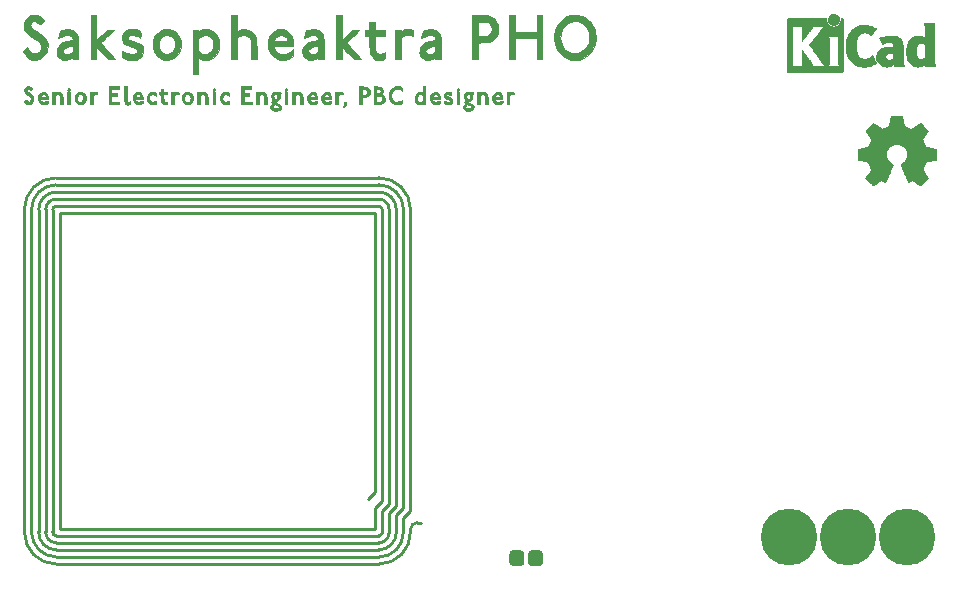
<source format=gts>
G04 #@! TF.GenerationSoftware,KiCad,Pcbnew,(5.1.6)-1*
G04 #@! TF.CreationDate,2020-11-05T16:36:13+07:00*
G04 #@! TF.ProjectId,business card,62757369-6e65-4737-9320-636172642e6b,rev?*
G04 #@! TF.SameCoordinates,Original*
G04 #@! TF.FileFunction,Soldermask,Top*
G04 #@! TF.FilePolarity,Negative*
%FSLAX46Y46*%
G04 Gerber Fmt 4.6, Leading zero omitted, Abs format (unit mm)*
G04 Created by KiCad (PCBNEW (5.1.6)-1) date 2020-11-05 16:36:13*
%MOMM*%
%LPD*%
G01*
G04 APERTURE LIST*
%ADD10C,0.250000*%
%ADD11C,0.010000*%
%ADD12C,1.100000*%
%ADD13C,4.800000*%
G04 APERTURE END LIST*
D10*
X107794020Y-98531140D02*
X107194580Y-99133120D01*
X107794020Y-99930680D02*
X108393460Y-99331240D01*
X107792000Y-101648700D02*
X107792000Y-99932700D01*
X81105000Y-101648700D02*
X107792000Y-101648700D01*
X81103140Y-74947520D02*
X81103140Y-101648700D01*
X107794020Y-98531140D02*
X107794020Y-74947520D01*
X107793000Y-74947520D02*
X81102860Y-74947520D01*
X110791500Y-74614500D02*
X110791500Y-100131340D01*
X110194600Y-99928140D02*
X110194600Y-74614500D01*
X109597700Y-74627200D02*
X109597700Y-99724940D01*
X108393460Y-99331240D02*
X108393460Y-74647800D01*
X108988100Y-99531900D02*
X108988100Y-74627200D01*
X111378240Y-101132100D02*
X111693200Y-101132100D01*
X110794040Y-101716300D02*
G75*
G02*
X111378240Y-101132100I584200J0D01*
G01*
X108988100Y-99531900D02*
X108391200Y-100128800D01*
X109597700Y-99724940D02*
X109000800Y-100321840D01*
X110194600Y-99928140D02*
X109595160Y-100527580D01*
X110791500Y-100131340D02*
X110194600Y-100730780D01*
X108111800Y-73141300D02*
G75*
G02*
X109597700Y-74627200I0J-1485900D01*
G01*
X108111800Y-73750900D02*
G75*
G02*
X108988100Y-74627200I0J-876300D01*
G01*
X108111800Y-74347800D02*
G75*
G02*
X108391200Y-74627200I0J-279400D01*
G01*
X108124500Y-72544400D02*
G75*
G02*
X110194600Y-74614500I0J-2070100D01*
G01*
X108124500Y-71947500D02*
G75*
G02*
X110791500Y-74614500I0J-2667000D01*
G01*
X80781400Y-71947500D02*
X108099100Y-71947500D01*
X80781400Y-72544400D02*
X108124500Y-72544400D01*
X80781400Y-73141300D02*
X108111800Y-73141300D01*
X80781400Y-73750900D02*
X108111800Y-73750900D01*
X80781400Y-74347800D02*
X108111800Y-74347800D01*
X78101700Y-101957600D02*
X78101700Y-74678000D01*
X78698600Y-74627200D02*
X78698600Y-101890000D01*
X79308200Y-101932200D02*
X79308200Y-74678000D01*
X79905100Y-74627200D02*
X79905100Y-101940000D01*
X80502000Y-101932200D02*
X80502000Y-74678000D01*
X80502000Y-74627200D02*
G75*
G02*
X80781400Y-74347800I279400J0D01*
G01*
X79905100Y-74627200D02*
G75*
G02*
X80781400Y-73750900I876300J0D01*
G01*
X79305660Y-74634820D02*
G75*
G02*
X80791560Y-73148920I1485900J0D01*
G01*
X78698600Y-74627200D02*
G75*
G02*
X80781400Y-72544400I2082800J0D01*
G01*
X78101700Y-74627200D02*
G75*
G02*
X80781400Y-71947500I2679700J0D01*
G01*
X80794100Y-104650000D02*
G75*
G02*
X78101700Y-101957600I0J2692400D01*
G01*
X80767401Y-104041530D02*
G75*
G02*
X78710000Y-101960000I26699J2083930D01*
G01*
X80768700Y-103443500D02*
G75*
G02*
X79308200Y-101932200I25400J1485900D01*
G01*
X80768700Y-102846600D02*
G75*
G02*
X79905100Y-101932200I25400J889000D01*
G01*
X80768700Y-102249700D02*
G75*
G02*
X80502000Y-101932200I25400J292100D01*
G01*
X110194520Y-101988080D02*
X110194520Y-100735600D01*
X108124500Y-104644041D02*
X80756000Y-104644041D01*
X108127001Y-104045480D02*
X80756000Y-104045480D01*
X108116826Y-103446094D02*
X80756000Y-103446094D01*
X108119420Y-102844060D02*
X80756000Y-102844060D01*
X108106720Y-102242080D02*
X80756000Y-102242080D01*
X108393318Y-101995228D02*
X108393318Y-100126000D01*
X108995560Y-101983000D02*
X108995560Y-100329200D01*
X109590080Y-101972840D02*
X109590080Y-100532400D01*
X108383318Y-101995228D02*
G75*
G02*
X108106720Y-102242080I-263898J17308D01*
G01*
X108985560Y-101983000D02*
G75*
G02*
X108119420Y-102844060I-863600J2540D01*
G01*
X109590080Y-101972840D02*
G75*
G02*
X108116826Y-103446094I-1473254J0D01*
G01*
X110189520Y-101988080D02*
G75*
G02*
X108132081Y-104045519I-2057439J0D01*
G01*
X110790704Y-101911880D02*
G75*
G02*
X108124500Y-104644041I-2666204J-65161D01*
G01*
X110791500Y-101750000D02*
X110791500Y-101919500D01*
D11*
G36*
X152505814Y-67118931D02*
G01*
X152589635Y-67563555D01*
X152898920Y-67691053D01*
X153208206Y-67818551D01*
X153579246Y-67566246D01*
X153683157Y-67495996D01*
X153777087Y-67433272D01*
X153856652Y-67380938D01*
X153917470Y-67341857D01*
X153955157Y-67318893D01*
X153965421Y-67313942D01*
X153983910Y-67326676D01*
X154023420Y-67361882D01*
X154079522Y-67415062D01*
X154147787Y-67481718D01*
X154223786Y-67557354D01*
X154303092Y-67637472D01*
X154381275Y-67717574D01*
X154453907Y-67793164D01*
X154516559Y-67859745D01*
X154564803Y-67912818D01*
X154594210Y-67947887D01*
X154601241Y-67959623D01*
X154591123Y-67981260D01*
X154562759Y-68028662D01*
X154519129Y-68097193D01*
X154463218Y-68182215D01*
X154398006Y-68279093D01*
X154360219Y-68334350D01*
X154291343Y-68435248D01*
X154230140Y-68526299D01*
X154179578Y-68602970D01*
X154142628Y-68660728D01*
X154122258Y-68695043D01*
X154119197Y-68702254D01*
X154126136Y-68722748D01*
X154145051Y-68770513D01*
X154173087Y-68838832D01*
X154207391Y-68920989D01*
X154245109Y-69010270D01*
X154283387Y-69099958D01*
X154319370Y-69183338D01*
X154350206Y-69253694D01*
X154373039Y-69304310D01*
X154385017Y-69328471D01*
X154385724Y-69329422D01*
X154404531Y-69334036D01*
X154454618Y-69344328D01*
X154530793Y-69359287D01*
X154627865Y-69377901D01*
X154740643Y-69399159D01*
X154806442Y-69411418D01*
X154926950Y-69434362D01*
X155035797Y-69456195D01*
X155127476Y-69475722D01*
X155196481Y-69491748D01*
X155237304Y-69503079D01*
X155245511Y-69506674D01*
X155253548Y-69531006D01*
X155260033Y-69585959D01*
X155264970Y-69665108D01*
X155268364Y-69762026D01*
X155270218Y-69870287D01*
X155270538Y-69983465D01*
X155269327Y-70095135D01*
X155266590Y-70198868D01*
X155262331Y-70288241D01*
X155256555Y-70356826D01*
X155249267Y-70398197D01*
X155244895Y-70406810D01*
X155218764Y-70417133D01*
X155163393Y-70431892D01*
X155086107Y-70449352D01*
X154994230Y-70467780D01*
X154962158Y-70473741D01*
X154807524Y-70502066D01*
X154685375Y-70524876D01*
X154591673Y-70543080D01*
X154522384Y-70557583D01*
X154473471Y-70569292D01*
X154440897Y-70579115D01*
X154420628Y-70587956D01*
X154408626Y-70596724D01*
X154406947Y-70598457D01*
X154390184Y-70626371D01*
X154364614Y-70680695D01*
X154332788Y-70754777D01*
X154297260Y-70841965D01*
X154260583Y-70935608D01*
X154225311Y-71029052D01*
X154193996Y-71115647D01*
X154169193Y-71188740D01*
X154153454Y-71241678D01*
X154149332Y-71267811D01*
X154149676Y-71268726D01*
X154163641Y-71290086D01*
X154195322Y-71337084D01*
X154241391Y-71404827D01*
X154298518Y-71488423D01*
X154363373Y-71582982D01*
X154381843Y-71609854D01*
X154447699Y-71707275D01*
X154505650Y-71796163D01*
X154552538Y-71871412D01*
X154585207Y-71927920D01*
X154600500Y-71960581D01*
X154601241Y-71964593D01*
X154588392Y-71985684D01*
X154552888Y-72027464D01*
X154499293Y-72085445D01*
X154432171Y-72155135D01*
X154356087Y-72232045D01*
X154275604Y-72311683D01*
X154195287Y-72389561D01*
X154119699Y-72461186D01*
X154053405Y-72522070D01*
X154000969Y-72567721D01*
X153966955Y-72593650D01*
X153957545Y-72597883D01*
X153935643Y-72587912D01*
X153890800Y-72561020D01*
X153830321Y-72521736D01*
X153783789Y-72490117D01*
X153699475Y-72432098D01*
X153599626Y-72363784D01*
X153499473Y-72295579D01*
X153445627Y-72259075D01*
X153263371Y-72135800D01*
X153110381Y-72218520D01*
X153040682Y-72254759D01*
X152981414Y-72282926D01*
X152941311Y-72298991D01*
X152931103Y-72301226D01*
X152918829Y-72284722D01*
X152894613Y-72238082D01*
X152860263Y-72165609D01*
X152817588Y-72071606D01*
X152768394Y-71960374D01*
X152714490Y-71836215D01*
X152657684Y-71703432D01*
X152599782Y-71566327D01*
X152542593Y-71429202D01*
X152487924Y-71296358D01*
X152437584Y-71172098D01*
X152393380Y-71060725D01*
X152357119Y-70966539D01*
X152330609Y-70893844D01*
X152315658Y-70846941D01*
X152313254Y-70830833D01*
X152332311Y-70810286D01*
X152374036Y-70776933D01*
X152429706Y-70737702D01*
X152434378Y-70734599D01*
X152578264Y-70619423D01*
X152694283Y-70485053D01*
X152781430Y-70335784D01*
X152838699Y-70175913D01*
X152865086Y-70009737D01*
X152859585Y-69841552D01*
X152821190Y-69675655D01*
X152748895Y-69516342D01*
X152727626Y-69481487D01*
X152616996Y-69340737D01*
X152486302Y-69227714D01*
X152340064Y-69143003D01*
X152182808Y-69087194D01*
X152019057Y-69060874D01*
X151853333Y-69064630D01*
X151690162Y-69099050D01*
X151534065Y-69164723D01*
X151389567Y-69262235D01*
X151344869Y-69301813D01*
X151231112Y-69425703D01*
X151148218Y-69556124D01*
X151091356Y-69702315D01*
X151059687Y-69847088D01*
X151051869Y-70009860D01*
X151077938Y-70173440D01*
X151135245Y-70332298D01*
X151221144Y-70480906D01*
X151332986Y-70613735D01*
X151468123Y-70725256D01*
X151485883Y-70737011D01*
X151542150Y-70775508D01*
X151584923Y-70808863D01*
X151605372Y-70830160D01*
X151605669Y-70830833D01*
X151601279Y-70853871D01*
X151583876Y-70906157D01*
X151555268Y-70983390D01*
X151517265Y-71081268D01*
X151471674Y-71195491D01*
X151420303Y-71321758D01*
X151364962Y-71455767D01*
X151307458Y-71593218D01*
X151249601Y-71729808D01*
X151193198Y-71861237D01*
X151140058Y-71983205D01*
X151091990Y-72091409D01*
X151050801Y-72181549D01*
X151018301Y-72249323D01*
X150996297Y-72290430D01*
X150987436Y-72301226D01*
X150960360Y-72292819D01*
X150909697Y-72270272D01*
X150844183Y-72237613D01*
X150808159Y-72218520D01*
X150655168Y-72135800D01*
X150472912Y-72259075D01*
X150379875Y-72322228D01*
X150278015Y-72391727D01*
X150182562Y-72457165D01*
X150134750Y-72490117D01*
X150067505Y-72535273D01*
X150010564Y-72571057D01*
X149971354Y-72592938D01*
X149958619Y-72597563D01*
X149940083Y-72585085D01*
X149899059Y-72550252D01*
X149839525Y-72496678D01*
X149765458Y-72427983D01*
X149680835Y-72347781D01*
X149627315Y-72296286D01*
X149533681Y-72204286D01*
X149452759Y-72121999D01*
X149387823Y-72052945D01*
X149342142Y-72000644D01*
X149318989Y-71968616D01*
X149316768Y-71962116D01*
X149327076Y-71937394D01*
X149355561Y-71887405D01*
X149399063Y-71817212D01*
X149454423Y-71731875D01*
X149518480Y-71636456D01*
X149536697Y-71609854D01*
X149603073Y-71513167D01*
X149662622Y-71426117D01*
X149712016Y-71353595D01*
X149747925Y-71300493D01*
X149767019Y-71271703D01*
X149768864Y-71268726D01*
X149766105Y-71245782D01*
X149751462Y-71195336D01*
X149727487Y-71124041D01*
X149696734Y-71038547D01*
X149661756Y-70945507D01*
X149625107Y-70851574D01*
X149589339Y-70763399D01*
X149557006Y-70687634D01*
X149530662Y-70630931D01*
X149512858Y-70599943D01*
X149511593Y-70598457D01*
X149500706Y-70589601D01*
X149482318Y-70580843D01*
X149452394Y-70571277D01*
X149406897Y-70559996D01*
X149341791Y-70546093D01*
X149253039Y-70528663D01*
X149136607Y-70506798D01*
X148988458Y-70479591D01*
X148956382Y-70473741D01*
X148861314Y-70455374D01*
X148778435Y-70437405D01*
X148715070Y-70421569D01*
X148678542Y-70409600D01*
X148673644Y-70406810D01*
X148665573Y-70382072D01*
X148659013Y-70326790D01*
X148653967Y-70247389D01*
X148650441Y-70150296D01*
X148648439Y-70041938D01*
X148647964Y-69928740D01*
X148649023Y-69817128D01*
X148651618Y-69713529D01*
X148655754Y-69624368D01*
X148661437Y-69556072D01*
X148668669Y-69515066D01*
X148673029Y-69506674D01*
X148697302Y-69498208D01*
X148752574Y-69484435D01*
X148833338Y-69466550D01*
X148934088Y-69445748D01*
X149049317Y-69423223D01*
X149112098Y-69411418D01*
X149231213Y-69389151D01*
X149337435Y-69368979D01*
X149425573Y-69351915D01*
X149490434Y-69338969D01*
X149526826Y-69331155D01*
X149532816Y-69329422D01*
X149542939Y-69309890D01*
X149564338Y-69262843D01*
X149594161Y-69195003D01*
X149629555Y-69113091D01*
X149667668Y-69023828D01*
X149705647Y-68933935D01*
X149740640Y-68850135D01*
X149769794Y-68779147D01*
X149790257Y-68727694D01*
X149799177Y-68702497D01*
X149799343Y-68701396D01*
X149789231Y-68681519D01*
X149760883Y-68635777D01*
X149717277Y-68568717D01*
X149661394Y-68484884D01*
X149596213Y-68388826D01*
X149558321Y-68333650D01*
X149489275Y-68232481D01*
X149427950Y-68140630D01*
X149377337Y-68062744D01*
X149340429Y-68003469D01*
X149320218Y-67967451D01*
X149317299Y-67959377D01*
X149329847Y-67940584D01*
X149364537Y-67900457D01*
X149416937Y-67843493D01*
X149482616Y-67774185D01*
X149557144Y-67697031D01*
X149636087Y-67616525D01*
X149715017Y-67537163D01*
X149789500Y-67463440D01*
X149855106Y-67399852D01*
X149907404Y-67350894D01*
X149941961Y-67321061D01*
X149953522Y-67313942D01*
X149972346Y-67323953D01*
X150017369Y-67352078D01*
X150084213Y-67395454D01*
X150168501Y-67451218D01*
X150265856Y-67516506D01*
X150339293Y-67566246D01*
X150710333Y-67818551D01*
X151328905Y-67563555D01*
X151412725Y-67118931D01*
X151496546Y-66674307D01*
X152421994Y-66674307D01*
X152505814Y-67118931D01*
G37*
X152505814Y-67118931D02*
X152589635Y-67563555D01*
X152898920Y-67691053D01*
X153208206Y-67818551D01*
X153579246Y-67566246D01*
X153683157Y-67495996D01*
X153777087Y-67433272D01*
X153856652Y-67380938D01*
X153917470Y-67341857D01*
X153955157Y-67318893D01*
X153965421Y-67313942D01*
X153983910Y-67326676D01*
X154023420Y-67361882D01*
X154079522Y-67415062D01*
X154147787Y-67481718D01*
X154223786Y-67557354D01*
X154303092Y-67637472D01*
X154381275Y-67717574D01*
X154453907Y-67793164D01*
X154516559Y-67859745D01*
X154564803Y-67912818D01*
X154594210Y-67947887D01*
X154601241Y-67959623D01*
X154591123Y-67981260D01*
X154562759Y-68028662D01*
X154519129Y-68097193D01*
X154463218Y-68182215D01*
X154398006Y-68279093D01*
X154360219Y-68334350D01*
X154291343Y-68435248D01*
X154230140Y-68526299D01*
X154179578Y-68602970D01*
X154142628Y-68660728D01*
X154122258Y-68695043D01*
X154119197Y-68702254D01*
X154126136Y-68722748D01*
X154145051Y-68770513D01*
X154173087Y-68838832D01*
X154207391Y-68920989D01*
X154245109Y-69010270D01*
X154283387Y-69099958D01*
X154319370Y-69183338D01*
X154350206Y-69253694D01*
X154373039Y-69304310D01*
X154385017Y-69328471D01*
X154385724Y-69329422D01*
X154404531Y-69334036D01*
X154454618Y-69344328D01*
X154530793Y-69359287D01*
X154627865Y-69377901D01*
X154740643Y-69399159D01*
X154806442Y-69411418D01*
X154926950Y-69434362D01*
X155035797Y-69456195D01*
X155127476Y-69475722D01*
X155196481Y-69491748D01*
X155237304Y-69503079D01*
X155245511Y-69506674D01*
X155253548Y-69531006D01*
X155260033Y-69585959D01*
X155264970Y-69665108D01*
X155268364Y-69762026D01*
X155270218Y-69870287D01*
X155270538Y-69983465D01*
X155269327Y-70095135D01*
X155266590Y-70198868D01*
X155262331Y-70288241D01*
X155256555Y-70356826D01*
X155249267Y-70398197D01*
X155244895Y-70406810D01*
X155218764Y-70417133D01*
X155163393Y-70431892D01*
X155086107Y-70449352D01*
X154994230Y-70467780D01*
X154962158Y-70473741D01*
X154807524Y-70502066D01*
X154685375Y-70524876D01*
X154591673Y-70543080D01*
X154522384Y-70557583D01*
X154473471Y-70569292D01*
X154440897Y-70579115D01*
X154420628Y-70587956D01*
X154408626Y-70596724D01*
X154406947Y-70598457D01*
X154390184Y-70626371D01*
X154364614Y-70680695D01*
X154332788Y-70754777D01*
X154297260Y-70841965D01*
X154260583Y-70935608D01*
X154225311Y-71029052D01*
X154193996Y-71115647D01*
X154169193Y-71188740D01*
X154153454Y-71241678D01*
X154149332Y-71267811D01*
X154149676Y-71268726D01*
X154163641Y-71290086D01*
X154195322Y-71337084D01*
X154241391Y-71404827D01*
X154298518Y-71488423D01*
X154363373Y-71582982D01*
X154381843Y-71609854D01*
X154447699Y-71707275D01*
X154505650Y-71796163D01*
X154552538Y-71871412D01*
X154585207Y-71927920D01*
X154600500Y-71960581D01*
X154601241Y-71964593D01*
X154588392Y-71985684D01*
X154552888Y-72027464D01*
X154499293Y-72085445D01*
X154432171Y-72155135D01*
X154356087Y-72232045D01*
X154275604Y-72311683D01*
X154195287Y-72389561D01*
X154119699Y-72461186D01*
X154053405Y-72522070D01*
X154000969Y-72567721D01*
X153966955Y-72593650D01*
X153957545Y-72597883D01*
X153935643Y-72587912D01*
X153890800Y-72561020D01*
X153830321Y-72521736D01*
X153783789Y-72490117D01*
X153699475Y-72432098D01*
X153599626Y-72363784D01*
X153499473Y-72295579D01*
X153445627Y-72259075D01*
X153263371Y-72135800D01*
X153110381Y-72218520D01*
X153040682Y-72254759D01*
X152981414Y-72282926D01*
X152941311Y-72298991D01*
X152931103Y-72301226D01*
X152918829Y-72284722D01*
X152894613Y-72238082D01*
X152860263Y-72165609D01*
X152817588Y-72071606D01*
X152768394Y-71960374D01*
X152714490Y-71836215D01*
X152657684Y-71703432D01*
X152599782Y-71566327D01*
X152542593Y-71429202D01*
X152487924Y-71296358D01*
X152437584Y-71172098D01*
X152393380Y-71060725D01*
X152357119Y-70966539D01*
X152330609Y-70893844D01*
X152315658Y-70846941D01*
X152313254Y-70830833D01*
X152332311Y-70810286D01*
X152374036Y-70776933D01*
X152429706Y-70737702D01*
X152434378Y-70734599D01*
X152578264Y-70619423D01*
X152694283Y-70485053D01*
X152781430Y-70335784D01*
X152838699Y-70175913D01*
X152865086Y-70009737D01*
X152859585Y-69841552D01*
X152821190Y-69675655D01*
X152748895Y-69516342D01*
X152727626Y-69481487D01*
X152616996Y-69340737D01*
X152486302Y-69227714D01*
X152340064Y-69143003D01*
X152182808Y-69087194D01*
X152019057Y-69060874D01*
X151853333Y-69064630D01*
X151690162Y-69099050D01*
X151534065Y-69164723D01*
X151389567Y-69262235D01*
X151344869Y-69301813D01*
X151231112Y-69425703D01*
X151148218Y-69556124D01*
X151091356Y-69702315D01*
X151059687Y-69847088D01*
X151051869Y-70009860D01*
X151077938Y-70173440D01*
X151135245Y-70332298D01*
X151221144Y-70480906D01*
X151332986Y-70613735D01*
X151468123Y-70725256D01*
X151485883Y-70737011D01*
X151542150Y-70775508D01*
X151584923Y-70808863D01*
X151605372Y-70830160D01*
X151605669Y-70830833D01*
X151601279Y-70853871D01*
X151583876Y-70906157D01*
X151555268Y-70983390D01*
X151517265Y-71081268D01*
X151471674Y-71195491D01*
X151420303Y-71321758D01*
X151364962Y-71455767D01*
X151307458Y-71593218D01*
X151249601Y-71729808D01*
X151193198Y-71861237D01*
X151140058Y-71983205D01*
X151091990Y-72091409D01*
X151050801Y-72181549D01*
X151018301Y-72249323D01*
X150996297Y-72290430D01*
X150987436Y-72301226D01*
X150960360Y-72292819D01*
X150909697Y-72270272D01*
X150844183Y-72237613D01*
X150808159Y-72218520D01*
X150655168Y-72135800D01*
X150472912Y-72259075D01*
X150379875Y-72322228D01*
X150278015Y-72391727D01*
X150182562Y-72457165D01*
X150134750Y-72490117D01*
X150067505Y-72535273D01*
X150010564Y-72571057D01*
X149971354Y-72592938D01*
X149958619Y-72597563D01*
X149940083Y-72585085D01*
X149899059Y-72550252D01*
X149839525Y-72496678D01*
X149765458Y-72427983D01*
X149680835Y-72347781D01*
X149627315Y-72296286D01*
X149533681Y-72204286D01*
X149452759Y-72121999D01*
X149387823Y-72052945D01*
X149342142Y-72000644D01*
X149318989Y-71968616D01*
X149316768Y-71962116D01*
X149327076Y-71937394D01*
X149355561Y-71887405D01*
X149399063Y-71817212D01*
X149454423Y-71731875D01*
X149518480Y-71636456D01*
X149536697Y-71609854D01*
X149603073Y-71513167D01*
X149662622Y-71426117D01*
X149712016Y-71353595D01*
X149747925Y-71300493D01*
X149767019Y-71271703D01*
X149768864Y-71268726D01*
X149766105Y-71245782D01*
X149751462Y-71195336D01*
X149727487Y-71124041D01*
X149696734Y-71038547D01*
X149661756Y-70945507D01*
X149625107Y-70851574D01*
X149589339Y-70763399D01*
X149557006Y-70687634D01*
X149530662Y-70630931D01*
X149512858Y-70599943D01*
X149511593Y-70598457D01*
X149500706Y-70589601D01*
X149482318Y-70580843D01*
X149452394Y-70571277D01*
X149406897Y-70559996D01*
X149341791Y-70546093D01*
X149253039Y-70528663D01*
X149136607Y-70506798D01*
X148988458Y-70479591D01*
X148956382Y-70473741D01*
X148861314Y-70455374D01*
X148778435Y-70437405D01*
X148715070Y-70421569D01*
X148678542Y-70409600D01*
X148673644Y-70406810D01*
X148665573Y-70382072D01*
X148659013Y-70326790D01*
X148653967Y-70247389D01*
X148650441Y-70150296D01*
X148648439Y-70041938D01*
X148647964Y-69928740D01*
X148649023Y-69817128D01*
X148651618Y-69713529D01*
X148655754Y-69624368D01*
X148661437Y-69556072D01*
X148668669Y-69515066D01*
X148673029Y-69506674D01*
X148697302Y-69498208D01*
X148752574Y-69484435D01*
X148833338Y-69466550D01*
X148934088Y-69445748D01*
X149049317Y-69423223D01*
X149112098Y-69411418D01*
X149231213Y-69389151D01*
X149337435Y-69368979D01*
X149425573Y-69351915D01*
X149490434Y-69338969D01*
X149526826Y-69331155D01*
X149532816Y-69329422D01*
X149542939Y-69309890D01*
X149564338Y-69262843D01*
X149594161Y-69195003D01*
X149629555Y-69113091D01*
X149667668Y-69023828D01*
X149705647Y-68933935D01*
X149740640Y-68850135D01*
X149769794Y-68779147D01*
X149790257Y-68727694D01*
X149799177Y-68702497D01*
X149799343Y-68701396D01*
X149789231Y-68681519D01*
X149760883Y-68635777D01*
X149717277Y-68568717D01*
X149661394Y-68484884D01*
X149596213Y-68388826D01*
X149558321Y-68333650D01*
X149489275Y-68232481D01*
X149427950Y-68140630D01*
X149377337Y-68062744D01*
X149340429Y-68003469D01*
X149320218Y-67967451D01*
X149317299Y-67959377D01*
X149329847Y-67940584D01*
X149364537Y-67900457D01*
X149416937Y-67843493D01*
X149482616Y-67774185D01*
X149557144Y-67697031D01*
X149636087Y-67616525D01*
X149715017Y-67537163D01*
X149789500Y-67463440D01*
X149855106Y-67399852D01*
X149907404Y-67350894D01*
X149941961Y-67321061D01*
X149953522Y-67313942D01*
X149972346Y-67323953D01*
X150017369Y-67352078D01*
X150084213Y-67395454D01*
X150168501Y-67451218D01*
X150265856Y-67516506D01*
X150339293Y-67566246D01*
X150710333Y-67818551D01*
X151328905Y-67563555D01*
X151412725Y-67118931D01*
X151496546Y-66674307D01*
X152421994Y-66674307D01*
X152505814Y-67118931D01*
G36*
X146003600Y-58539054D02*
G01*
X146014465Y-58652993D01*
X146046082Y-58760616D01*
X146096985Y-58859615D01*
X146165707Y-58947684D01*
X146250781Y-59022516D01*
X146347768Y-59080384D01*
X146454036Y-59120005D01*
X146561050Y-59138573D01*
X146666700Y-59137434D01*
X146768875Y-59117930D01*
X146865466Y-59081406D01*
X146954362Y-59029205D01*
X147033454Y-58962673D01*
X147100631Y-58883152D01*
X147153783Y-58791987D01*
X147190801Y-58690523D01*
X147209573Y-58580102D01*
X147211511Y-58530206D01*
X147211511Y-58442267D01*
X147263440Y-58442267D01*
X147299747Y-58445111D01*
X147326645Y-58456911D01*
X147353751Y-58480649D01*
X147392133Y-58519031D01*
X147392133Y-60710602D01*
X147392124Y-60972739D01*
X147392092Y-61213241D01*
X147392028Y-61433048D01*
X147391924Y-61633101D01*
X147391773Y-61814344D01*
X147391566Y-61977716D01*
X147391294Y-62124160D01*
X147390950Y-62254617D01*
X147390526Y-62370029D01*
X147390013Y-62471338D01*
X147389403Y-62559484D01*
X147388688Y-62635410D01*
X147387860Y-62700057D01*
X147386911Y-62754367D01*
X147385833Y-62799280D01*
X147384617Y-62835740D01*
X147383255Y-62864687D01*
X147381739Y-62887063D01*
X147380062Y-62903809D01*
X147378214Y-62915868D01*
X147376187Y-62924180D01*
X147373975Y-62929687D01*
X147372892Y-62931537D01*
X147368729Y-62938549D01*
X147365195Y-62944996D01*
X147361365Y-62950900D01*
X147356318Y-62956286D01*
X147349129Y-62961178D01*
X147338877Y-62965598D01*
X147324636Y-62969572D01*
X147305486Y-62973121D01*
X147280501Y-62976270D01*
X147248760Y-62979042D01*
X147209338Y-62981461D01*
X147161314Y-62983551D01*
X147103763Y-62985335D01*
X147035763Y-62986837D01*
X146956390Y-62988080D01*
X146864721Y-62989089D01*
X146759834Y-62989885D01*
X146640804Y-62990494D01*
X146506710Y-62990939D01*
X146356627Y-62991243D01*
X146189633Y-62991430D01*
X146004804Y-62991524D01*
X145801217Y-62991548D01*
X145577950Y-62991525D01*
X145334078Y-62991480D01*
X145068679Y-62991437D01*
X145030296Y-62991432D01*
X144763318Y-62991389D01*
X144517998Y-62991318D01*
X144293417Y-62991213D01*
X144088655Y-62991066D01*
X143902794Y-62990869D01*
X143734912Y-62990616D01*
X143584092Y-62990300D01*
X143449413Y-62989913D01*
X143329956Y-62989447D01*
X143224801Y-62988897D01*
X143133029Y-62988253D01*
X143053721Y-62987511D01*
X142985957Y-62986661D01*
X142928818Y-62985697D01*
X142881383Y-62984611D01*
X142842734Y-62983397D01*
X142811951Y-62982047D01*
X142788115Y-62980555D01*
X142770306Y-62978911D01*
X142757605Y-62977111D01*
X142749092Y-62975145D01*
X142744734Y-62973477D01*
X142736272Y-62969906D01*
X142728503Y-62967270D01*
X142721398Y-62964634D01*
X142714927Y-62961062D01*
X142709061Y-62955621D01*
X142703771Y-62947375D01*
X142699026Y-62935390D01*
X142694798Y-62918731D01*
X142691057Y-62896463D01*
X142687773Y-62867652D01*
X142684917Y-62831363D01*
X142682460Y-62786661D01*
X142680371Y-62732611D01*
X142678622Y-62668279D01*
X142677183Y-62592730D01*
X142676024Y-62505030D01*
X142675117Y-62404243D01*
X142674431Y-62289434D01*
X142673937Y-62159670D01*
X142673605Y-62014015D01*
X142673407Y-61851535D01*
X142673313Y-61671295D01*
X142673292Y-61472360D01*
X142673315Y-61253796D01*
X142673354Y-61014668D01*
X142673378Y-60754040D01*
X142673378Y-60711889D01*
X142673364Y-60448992D01*
X142673339Y-60207732D01*
X142673329Y-59987165D01*
X142673358Y-59786352D01*
X142673452Y-59604349D01*
X142673638Y-59440216D01*
X142673941Y-59293011D01*
X142674386Y-59161792D01*
X142674966Y-59051867D01*
X142977803Y-59051867D01*
X143017593Y-59109711D01*
X143028764Y-59125479D01*
X143038834Y-59139441D01*
X143047862Y-59152784D01*
X143055903Y-59166693D01*
X143063014Y-59182356D01*
X143069253Y-59200958D01*
X143074675Y-59223686D01*
X143079338Y-59251727D01*
X143083299Y-59286267D01*
X143086615Y-59328492D01*
X143089341Y-59379589D01*
X143091536Y-59440744D01*
X143093255Y-59513144D01*
X143094556Y-59597975D01*
X143095495Y-59696422D01*
X143096130Y-59809674D01*
X143096516Y-59938916D01*
X143096712Y-60085334D01*
X143096773Y-60250116D01*
X143096757Y-60434447D01*
X143096720Y-60639513D01*
X143096711Y-60762133D01*
X143096735Y-60979082D01*
X143096769Y-61174642D01*
X143096757Y-61349999D01*
X143096642Y-61506341D01*
X143096370Y-61644857D01*
X143095882Y-61766734D01*
X143095124Y-61873160D01*
X143094038Y-61965322D01*
X143092569Y-62044409D01*
X143090660Y-62111608D01*
X143088256Y-62168107D01*
X143085299Y-62215093D01*
X143081734Y-62253755D01*
X143077505Y-62285280D01*
X143072554Y-62310855D01*
X143066827Y-62331670D01*
X143060267Y-62348911D01*
X143052817Y-62363765D01*
X143044421Y-62377422D01*
X143035024Y-62391069D01*
X143024568Y-62405893D01*
X143018477Y-62414783D01*
X142979704Y-62472400D01*
X143511268Y-62472400D01*
X143634517Y-62472365D01*
X143737013Y-62472215D01*
X143820580Y-62471878D01*
X143887044Y-62471286D01*
X143938229Y-62470367D01*
X143975959Y-62469051D01*
X144002060Y-62467269D01*
X144018356Y-62464951D01*
X144026672Y-62462026D01*
X144028832Y-62458424D01*
X144026661Y-62454075D01*
X144025465Y-62452645D01*
X144000315Y-62415573D01*
X143974417Y-62362772D01*
X143950808Y-62300770D01*
X143942539Y-62274357D01*
X143937922Y-62256416D01*
X143934021Y-62235355D01*
X143930752Y-62209089D01*
X143928034Y-62175532D01*
X143925785Y-62132599D01*
X143923923Y-62078204D01*
X143922364Y-62010262D01*
X143921028Y-61926688D01*
X143919831Y-61825395D01*
X143918692Y-61704300D01*
X143918315Y-61659600D01*
X143917298Y-61534449D01*
X143916540Y-61430082D01*
X143916097Y-61344707D01*
X143916030Y-61276533D01*
X143916395Y-61223765D01*
X143917252Y-61184614D01*
X143918659Y-61157285D01*
X143920675Y-61139986D01*
X143923357Y-61130926D01*
X143926764Y-61128312D01*
X143930956Y-61130351D01*
X143935429Y-61134667D01*
X143945784Y-61147602D01*
X143967842Y-61176676D01*
X144000043Y-61219759D01*
X144040826Y-61274718D01*
X144088630Y-61339423D01*
X144141895Y-61411742D01*
X144199060Y-61489544D01*
X144258563Y-61570698D01*
X144318845Y-61653072D01*
X144378345Y-61734536D01*
X144435502Y-61812957D01*
X144488755Y-61886204D01*
X144536543Y-61952147D01*
X144577307Y-62008654D01*
X144609484Y-62053593D01*
X144631515Y-62084834D01*
X144636083Y-62091466D01*
X144659004Y-62128369D01*
X144685812Y-62176359D01*
X144711211Y-62225897D01*
X144714432Y-62232577D01*
X144736110Y-62280772D01*
X144748696Y-62318334D01*
X144754426Y-62354160D01*
X144755544Y-62396200D01*
X144754910Y-62472400D01*
X145909349Y-62472400D01*
X145818185Y-62378669D01*
X145771388Y-62328775D01*
X145721101Y-62272295D01*
X145675056Y-62218026D01*
X145654631Y-62192673D01*
X145624193Y-62153128D01*
X145584138Y-62099916D01*
X145535639Y-62034667D01*
X145479865Y-61959011D01*
X145417989Y-61874577D01*
X145351181Y-61782994D01*
X145280613Y-61685892D01*
X145207455Y-61584901D01*
X145132879Y-61481650D01*
X145058056Y-61377768D01*
X144984157Y-61274885D01*
X144912354Y-61174631D01*
X144843816Y-61078636D01*
X144779716Y-60988527D01*
X144721225Y-60905936D01*
X144669514Y-60832492D01*
X144625753Y-60769824D01*
X144591115Y-60719561D01*
X144566770Y-60683334D01*
X144553889Y-60662771D01*
X144552131Y-60658668D01*
X144560090Y-60647342D01*
X144580885Y-60620162D01*
X144613153Y-60578829D01*
X144655530Y-60525044D01*
X144706653Y-60460506D01*
X144765159Y-60386918D01*
X144829686Y-60305978D01*
X144898869Y-60219388D01*
X144971347Y-60128848D01*
X145045754Y-60036060D01*
X145105483Y-59961702D01*
X146116489Y-59961702D01*
X146122398Y-59974659D01*
X146136728Y-59996908D01*
X146137775Y-59998391D01*
X146156562Y-60028544D01*
X146176209Y-60065375D01*
X146180108Y-60073511D01*
X146183644Y-60081940D01*
X146186770Y-60092059D01*
X146189514Y-60105260D01*
X146191908Y-60122938D01*
X146193981Y-60146484D01*
X146195765Y-60177293D01*
X146197288Y-60216757D01*
X146198581Y-60266269D01*
X146199674Y-60327223D01*
X146200597Y-60401011D01*
X146201381Y-60489028D01*
X146202055Y-60592665D01*
X146202650Y-60713316D01*
X146203195Y-60852374D01*
X146203721Y-61011232D01*
X146204255Y-61190089D01*
X146204794Y-61375207D01*
X146205228Y-61539145D01*
X146205491Y-61683303D01*
X146205516Y-61809079D01*
X146205235Y-61917871D01*
X146204581Y-62011077D01*
X146203486Y-62090097D01*
X146201882Y-62156328D01*
X146199703Y-62211170D01*
X146196881Y-62256021D01*
X146193349Y-62292278D01*
X146189039Y-62321341D01*
X146183883Y-62344609D01*
X146177815Y-62363479D01*
X146170767Y-62379351D01*
X146162671Y-62393622D01*
X146153460Y-62407691D01*
X146144960Y-62420158D01*
X146127824Y-62446452D01*
X146117678Y-62464037D01*
X146116489Y-62467257D01*
X146127396Y-62468334D01*
X146158589Y-62469335D01*
X146207777Y-62470235D01*
X146272667Y-62471010D01*
X146350970Y-62471637D01*
X146440393Y-62472091D01*
X146538644Y-62472349D01*
X146607555Y-62472400D01*
X146712548Y-62472180D01*
X146809390Y-62471548D01*
X146895893Y-62470549D01*
X146969868Y-62469227D01*
X147029126Y-62467626D01*
X147071480Y-62465791D01*
X147094740Y-62463765D01*
X147098622Y-62462493D01*
X147090924Y-62447591D01*
X147082926Y-62439560D01*
X147069754Y-62422434D01*
X147052515Y-62392183D01*
X147040593Y-62367622D01*
X147013955Y-62308711D01*
X147010880Y-61131845D01*
X147007805Y-59954978D01*
X146562147Y-59954978D01*
X146464330Y-59955142D01*
X146373936Y-59955611D01*
X146293370Y-59956347D01*
X146225038Y-59957316D01*
X146171344Y-59958480D01*
X146134695Y-59959803D01*
X146117496Y-59961249D01*
X146116489Y-59961702D01*
X145105483Y-59961702D01*
X145120730Y-59942722D01*
X145194910Y-59850537D01*
X145266931Y-59761204D01*
X145335431Y-59676424D01*
X145399045Y-59597898D01*
X145456412Y-59527326D01*
X145506167Y-59466409D01*
X145546948Y-59416847D01*
X145564112Y-59396178D01*
X145650404Y-59295516D01*
X145727003Y-59212259D01*
X145795817Y-59144438D01*
X145858752Y-59090089D01*
X145868133Y-59082722D01*
X145907644Y-59052117D01*
X144775884Y-59051867D01*
X144781173Y-59099844D01*
X144777870Y-59157188D01*
X144756339Y-59225463D01*
X144716365Y-59305212D01*
X144671057Y-59377495D01*
X144654839Y-59400140D01*
X144626786Y-59437696D01*
X144588570Y-59488021D01*
X144541863Y-59548973D01*
X144488339Y-59618411D01*
X144429669Y-59694194D01*
X144367525Y-59774180D01*
X144303579Y-59856228D01*
X144239505Y-59938196D01*
X144176973Y-60017943D01*
X144117657Y-60093327D01*
X144063229Y-60162207D01*
X144015361Y-60222442D01*
X143975725Y-60271889D01*
X143945994Y-60308408D01*
X143927839Y-60329858D01*
X143924780Y-60333156D01*
X143921921Y-60325149D01*
X143919707Y-60294855D01*
X143918143Y-60242556D01*
X143917233Y-60168531D01*
X143916980Y-60073063D01*
X143917387Y-59956434D01*
X143918296Y-59836445D01*
X143919618Y-59704333D01*
X143921143Y-59592594D01*
X143923119Y-59499025D01*
X143925794Y-59421419D01*
X143929418Y-59357574D01*
X143934239Y-59305283D01*
X143940506Y-59262344D01*
X143948468Y-59226551D01*
X143958373Y-59195700D01*
X143970469Y-59167586D01*
X143985007Y-59140005D01*
X143999689Y-59114966D01*
X144037686Y-59051867D01*
X142977803Y-59051867D01*
X142674966Y-59051867D01*
X142674999Y-59045617D01*
X142675805Y-58943544D01*
X142676830Y-58854633D01*
X142678100Y-58777941D01*
X142679640Y-58712527D01*
X142681476Y-58657449D01*
X142683633Y-58611765D01*
X142686137Y-58574534D01*
X142689013Y-58544813D01*
X142692287Y-58521662D01*
X142695985Y-58504139D01*
X142700131Y-58491301D01*
X142704753Y-58482208D01*
X142709874Y-58475918D01*
X142715522Y-58471488D01*
X142721721Y-58467978D01*
X142728496Y-58464445D01*
X142734492Y-58460876D01*
X142739725Y-58458300D01*
X142747901Y-58455972D01*
X142760114Y-58453878D01*
X142777459Y-58452007D01*
X142801031Y-58450347D01*
X142831923Y-58448884D01*
X142871232Y-58447608D01*
X142920050Y-58446504D01*
X142979473Y-58445561D01*
X143050596Y-58444767D01*
X143134512Y-58444109D01*
X143232317Y-58443575D01*
X143345106Y-58443153D01*
X143473971Y-58442829D01*
X143620009Y-58442592D01*
X143784314Y-58442430D01*
X143967980Y-58442330D01*
X144172103Y-58442280D01*
X144383247Y-58442267D01*
X146003600Y-58442267D01*
X146003600Y-58539054D01*
G37*
X146003600Y-58539054D02*
X146014465Y-58652993D01*
X146046082Y-58760616D01*
X146096985Y-58859615D01*
X146165707Y-58947684D01*
X146250781Y-59022516D01*
X146347768Y-59080384D01*
X146454036Y-59120005D01*
X146561050Y-59138573D01*
X146666700Y-59137434D01*
X146768875Y-59117930D01*
X146865466Y-59081406D01*
X146954362Y-59029205D01*
X147033454Y-58962673D01*
X147100631Y-58883152D01*
X147153783Y-58791987D01*
X147190801Y-58690523D01*
X147209573Y-58580102D01*
X147211511Y-58530206D01*
X147211511Y-58442267D01*
X147263440Y-58442267D01*
X147299747Y-58445111D01*
X147326645Y-58456911D01*
X147353751Y-58480649D01*
X147392133Y-58519031D01*
X147392133Y-60710602D01*
X147392124Y-60972739D01*
X147392092Y-61213241D01*
X147392028Y-61433048D01*
X147391924Y-61633101D01*
X147391773Y-61814344D01*
X147391566Y-61977716D01*
X147391294Y-62124160D01*
X147390950Y-62254617D01*
X147390526Y-62370029D01*
X147390013Y-62471338D01*
X147389403Y-62559484D01*
X147388688Y-62635410D01*
X147387860Y-62700057D01*
X147386911Y-62754367D01*
X147385833Y-62799280D01*
X147384617Y-62835740D01*
X147383255Y-62864687D01*
X147381739Y-62887063D01*
X147380062Y-62903809D01*
X147378214Y-62915868D01*
X147376187Y-62924180D01*
X147373975Y-62929687D01*
X147372892Y-62931537D01*
X147368729Y-62938549D01*
X147365195Y-62944996D01*
X147361365Y-62950900D01*
X147356318Y-62956286D01*
X147349129Y-62961178D01*
X147338877Y-62965598D01*
X147324636Y-62969572D01*
X147305486Y-62973121D01*
X147280501Y-62976270D01*
X147248760Y-62979042D01*
X147209338Y-62981461D01*
X147161314Y-62983551D01*
X147103763Y-62985335D01*
X147035763Y-62986837D01*
X146956390Y-62988080D01*
X146864721Y-62989089D01*
X146759834Y-62989885D01*
X146640804Y-62990494D01*
X146506710Y-62990939D01*
X146356627Y-62991243D01*
X146189633Y-62991430D01*
X146004804Y-62991524D01*
X145801217Y-62991548D01*
X145577950Y-62991525D01*
X145334078Y-62991480D01*
X145068679Y-62991437D01*
X145030296Y-62991432D01*
X144763318Y-62991389D01*
X144517998Y-62991318D01*
X144293417Y-62991213D01*
X144088655Y-62991066D01*
X143902794Y-62990869D01*
X143734912Y-62990616D01*
X143584092Y-62990300D01*
X143449413Y-62989913D01*
X143329956Y-62989447D01*
X143224801Y-62988897D01*
X143133029Y-62988253D01*
X143053721Y-62987511D01*
X142985957Y-62986661D01*
X142928818Y-62985697D01*
X142881383Y-62984611D01*
X142842734Y-62983397D01*
X142811951Y-62982047D01*
X142788115Y-62980555D01*
X142770306Y-62978911D01*
X142757605Y-62977111D01*
X142749092Y-62975145D01*
X142744734Y-62973477D01*
X142736272Y-62969906D01*
X142728503Y-62967270D01*
X142721398Y-62964634D01*
X142714927Y-62961062D01*
X142709061Y-62955621D01*
X142703771Y-62947375D01*
X142699026Y-62935390D01*
X142694798Y-62918731D01*
X142691057Y-62896463D01*
X142687773Y-62867652D01*
X142684917Y-62831363D01*
X142682460Y-62786661D01*
X142680371Y-62732611D01*
X142678622Y-62668279D01*
X142677183Y-62592730D01*
X142676024Y-62505030D01*
X142675117Y-62404243D01*
X142674431Y-62289434D01*
X142673937Y-62159670D01*
X142673605Y-62014015D01*
X142673407Y-61851535D01*
X142673313Y-61671295D01*
X142673292Y-61472360D01*
X142673315Y-61253796D01*
X142673354Y-61014668D01*
X142673378Y-60754040D01*
X142673378Y-60711889D01*
X142673364Y-60448992D01*
X142673339Y-60207732D01*
X142673329Y-59987165D01*
X142673358Y-59786352D01*
X142673452Y-59604349D01*
X142673638Y-59440216D01*
X142673941Y-59293011D01*
X142674386Y-59161792D01*
X142674966Y-59051867D01*
X142977803Y-59051867D01*
X143017593Y-59109711D01*
X143028764Y-59125479D01*
X143038834Y-59139441D01*
X143047862Y-59152784D01*
X143055903Y-59166693D01*
X143063014Y-59182356D01*
X143069253Y-59200958D01*
X143074675Y-59223686D01*
X143079338Y-59251727D01*
X143083299Y-59286267D01*
X143086615Y-59328492D01*
X143089341Y-59379589D01*
X143091536Y-59440744D01*
X143093255Y-59513144D01*
X143094556Y-59597975D01*
X143095495Y-59696422D01*
X143096130Y-59809674D01*
X143096516Y-59938916D01*
X143096712Y-60085334D01*
X143096773Y-60250116D01*
X143096757Y-60434447D01*
X143096720Y-60639513D01*
X143096711Y-60762133D01*
X143096735Y-60979082D01*
X143096769Y-61174642D01*
X143096757Y-61349999D01*
X143096642Y-61506341D01*
X143096370Y-61644857D01*
X143095882Y-61766734D01*
X143095124Y-61873160D01*
X143094038Y-61965322D01*
X143092569Y-62044409D01*
X143090660Y-62111608D01*
X143088256Y-62168107D01*
X143085299Y-62215093D01*
X143081734Y-62253755D01*
X143077505Y-62285280D01*
X143072554Y-62310855D01*
X143066827Y-62331670D01*
X143060267Y-62348911D01*
X143052817Y-62363765D01*
X143044421Y-62377422D01*
X143035024Y-62391069D01*
X143024568Y-62405893D01*
X143018477Y-62414783D01*
X142979704Y-62472400D01*
X143511268Y-62472400D01*
X143634517Y-62472365D01*
X143737013Y-62472215D01*
X143820580Y-62471878D01*
X143887044Y-62471286D01*
X143938229Y-62470367D01*
X143975959Y-62469051D01*
X144002060Y-62467269D01*
X144018356Y-62464951D01*
X144026672Y-62462026D01*
X144028832Y-62458424D01*
X144026661Y-62454075D01*
X144025465Y-62452645D01*
X144000315Y-62415573D01*
X143974417Y-62362772D01*
X143950808Y-62300770D01*
X143942539Y-62274357D01*
X143937922Y-62256416D01*
X143934021Y-62235355D01*
X143930752Y-62209089D01*
X143928034Y-62175532D01*
X143925785Y-62132599D01*
X143923923Y-62078204D01*
X143922364Y-62010262D01*
X143921028Y-61926688D01*
X143919831Y-61825395D01*
X143918692Y-61704300D01*
X143918315Y-61659600D01*
X143917298Y-61534449D01*
X143916540Y-61430082D01*
X143916097Y-61344707D01*
X143916030Y-61276533D01*
X143916395Y-61223765D01*
X143917252Y-61184614D01*
X143918659Y-61157285D01*
X143920675Y-61139986D01*
X143923357Y-61130926D01*
X143926764Y-61128312D01*
X143930956Y-61130351D01*
X143935429Y-61134667D01*
X143945784Y-61147602D01*
X143967842Y-61176676D01*
X144000043Y-61219759D01*
X144040826Y-61274718D01*
X144088630Y-61339423D01*
X144141895Y-61411742D01*
X144199060Y-61489544D01*
X144258563Y-61570698D01*
X144318845Y-61653072D01*
X144378345Y-61734536D01*
X144435502Y-61812957D01*
X144488755Y-61886204D01*
X144536543Y-61952147D01*
X144577307Y-62008654D01*
X144609484Y-62053593D01*
X144631515Y-62084834D01*
X144636083Y-62091466D01*
X144659004Y-62128369D01*
X144685812Y-62176359D01*
X144711211Y-62225897D01*
X144714432Y-62232577D01*
X144736110Y-62280772D01*
X144748696Y-62318334D01*
X144754426Y-62354160D01*
X144755544Y-62396200D01*
X144754910Y-62472400D01*
X145909349Y-62472400D01*
X145818185Y-62378669D01*
X145771388Y-62328775D01*
X145721101Y-62272295D01*
X145675056Y-62218026D01*
X145654631Y-62192673D01*
X145624193Y-62153128D01*
X145584138Y-62099916D01*
X145535639Y-62034667D01*
X145479865Y-61959011D01*
X145417989Y-61874577D01*
X145351181Y-61782994D01*
X145280613Y-61685892D01*
X145207455Y-61584901D01*
X145132879Y-61481650D01*
X145058056Y-61377768D01*
X144984157Y-61274885D01*
X144912354Y-61174631D01*
X144843816Y-61078636D01*
X144779716Y-60988527D01*
X144721225Y-60905936D01*
X144669514Y-60832492D01*
X144625753Y-60769824D01*
X144591115Y-60719561D01*
X144566770Y-60683334D01*
X144553889Y-60662771D01*
X144552131Y-60658668D01*
X144560090Y-60647342D01*
X144580885Y-60620162D01*
X144613153Y-60578829D01*
X144655530Y-60525044D01*
X144706653Y-60460506D01*
X144765159Y-60386918D01*
X144829686Y-60305978D01*
X144898869Y-60219388D01*
X144971347Y-60128848D01*
X145045754Y-60036060D01*
X145105483Y-59961702D01*
X146116489Y-59961702D01*
X146122398Y-59974659D01*
X146136728Y-59996908D01*
X146137775Y-59998391D01*
X146156562Y-60028544D01*
X146176209Y-60065375D01*
X146180108Y-60073511D01*
X146183644Y-60081940D01*
X146186770Y-60092059D01*
X146189514Y-60105260D01*
X146191908Y-60122938D01*
X146193981Y-60146484D01*
X146195765Y-60177293D01*
X146197288Y-60216757D01*
X146198581Y-60266269D01*
X146199674Y-60327223D01*
X146200597Y-60401011D01*
X146201381Y-60489028D01*
X146202055Y-60592665D01*
X146202650Y-60713316D01*
X146203195Y-60852374D01*
X146203721Y-61011232D01*
X146204255Y-61190089D01*
X146204794Y-61375207D01*
X146205228Y-61539145D01*
X146205491Y-61683303D01*
X146205516Y-61809079D01*
X146205235Y-61917871D01*
X146204581Y-62011077D01*
X146203486Y-62090097D01*
X146201882Y-62156328D01*
X146199703Y-62211170D01*
X146196881Y-62256021D01*
X146193349Y-62292278D01*
X146189039Y-62321341D01*
X146183883Y-62344609D01*
X146177815Y-62363479D01*
X146170767Y-62379351D01*
X146162671Y-62393622D01*
X146153460Y-62407691D01*
X146144960Y-62420158D01*
X146127824Y-62446452D01*
X146117678Y-62464037D01*
X146116489Y-62467257D01*
X146127396Y-62468334D01*
X146158589Y-62469335D01*
X146207777Y-62470235D01*
X146272667Y-62471010D01*
X146350970Y-62471637D01*
X146440393Y-62472091D01*
X146538644Y-62472349D01*
X146607555Y-62472400D01*
X146712548Y-62472180D01*
X146809390Y-62471548D01*
X146895893Y-62470549D01*
X146969868Y-62469227D01*
X147029126Y-62467626D01*
X147071480Y-62465791D01*
X147094740Y-62463765D01*
X147098622Y-62462493D01*
X147090924Y-62447591D01*
X147082926Y-62439560D01*
X147069754Y-62422434D01*
X147052515Y-62392183D01*
X147040593Y-62367622D01*
X147013955Y-62308711D01*
X147010880Y-61131845D01*
X147007805Y-59954978D01*
X146562147Y-59954978D01*
X146464330Y-59955142D01*
X146373936Y-59955611D01*
X146293370Y-59956347D01*
X146225038Y-59957316D01*
X146171344Y-59958480D01*
X146134695Y-59959803D01*
X146117496Y-59961249D01*
X146116489Y-59961702D01*
X145105483Y-59961702D01*
X145120730Y-59942722D01*
X145194910Y-59850537D01*
X145266931Y-59761204D01*
X145335431Y-59676424D01*
X145399045Y-59597898D01*
X145456412Y-59527326D01*
X145506167Y-59466409D01*
X145546948Y-59416847D01*
X145564112Y-59396178D01*
X145650404Y-59295516D01*
X145727003Y-59212259D01*
X145795817Y-59144438D01*
X145858752Y-59090089D01*
X145868133Y-59082722D01*
X145907644Y-59052117D01*
X144775884Y-59051867D01*
X144781173Y-59099844D01*
X144777870Y-59157188D01*
X144756339Y-59225463D01*
X144716365Y-59305212D01*
X144671057Y-59377495D01*
X144654839Y-59400140D01*
X144626786Y-59437696D01*
X144588570Y-59488021D01*
X144541863Y-59548973D01*
X144488339Y-59618411D01*
X144429669Y-59694194D01*
X144367525Y-59774180D01*
X144303579Y-59856228D01*
X144239505Y-59938196D01*
X144176973Y-60017943D01*
X144117657Y-60093327D01*
X144063229Y-60162207D01*
X144015361Y-60222442D01*
X143975725Y-60271889D01*
X143945994Y-60308408D01*
X143927839Y-60329858D01*
X143924780Y-60333156D01*
X143921921Y-60325149D01*
X143919707Y-60294855D01*
X143918143Y-60242556D01*
X143917233Y-60168531D01*
X143916980Y-60073063D01*
X143917387Y-59956434D01*
X143918296Y-59836445D01*
X143919618Y-59704333D01*
X143921143Y-59592594D01*
X143923119Y-59499025D01*
X143925794Y-59421419D01*
X143929418Y-59357574D01*
X143934239Y-59305283D01*
X143940506Y-59262344D01*
X143948468Y-59226551D01*
X143958373Y-59195700D01*
X143970469Y-59167586D01*
X143985007Y-59140005D01*
X143999689Y-59114966D01*
X144037686Y-59051867D01*
X142977803Y-59051867D01*
X142674966Y-59051867D01*
X142674999Y-59045617D01*
X142675805Y-58943544D01*
X142676830Y-58854633D01*
X142678100Y-58777941D01*
X142679640Y-58712527D01*
X142681476Y-58657449D01*
X142683633Y-58611765D01*
X142686137Y-58574534D01*
X142689013Y-58544813D01*
X142692287Y-58521662D01*
X142695985Y-58504139D01*
X142700131Y-58491301D01*
X142704753Y-58482208D01*
X142709874Y-58475918D01*
X142715522Y-58471488D01*
X142721721Y-58467978D01*
X142728496Y-58464445D01*
X142734492Y-58460876D01*
X142739725Y-58458300D01*
X142747901Y-58455972D01*
X142760114Y-58453878D01*
X142777459Y-58452007D01*
X142801031Y-58450347D01*
X142831923Y-58448884D01*
X142871232Y-58447608D01*
X142920050Y-58446504D01*
X142979473Y-58445561D01*
X143050596Y-58444767D01*
X143134512Y-58444109D01*
X143232317Y-58443575D01*
X143345106Y-58443153D01*
X143473971Y-58442829D01*
X143620009Y-58442592D01*
X143784314Y-58442430D01*
X143967980Y-58442330D01*
X144172103Y-58442280D01*
X144383247Y-58442267D01*
X146003600Y-58442267D01*
X146003600Y-58539054D01*
G36*
X149278429Y-58999071D02*
G01*
X149438570Y-59020245D01*
X149602510Y-59060385D01*
X149772313Y-59119889D01*
X149950043Y-59199154D01*
X149961310Y-59204699D01*
X150019005Y-59232725D01*
X150070552Y-59256802D01*
X150112191Y-59275249D01*
X150140162Y-59286386D01*
X150149733Y-59288933D01*
X150168950Y-59293941D01*
X150173561Y-59298147D01*
X150168458Y-59308580D01*
X150152418Y-59334868D01*
X150127288Y-59374257D01*
X150094914Y-59423991D01*
X150057143Y-59481315D01*
X150015822Y-59543476D01*
X149972798Y-59607718D01*
X149929917Y-59671285D01*
X149889026Y-59731425D01*
X149851971Y-59785380D01*
X149820600Y-59830397D01*
X149796759Y-59863721D01*
X149782294Y-59882597D01*
X149780309Y-59884787D01*
X149770191Y-59880138D01*
X149747850Y-59862962D01*
X149717280Y-59836440D01*
X149701536Y-59821964D01*
X149605047Y-59746682D01*
X149498336Y-59691241D01*
X149382832Y-59656141D01*
X149259962Y-59641880D01*
X149190561Y-59643051D01*
X149069423Y-59660212D01*
X148960205Y-59696094D01*
X148862582Y-59750959D01*
X148776228Y-59825070D01*
X148700815Y-59918688D01*
X148636018Y-60032076D01*
X148598601Y-60118667D01*
X148554748Y-60254366D01*
X148522428Y-60401850D01*
X148501557Y-60557314D01*
X148492051Y-60716956D01*
X148493827Y-60876973D01*
X148506803Y-61033561D01*
X148530894Y-61182918D01*
X148566018Y-61321240D01*
X148612092Y-61444724D01*
X148628373Y-61478978D01*
X148696620Y-61593064D01*
X148777079Y-61689557D01*
X148868570Y-61767670D01*
X148969911Y-61826617D01*
X149079920Y-61865612D01*
X149197415Y-61883868D01*
X149238883Y-61885211D01*
X149360441Y-61874290D01*
X149480878Y-61841474D01*
X149598666Y-61787439D01*
X149712277Y-61712865D01*
X149803685Y-61634539D01*
X149850215Y-61590008D01*
X150031483Y-61887271D01*
X150076580Y-61961433D01*
X150117819Y-62029646D01*
X150153735Y-62089459D01*
X150182866Y-62138420D01*
X150203750Y-62174079D01*
X150214924Y-62193984D01*
X150216375Y-62197079D01*
X150208146Y-62206718D01*
X150182567Y-62223999D01*
X150142873Y-62247283D01*
X150092297Y-62274934D01*
X150034074Y-62305315D01*
X149971437Y-62336790D01*
X149907621Y-62367722D01*
X149845860Y-62396473D01*
X149789388Y-62421408D01*
X149741438Y-62440889D01*
X149717986Y-62449318D01*
X149584221Y-62487133D01*
X149446327Y-62512136D01*
X149298622Y-62525140D01*
X149171833Y-62527468D01*
X149103878Y-62526373D01*
X149038277Y-62524275D01*
X148980847Y-62521434D01*
X148937403Y-62518106D01*
X148923298Y-62516422D01*
X148784284Y-62487587D01*
X148642757Y-62442468D01*
X148505275Y-62383750D01*
X148378394Y-62314120D01*
X148300889Y-62261441D01*
X148173481Y-62153239D01*
X148055178Y-62026671D01*
X147948172Y-61884866D01*
X147854652Y-61730951D01*
X147776810Y-61568053D01*
X147732956Y-61450756D01*
X147682708Y-61267128D01*
X147649209Y-61072581D01*
X147632449Y-60871325D01*
X147632416Y-60667568D01*
X147649101Y-60465521D01*
X147682493Y-60269392D01*
X147732580Y-60083391D01*
X147736397Y-60071803D01*
X147799281Y-59909750D01*
X147876028Y-59761832D01*
X147969242Y-59623865D01*
X148081527Y-59491661D01*
X148125392Y-59446399D01*
X148261534Y-59322457D01*
X148401491Y-59219915D01*
X148547411Y-59137656D01*
X148701442Y-59074564D01*
X148865732Y-59029523D01*
X148961289Y-59012033D01*
X149120023Y-58996466D01*
X149278429Y-58999071D01*
G37*
X149278429Y-58999071D02*
X149438570Y-59020245D01*
X149602510Y-59060385D01*
X149772313Y-59119889D01*
X149950043Y-59199154D01*
X149961310Y-59204699D01*
X150019005Y-59232725D01*
X150070552Y-59256802D01*
X150112191Y-59275249D01*
X150140162Y-59286386D01*
X150149733Y-59288933D01*
X150168950Y-59293941D01*
X150173561Y-59298147D01*
X150168458Y-59308580D01*
X150152418Y-59334868D01*
X150127288Y-59374257D01*
X150094914Y-59423991D01*
X150057143Y-59481315D01*
X150015822Y-59543476D01*
X149972798Y-59607718D01*
X149929917Y-59671285D01*
X149889026Y-59731425D01*
X149851971Y-59785380D01*
X149820600Y-59830397D01*
X149796759Y-59863721D01*
X149782294Y-59882597D01*
X149780309Y-59884787D01*
X149770191Y-59880138D01*
X149747850Y-59862962D01*
X149717280Y-59836440D01*
X149701536Y-59821964D01*
X149605047Y-59746682D01*
X149498336Y-59691241D01*
X149382832Y-59656141D01*
X149259962Y-59641880D01*
X149190561Y-59643051D01*
X149069423Y-59660212D01*
X148960205Y-59696094D01*
X148862582Y-59750959D01*
X148776228Y-59825070D01*
X148700815Y-59918688D01*
X148636018Y-60032076D01*
X148598601Y-60118667D01*
X148554748Y-60254366D01*
X148522428Y-60401850D01*
X148501557Y-60557314D01*
X148492051Y-60716956D01*
X148493827Y-60876973D01*
X148506803Y-61033561D01*
X148530894Y-61182918D01*
X148566018Y-61321240D01*
X148612092Y-61444724D01*
X148628373Y-61478978D01*
X148696620Y-61593064D01*
X148777079Y-61689557D01*
X148868570Y-61767670D01*
X148969911Y-61826617D01*
X149079920Y-61865612D01*
X149197415Y-61883868D01*
X149238883Y-61885211D01*
X149360441Y-61874290D01*
X149480878Y-61841474D01*
X149598666Y-61787439D01*
X149712277Y-61712865D01*
X149803685Y-61634539D01*
X149850215Y-61590008D01*
X150031483Y-61887271D01*
X150076580Y-61961433D01*
X150117819Y-62029646D01*
X150153735Y-62089459D01*
X150182866Y-62138420D01*
X150203750Y-62174079D01*
X150214924Y-62193984D01*
X150216375Y-62197079D01*
X150208146Y-62206718D01*
X150182567Y-62223999D01*
X150142873Y-62247283D01*
X150092297Y-62274934D01*
X150034074Y-62305315D01*
X149971437Y-62336790D01*
X149907621Y-62367722D01*
X149845860Y-62396473D01*
X149789388Y-62421408D01*
X149741438Y-62440889D01*
X149717986Y-62449318D01*
X149584221Y-62487133D01*
X149446327Y-62512136D01*
X149298622Y-62525140D01*
X149171833Y-62527468D01*
X149103878Y-62526373D01*
X149038277Y-62524275D01*
X148980847Y-62521434D01*
X148937403Y-62518106D01*
X148923298Y-62516422D01*
X148784284Y-62487587D01*
X148642757Y-62442468D01*
X148505275Y-62383750D01*
X148378394Y-62314120D01*
X148300889Y-62261441D01*
X148173481Y-62153239D01*
X148055178Y-62026671D01*
X147948172Y-61884866D01*
X147854652Y-61730951D01*
X147776810Y-61568053D01*
X147732956Y-61450756D01*
X147682708Y-61267128D01*
X147649209Y-61072581D01*
X147632449Y-60871325D01*
X147632416Y-60667568D01*
X147649101Y-60465521D01*
X147682493Y-60269392D01*
X147732580Y-60083391D01*
X147736397Y-60071803D01*
X147799281Y-59909750D01*
X147876028Y-59761832D01*
X147969242Y-59623865D01*
X148081527Y-59491661D01*
X148125392Y-59446399D01*
X148261534Y-59322457D01*
X148401491Y-59219915D01*
X148547411Y-59137656D01*
X148701442Y-59074564D01*
X148865732Y-59029523D01*
X148961289Y-59012033D01*
X149120023Y-58996466D01*
X149278429Y-58999071D01*
G36*
X151623574Y-59916552D02*
G01*
X151775492Y-59936567D01*
X151910756Y-59970202D01*
X152030239Y-60017725D01*
X152134815Y-60079405D01*
X152212424Y-60142965D01*
X152281265Y-60217099D01*
X152335006Y-60296871D01*
X152377910Y-60389091D01*
X152393384Y-60432161D01*
X152406244Y-60471142D01*
X152417446Y-60507289D01*
X152427120Y-60542434D01*
X152435396Y-60578410D01*
X152442403Y-60617050D01*
X152448272Y-60660185D01*
X152453131Y-60709649D01*
X152457110Y-60767273D01*
X152460340Y-60834891D01*
X152462949Y-60914334D01*
X152465067Y-61007436D01*
X152466824Y-61116027D01*
X152468349Y-61241942D01*
X152469772Y-61387012D01*
X152471025Y-61529778D01*
X152472351Y-61685968D01*
X152473556Y-61821239D01*
X152474766Y-61937246D01*
X152476106Y-62035645D01*
X152477700Y-62118093D01*
X152479675Y-62186246D01*
X152482156Y-62241760D01*
X152485269Y-62286292D01*
X152489138Y-62321498D01*
X152493889Y-62349034D01*
X152499648Y-62370556D01*
X152506539Y-62387722D01*
X152514689Y-62402186D01*
X152524223Y-62415606D01*
X152535266Y-62429638D01*
X152539566Y-62435071D01*
X152555386Y-62457910D01*
X152562422Y-62473463D01*
X152562444Y-62473922D01*
X152551567Y-62476121D01*
X152520582Y-62478147D01*
X152471957Y-62479942D01*
X152408163Y-62481451D01*
X152331669Y-62482616D01*
X152244944Y-62483380D01*
X152150457Y-62483686D01*
X152139550Y-62483689D01*
X151716657Y-62483689D01*
X151713395Y-62387622D01*
X151710133Y-62291556D01*
X151648044Y-62342543D01*
X151550714Y-62410057D01*
X151440813Y-62464749D01*
X151354349Y-62494978D01*
X151285278Y-62509666D01*
X151201925Y-62519659D01*
X151112159Y-62524646D01*
X151023845Y-62524313D01*
X150944851Y-62518351D01*
X150908622Y-62512638D01*
X150768603Y-62474776D01*
X150642178Y-62419932D01*
X150530260Y-62348924D01*
X150433762Y-62262568D01*
X150353600Y-62161679D01*
X150290687Y-62047076D01*
X150246312Y-61920984D01*
X150233978Y-61864401D01*
X150226368Y-61802202D01*
X150222739Y-61727363D01*
X150222245Y-61693467D01*
X150222310Y-61690282D01*
X150982248Y-61690282D01*
X150991541Y-61765333D01*
X151019728Y-61829160D01*
X151068197Y-61884798D01*
X151073254Y-61889211D01*
X151121548Y-61924037D01*
X151173257Y-61946620D01*
X151233989Y-61958540D01*
X151309352Y-61961383D01*
X151327459Y-61960978D01*
X151381278Y-61958325D01*
X151421308Y-61952909D01*
X151456324Y-61942745D01*
X151495103Y-61925850D01*
X151505745Y-61920672D01*
X151566396Y-61884844D01*
X151613215Y-61842212D01*
X151625952Y-61826973D01*
X151670622Y-61770462D01*
X151670622Y-61574586D01*
X151670086Y-61495939D01*
X151668396Y-61437988D01*
X151665428Y-61398875D01*
X151661057Y-61376741D01*
X151656972Y-61370274D01*
X151641047Y-61367111D01*
X151607264Y-61364488D01*
X151560340Y-61362655D01*
X151504993Y-61361857D01*
X151496106Y-61361842D01*
X151375330Y-61367096D01*
X151272660Y-61383263D01*
X151186106Y-61410961D01*
X151113681Y-61450808D01*
X151058751Y-61497758D01*
X151014204Y-61555645D01*
X150989480Y-61618693D01*
X150982248Y-61690282D01*
X150222310Y-61690282D01*
X150224178Y-61599712D01*
X150232522Y-61520812D01*
X150248768Y-61449590D01*
X150274405Y-61378864D01*
X150298401Y-61326493D01*
X150357020Y-61231196D01*
X150435117Y-61143170D01*
X150530315Y-61064017D01*
X150640238Y-60995340D01*
X150762510Y-60938741D01*
X150894755Y-60895821D01*
X150959422Y-60880882D01*
X151095604Y-60858777D01*
X151244049Y-60844194D01*
X151395505Y-60837813D01*
X151522064Y-60839445D01*
X151683950Y-60846224D01*
X151676530Y-60787245D01*
X151657238Y-60688092D01*
X151626104Y-60607372D01*
X151582269Y-60544466D01*
X151524871Y-60498756D01*
X151453048Y-60469622D01*
X151365941Y-60456447D01*
X151262686Y-60458611D01*
X151224711Y-60462612D01*
X151083520Y-60487780D01*
X150946707Y-60528814D01*
X150852178Y-60566815D01*
X150807018Y-60586190D01*
X150768585Y-60601760D01*
X150742234Y-60611405D01*
X150734546Y-60613452D01*
X150724802Y-60604374D01*
X150708083Y-60575405D01*
X150684232Y-60526217D01*
X150653093Y-60456484D01*
X150614507Y-60365879D01*
X150607910Y-60350089D01*
X150577853Y-60277772D01*
X150550874Y-60212425D01*
X150528136Y-60156906D01*
X150510806Y-60114072D01*
X150500048Y-60086781D01*
X150496941Y-60077942D01*
X150506940Y-60073187D01*
X150533217Y-60067910D01*
X150561489Y-60064231D01*
X150591646Y-60059474D01*
X150639433Y-60050028D01*
X150700612Y-60036820D01*
X150770946Y-60020776D01*
X150846194Y-60002820D01*
X150874755Y-59995797D01*
X150979816Y-59970209D01*
X151067480Y-59950147D01*
X151142068Y-59934969D01*
X151207903Y-59924035D01*
X151269307Y-59916704D01*
X151330602Y-59912335D01*
X151396110Y-59910287D01*
X151454128Y-59909889D01*
X151623574Y-59916552D01*
G37*
X151623574Y-59916552D02*
X151775492Y-59936567D01*
X151910756Y-59970202D01*
X152030239Y-60017725D01*
X152134815Y-60079405D01*
X152212424Y-60142965D01*
X152281265Y-60217099D01*
X152335006Y-60296871D01*
X152377910Y-60389091D01*
X152393384Y-60432161D01*
X152406244Y-60471142D01*
X152417446Y-60507289D01*
X152427120Y-60542434D01*
X152435396Y-60578410D01*
X152442403Y-60617050D01*
X152448272Y-60660185D01*
X152453131Y-60709649D01*
X152457110Y-60767273D01*
X152460340Y-60834891D01*
X152462949Y-60914334D01*
X152465067Y-61007436D01*
X152466824Y-61116027D01*
X152468349Y-61241942D01*
X152469772Y-61387012D01*
X152471025Y-61529778D01*
X152472351Y-61685968D01*
X152473556Y-61821239D01*
X152474766Y-61937246D01*
X152476106Y-62035645D01*
X152477700Y-62118093D01*
X152479675Y-62186246D01*
X152482156Y-62241760D01*
X152485269Y-62286292D01*
X152489138Y-62321498D01*
X152493889Y-62349034D01*
X152499648Y-62370556D01*
X152506539Y-62387722D01*
X152514689Y-62402186D01*
X152524223Y-62415606D01*
X152535266Y-62429638D01*
X152539566Y-62435071D01*
X152555386Y-62457910D01*
X152562422Y-62473463D01*
X152562444Y-62473922D01*
X152551567Y-62476121D01*
X152520582Y-62478147D01*
X152471957Y-62479942D01*
X152408163Y-62481451D01*
X152331669Y-62482616D01*
X152244944Y-62483380D01*
X152150457Y-62483686D01*
X152139550Y-62483689D01*
X151716657Y-62483689D01*
X151713395Y-62387622D01*
X151710133Y-62291556D01*
X151648044Y-62342543D01*
X151550714Y-62410057D01*
X151440813Y-62464749D01*
X151354349Y-62494978D01*
X151285278Y-62509666D01*
X151201925Y-62519659D01*
X151112159Y-62524646D01*
X151023845Y-62524313D01*
X150944851Y-62518351D01*
X150908622Y-62512638D01*
X150768603Y-62474776D01*
X150642178Y-62419932D01*
X150530260Y-62348924D01*
X150433762Y-62262568D01*
X150353600Y-62161679D01*
X150290687Y-62047076D01*
X150246312Y-61920984D01*
X150233978Y-61864401D01*
X150226368Y-61802202D01*
X150222739Y-61727363D01*
X150222245Y-61693467D01*
X150222310Y-61690282D01*
X150982248Y-61690282D01*
X150991541Y-61765333D01*
X151019728Y-61829160D01*
X151068197Y-61884798D01*
X151073254Y-61889211D01*
X151121548Y-61924037D01*
X151173257Y-61946620D01*
X151233989Y-61958540D01*
X151309352Y-61961383D01*
X151327459Y-61960978D01*
X151381278Y-61958325D01*
X151421308Y-61952909D01*
X151456324Y-61942745D01*
X151495103Y-61925850D01*
X151505745Y-61920672D01*
X151566396Y-61884844D01*
X151613215Y-61842212D01*
X151625952Y-61826973D01*
X151670622Y-61770462D01*
X151670622Y-61574586D01*
X151670086Y-61495939D01*
X151668396Y-61437988D01*
X151665428Y-61398875D01*
X151661057Y-61376741D01*
X151656972Y-61370274D01*
X151641047Y-61367111D01*
X151607264Y-61364488D01*
X151560340Y-61362655D01*
X151504993Y-61361857D01*
X151496106Y-61361842D01*
X151375330Y-61367096D01*
X151272660Y-61383263D01*
X151186106Y-61410961D01*
X151113681Y-61450808D01*
X151058751Y-61497758D01*
X151014204Y-61555645D01*
X150989480Y-61618693D01*
X150982248Y-61690282D01*
X150222310Y-61690282D01*
X150224178Y-61599712D01*
X150232522Y-61520812D01*
X150248768Y-61449590D01*
X150274405Y-61378864D01*
X150298401Y-61326493D01*
X150357020Y-61231196D01*
X150435117Y-61143170D01*
X150530315Y-61064017D01*
X150640238Y-60995340D01*
X150762510Y-60938741D01*
X150894755Y-60895821D01*
X150959422Y-60880882D01*
X151095604Y-60858777D01*
X151244049Y-60844194D01*
X151395505Y-60837813D01*
X151522064Y-60839445D01*
X151683950Y-60846224D01*
X151676530Y-60787245D01*
X151657238Y-60688092D01*
X151626104Y-60607372D01*
X151582269Y-60544466D01*
X151524871Y-60498756D01*
X151453048Y-60469622D01*
X151365941Y-60456447D01*
X151262686Y-60458611D01*
X151224711Y-60462612D01*
X151083520Y-60487780D01*
X150946707Y-60528814D01*
X150852178Y-60566815D01*
X150807018Y-60586190D01*
X150768585Y-60601760D01*
X150742234Y-60611405D01*
X150734546Y-60613452D01*
X150724802Y-60604374D01*
X150708083Y-60575405D01*
X150684232Y-60526217D01*
X150653093Y-60456484D01*
X150614507Y-60365879D01*
X150607910Y-60350089D01*
X150577853Y-60277772D01*
X150550874Y-60212425D01*
X150528136Y-60156906D01*
X150510806Y-60114072D01*
X150500048Y-60086781D01*
X150496941Y-60077942D01*
X150506940Y-60073187D01*
X150533217Y-60067910D01*
X150561489Y-60064231D01*
X150591646Y-60059474D01*
X150639433Y-60050028D01*
X150700612Y-60036820D01*
X150770946Y-60020776D01*
X150846194Y-60002820D01*
X150874755Y-59995797D01*
X150979816Y-59970209D01*
X151067480Y-59950147D01*
X151142068Y-59934969D01*
X151207903Y-59924035D01*
X151269307Y-59916704D01*
X151330602Y-59912335D01*
X151396110Y-59910287D01*
X151454128Y-59909889D01*
X151623574Y-59916552D01*
G36*
X155136507Y-60522245D02*
G01*
X155136526Y-60756662D01*
X155136552Y-60969603D01*
X155136625Y-61162168D01*
X155136782Y-61335459D01*
X155137064Y-61490576D01*
X155137509Y-61628620D01*
X155138156Y-61750692D01*
X155139045Y-61857894D01*
X155140213Y-61951326D01*
X155141701Y-62032090D01*
X155143546Y-62101286D01*
X155145789Y-62160015D01*
X155148469Y-62209379D01*
X155151623Y-62250478D01*
X155155292Y-62284413D01*
X155159513Y-62312286D01*
X155164327Y-62335198D01*
X155169773Y-62354249D01*
X155175888Y-62370540D01*
X155182712Y-62385173D01*
X155190285Y-62399249D01*
X155198645Y-62413868D01*
X155203839Y-62422974D01*
X155238104Y-62483689D01*
X154379955Y-62483689D01*
X154379955Y-62387733D01*
X154379224Y-62344370D01*
X154377272Y-62311205D01*
X154374463Y-62293424D01*
X154373221Y-62291778D01*
X154361799Y-62298662D01*
X154339084Y-62316505D01*
X154316385Y-62335879D01*
X154261800Y-62376614D01*
X154192321Y-62417617D01*
X154115270Y-62455123D01*
X154037965Y-62485364D01*
X154007113Y-62495012D01*
X153938616Y-62509578D01*
X153855764Y-62519539D01*
X153766371Y-62524583D01*
X153678248Y-62524396D01*
X153599207Y-62518666D01*
X153561511Y-62512858D01*
X153423414Y-62474797D01*
X153296113Y-62417073D01*
X153180292Y-62340211D01*
X153076637Y-62244739D01*
X152985833Y-62131179D01*
X152919031Y-62020381D01*
X152864164Y-61903625D01*
X152822163Y-61784276D01*
X152792167Y-61658283D01*
X152773311Y-61521594D01*
X152764732Y-61370158D01*
X152764006Y-61292711D01*
X152766100Y-61235934D01*
X153595217Y-61235934D01*
X153595424Y-61329002D01*
X153598337Y-61416692D01*
X153604000Y-61493772D01*
X153612455Y-61555009D01*
X153615038Y-61567350D01*
X153646840Y-61674633D01*
X153688498Y-61761658D01*
X153740363Y-61828642D01*
X153802781Y-61875805D01*
X153876100Y-61903365D01*
X153960669Y-61911541D01*
X154056835Y-61900551D01*
X154120311Y-61884829D01*
X154169454Y-61866639D01*
X154223583Y-61840791D01*
X154264244Y-61817089D01*
X154334800Y-61770721D01*
X154334800Y-60620530D01*
X154267392Y-60576962D01*
X154188867Y-60536040D01*
X154104681Y-60509389D01*
X154019557Y-60497465D01*
X153938216Y-60500722D01*
X153865380Y-60519615D01*
X153833426Y-60535184D01*
X153775501Y-60578181D01*
X153726544Y-60634953D01*
X153685390Y-60707575D01*
X153650874Y-60798121D01*
X153621833Y-60908666D01*
X153620552Y-60914533D01*
X153610381Y-60976788D01*
X153602739Y-61054594D01*
X153597670Y-61142720D01*
X153595217Y-61235934D01*
X152766100Y-61235934D01*
X152771857Y-61079895D01*
X152793802Y-60884059D01*
X152829786Y-60705332D01*
X152879759Y-60543845D01*
X152943668Y-60399726D01*
X153021462Y-60273106D01*
X153113089Y-60164115D01*
X153218497Y-60072883D01*
X153263662Y-60041932D01*
X153364611Y-59985785D01*
X153467901Y-59946174D01*
X153577989Y-59922014D01*
X153699330Y-59912219D01*
X153791836Y-59913265D01*
X153921490Y-59924231D01*
X154034084Y-59946046D01*
X154132875Y-59979714D01*
X154221121Y-60026236D01*
X154269986Y-60060448D01*
X154299353Y-60082362D01*
X154321043Y-60097333D01*
X154329253Y-60101733D01*
X154330868Y-60090904D01*
X154332159Y-60060251D01*
X154333138Y-60012526D01*
X154333817Y-59950479D01*
X154334210Y-59876862D01*
X154334330Y-59794427D01*
X154334188Y-59705925D01*
X154333797Y-59614107D01*
X154333171Y-59521724D01*
X154332320Y-59431528D01*
X154331260Y-59346271D01*
X154330001Y-59268703D01*
X154328556Y-59201576D01*
X154326938Y-59147641D01*
X154325161Y-59109650D01*
X154324669Y-59102667D01*
X154317092Y-59032251D01*
X154305531Y-58977102D01*
X154287792Y-58929981D01*
X154261682Y-58883647D01*
X154255415Y-58874067D01*
X154230983Y-58837378D01*
X155136311Y-58837378D01*
X155136507Y-60522245D01*
G37*
X155136507Y-60522245D02*
X155136526Y-60756662D01*
X155136552Y-60969603D01*
X155136625Y-61162168D01*
X155136782Y-61335459D01*
X155137064Y-61490576D01*
X155137509Y-61628620D01*
X155138156Y-61750692D01*
X155139045Y-61857894D01*
X155140213Y-61951326D01*
X155141701Y-62032090D01*
X155143546Y-62101286D01*
X155145789Y-62160015D01*
X155148469Y-62209379D01*
X155151623Y-62250478D01*
X155155292Y-62284413D01*
X155159513Y-62312286D01*
X155164327Y-62335198D01*
X155169773Y-62354249D01*
X155175888Y-62370540D01*
X155182712Y-62385173D01*
X155190285Y-62399249D01*
X155198645Y-62413868D01*
X155203839Y-62422974D01*
X155238104Y-62483689D01*
X154379955Y-62483689D01*
X154379955Y-62387733D01*
X154379224Y-62344370D01*
X154377272Y-62311205D01*
X154374463Y-62293424D01*
X154373221Y-62291778D01*
X154361799Y-62298662D01*
X154339084Y-62316505D01*
X154316385Y-62335879D01*
X154261800Y-62376614D01*
X154192321Y-62417617D01*
X154115270Y-62455123D01*
X154037965Y-62485364D01*
X154007113Y-62495012D01*
X153938616Y-62509578D01*
X153855764Y-62519539D01*
X153766371Y-62524583D01*
X153678248Y-62524396D01*
X153599207Y-62518666D01*
X153561511Y-62512858D01*
X153423414Y-62474797D01*
X153296113Y-62417073D01*
X153180292Y-62340211D01*
X153076637Y-62244739D01*
X152985833Y-62131179D01*
X152919031Y-62020381D01*
X152864164Y-61903625D01*
X152822163Y-61784276D01*
X152792167Y-61658283D01*
X152773311Y-61521594D01*
X152764732Y-61370158D01*
X152764006Y-61292711D01*
X152766100Y-61235934D01*
X153595217Y-61235934D01*
X153595424Y-61329002D01*
X153598337Y-61416692D01*
X153604000Y-61493772D01*
X153612455Y-61555009D01*
X153615038Y-61567350D01*
X153646840Y-61674633D01*
X153688498Y-61761658D01*
X153740363Y-61828642D01*
X153802781Y-61875805D01*
X153876100Y-61903365D01*
X153960669Y-61911541D01*
X154056835Y-61900551D01*
X154120311Y-61884829D01*
X154169454Y-61866639D01*
X154223583Y-61840791D01*
X154264244Y-61817089D01*
X154334800Y-61770721D01*
X154334800Y-60620530D01*
X154267392Y-60576962D01*
X154188867Y-60536040D01*
X154104681Y-60509389D01*
X154019557Y-60497465D01*
X153938216Y-60500722D01*
X153865380Y-60519615D01*
X153833426Y-60535184D01*
X153775501Y-60578181D01*
X153726544Y-60634953D01*
X153685390Y-60707575D01*
X153650874Y-60798121D01*
X153621833Y-60908666D01*
X153620552Y-60914533D01*
X153610381Y-60976788D01*
X153602739Y-61054594D01*
X153597670Y-61142720D01*
X153595217Y-61235934D01*
X152766100Y-61235934D01*
X152771857Y-61079895D01*
X152793802Y-60884059D01*
X152829786Y-60705332D01*
X152879759Y-60543845D01*
X152943668Y-60399726D01*
X153021462Y-60273106D01*
X153113089Y-60164115D01*
X153218497Y-60072883D01*
X153263662Y-60041932D01*
X153364611Y-59985785D01*
X153467901Y-59946174D01*
X153577989Y-59922014D01*
X153699330Y-59912219D01*
X153791836Y-59913265D01*
X153921490Y-59924231D01*
X154034084Y-59946046D01*
X154132875Y-59979714D01*
X154221121Y-60026236D01*
X154269986Y-60060448D01*
X154299353Y-60082362D01*
X154321043Y-60097333D01*
X154329253Y-60101733D01*
X154330868Y-60090904D01*
X154332159Y-60060251D01*
X154333138Y-60012526D01*
X154333817Y-59950479D01*
X154334210Y-59876862D01*
X154334330Y-59794427D01*
X154334188Y-59705925D01*
X154333797Y-59614107D01*
X154333171Y-59521724D01*
X154332320Y-59431528D01*
X154331260Y-59346271D01*
X154330001Y-59268703D01*
X154328556Y-59201576D01*
X154326938Y-59147641D01*
X154325161Y-59109650D01*
X154324669Y-59102667D01*
X154317092Y-59032251D01*
X154305531Y-58977102D01*
X154287792Y-58929981D01*
X154261682Y-58883647D01*
X154255415Y-58874067D01*
X154230983Y-58837378D01*
X155136311Y-58837378D01*
X155136507Y-60522245D01*
G36*
X146676957Y-58076571D02*
G01*
X146773232Y-58100809D01*
X146859816Y-58143641D01*
X146934627Y-58203419D01*
X146995582Y-58278494D01*
X147040601Y-58367220D01*
X147066864Y-58463530D01*
X147072714Y-58560795D01*
X147057860Y-58654654D01*
X147024160Y-58742511D01*
X146973472Y-58821770D01*
X146907655Y-58889836D01*
X146828566Y-58944112D01*
X146738066Y-58982002D01*
X146686800Y-58994426D01*
X146642302Y-59001947D01*
X146608001Y-59004919D01*
X146575040Y-59003094D01*
X146534566Y-58996225D01*
X146501469Y-58989250D01*
X146408053Y-58957741D01*
X146324381Y-58906617D01*
X146252335Y-58837429D01*
X146193800Y-58751728D01*
X146179852Y-58724489D01*
X146163414Y-58688122D01*
X146153106Y-58657582D01*
X146147540Y-58625450D01*
X146145331Y-58584307D01*
X146145052Y-58538222D01*
X146149139Y-58453865D01*
X146162554Y-58384586D01*
X146187744Y-58323961D01*
X146227154Y-58265567D01*
X146265702Y-58221302D01*
X146337594Y-58155484D01*
X146412687Y-58110053D01*
X146495438Y-58082850D01*
X146573072Y-58072576D01*
X146676957Y-58076571D01*
G37*
X146676957Y-58076571D02*
X146773232Y-58100809D01*
X146859816Y-58143641D01*
X146934627Y-58203419D01*
X146995582Y-58278494D01*
X147040601Y-58367220D01*
X147066864Y-58463530D01*
X147072714Y-58560795D01*
X147057860Y-58654654D01*
X147024160Y-58742511D01*
X146973472Y-58821770D01*
X146907655Y-58889836D01*
X146828566Y-58944112D01*
X146738066Y-58982002D01*
X146686800Y-58994426D01*
X146642302Y-59001947D01*
X146608001Y-59004919D01*
X146575040Y-59003094D01*
X146534566Y-58996225D01*
X146501469Y-58989250D01*
X146408053Y-58957741D01*
X146324381Y-58906617D01*
X146252335Y-58837429D01*
X146193800Y-58751728D01*
X146179852Y-58724489D01*
X146163414Y-58688122D01*
X146153106Y-58657582D01*
X146147540Y-58625450D01*
X146145331Y-58584307D01*
X146145052Y-58538222D01*
X146149139Y-58453865D01*
X146162554Y-58384586D01*
X146187744Y-58323961D01*
X146227154Y-58265567D01*
X146265702Y-58221302D01*
X146337594Y-58155484D01*
X146412687Y-58110053D01*
X146495438Y-58082850D01*
X146573072Y-58072576D01*
X146676957Y-58076571D01*
G36*
X116704243Y-58193057D02*
G01*
X117390885Y-58204534D01*
X117615745Y-58315296D01*
X117826809Y-58443774D01*
X117990294Y-58603370D01*
X118121631Y-58809978D01*
X118147776Y-58863388D01*
X118194508Y-58975867D01*
X118221485Y-59082572D01*
X118233579Y-59209867D01*
X118235814Y-59339887D01*
X118232824Y-59492909D01*
X118219945Y-59605824D01*
X118191215Y-59706144D01*
X118140669Y-59821381D01*
X118124061Y-59855468D01*
X118003778Y-60057323D01*
X117859556Y-60214724D01*
X117683305Y-60331900D01*
X117466937Y-60413078D01*
X117202363Y-60462486D01*
X116923534Y-60483034D01*
X116491734Y-60498543D01*
X116491734Y-61912934D01*
X116017600Y-61912934D01*
X116017600Y-58729467D01*
X116491734Y-58729467D01*
X116491734Y-59948667D01*
X116857091Y-59948667D01*
X117030760Y-59946613D01*
X117154882Y-59938668D01*
X117247564Y-59922160D01*
X117326917Y-59894415D01*
X117373284Y-59872467D01*
X117531333Y-59758394D01*
X117639448Y-59608618D01*
X117695315Y-59435604D01*
X117696621Y-59251818D01*
X117641053Y-59069724D01*
X117548738Y-58927202D01*
X117468222Y-58846511D01*
X117376262Y-58790307D01*
X117259350Y-58754683D01*
X117103980Y-58735729D01*
X116896645Y-58729538D01*
X116865355Y-58729467D01*
X116491734Y-58729467D01*
X116017600Y-58729467D01*
X116017600Y-58181580D01*
X116704243Y-58193057D01*
G37*
X116704243Y-58193057D02*
X117390885Y-58204534D01*
X117615745Y-58315296D01*
X117826809Y-58443774D01*
X117990294Y-58603370D01*
X118121631Y-58809978D01*
X118147776Y-58863388D01*
X118194508Y-58975867D01*
X118221485Y-59082572D01*
X118233579Y-59209867D01*
X118235814Y-59339887D01*
X118232824Y-59492909D01*
X118219945Y-59605824D01*
X118191215Y-59706144D01*
X118140669Y-59821381D01*
X118124061Y-59855468D01*
X118003778Y-60057323D01*
X117859556Y-60214724D01*
X117683305Y-60331900D01*
X117466937Y-60413078D01*
X117202363Y-60462486D01*
X116923534Y-60483034D01*
X116491734Y-60498543D01*
X116491734Y-61912934D01*
X116017600Y-61912934D01*
X116017600Y-58729467D01*
X116491734Y-58729467D01*
X116491734Y-59948667D01*
X116857091Y-59948667D01*
X117030760Y-59946613D01*
X117154882Y-59938668D01*
X117247564Y-59922160D01*
X117326917Y-59894415D01*
X117373284Y-59872467D01*
X117531333Y-59758394D01*
X117639448Y-59608618D01*
X117695315Y-59435604D01*
X117696621Y-59251818D01*
X117641053Y-59069724D01*
X117548738Y-58927202D01*
X117468222Y-58846511D01*
X117376262Y-58790307D01*
X117259350Y-58754683D01*
X117103980Y-58735729D01*
X116896645Y-58729538D01*
X116865355Y-58729467D01*
X116491734Y-58729467D01*
X116017600Y-58729467D01*
X116017600Y-58181580D01*
X116704243Y-58193057D01*
G36*
X110817292Y-59364888D02*
G01*
X110946067Y-59408643D01*
X110992553Y-59433548D01*
X111020255Y-59466112D01*
X111034025Y-59522551D01*
X111038718Y-59619083D01*
X111039200Y-59719859D01*
X111036279Y-59842901D01*
X111028516Y-59932719D01*
X111017412Y-59974239D01*
X111013800Y-59975104D01*
X110778969Y-59880810D01*
X110560860Y-59850325D01*
X110353527Y-59883632D01*
X110163982Y-59972572D01*
X110006267Y-60070061D01*
X109997256Y-60991498D01*
X109988245Y-61912934D01*
X109515200Y-61912934D01*
X109515200Y-59406801D01*
X109752267Y-59406801D01*
X109879433Y-59409432D01*
X109952316Y-59419363D01*
X109984233Y-59439652D01*
X109989334Y-59461224D01*
X110006152Y-59498341D01*
X110048600Y-59489897D01*
X110336004Y-59388256D01*
X110592273Y-59346583D01*
X110817292Y-59364888D01*
G37*
X110817292Y-59364888D02*
X110946067Y-59408643D01*
X110992553Y-59433548D01*
X111020255Y-59466112D01*
X111034025Y-59522551D01*
X111038718Y-59619083D01*
X111039200Y-59719859D01*
X111036279Y-59842901D01*
X111028516Y-59932719D01*
X111017412Y-59974239D01*
X111013800Y-59975104D01*
X110778969Y-59880810D01*
X110560860Y-59850325D01*
X110353527Y-59883632D01*
X110163982Y-59972572D01*
X110006267Y-60070061D01*
X109997256Y-60991498D01*
X109988245Y-61912934D01*
X109515200Y-61912934D01*
X109515200Y-59406801D01*
X109752267Y-59406801D01*
X109879433Y-59409432D01*
X109952316Y-59419363D01*
X109984233Y-59439652D01*
X109989334Y-59461224D01*
X110006152Y-59498341D01*
X110048600Y-59489897D01*
X110336004Y-59388256D01*
X110592273Y-59346583D01*
X110817292Y-59364888D01*
G36*
X104977067Y-60303326D02*
G01*
X105426254Y-59855063D01*
X105875442Y-59406801D01*
X106171321Y-59406801D01*
X106302685Y-59409479D01*
X106402979Y-59416641D01*
X106457184Y-59426977D01*
X106462562Y-59432201D01*
X106437838Y-59462064D01*
X106371148Y-59531653D01*
X106269525Y-59633926D01*
X106140001Y-59761846D01*
X105989609Y-59908370D01*
X105912811Y-59982534D01*
X105755264Y-60135139D01*
X105615518Y-60272205D01*
X105500537Y-60386763D01*
X105417283Y-60471841D01*
X105372719Y-60520469D01*
X105367115Y-60528818D01*
X105388770Y-60558607D01*
X105450120Y-60631739D01*
X105545263Y-60741468D01*
X105668296Y-60881051D01*
X105813317Y-61043742D01*
X105974423Y-61222797D01*
X105974683Y-61223085D01*
X106582833Y-61896000D01*
X105976701Y-61915810D01*
X105637926Y-61550305D01*
X105501313Y-61403172D01*
X105365759Y-61257630D01*
X105245220Y-61128633D01*
X105153650Y-61031139D01*
X105138839Y-61015467D01*
X104978528Y-60846134D01*
X104977797Y-61379534D01*
X104977067Y-61912934D01*
X104502933Y-61912934D01*
X104502933Y-58187601D01*
X104977067Y-58187601D01*
X104977067Y-60303326D01*
G37*
X104977067Y-60303326D02*
X105426254Y-59855063D01*
X105875442Y-59406801D01*
X106171321Y-59406801D01*
X106302685Y-59409479D01*
X106402979Y-59416641D01*
X106457184Y-59426977D01*
X106462562Y-59432201D01*
X106437838Y-59462064D01*
X106371148Y-59531653D01*
X106269525Y-59633926D01*
X106140001Y-59761846D01*
X105989609Y-59908370D01*
X105912811Y-59982534D01*
X105755264Y-60135139D01*
X105615518Y-60272205D01*
X105500537Y-60386763D01*
X105417283Y-60471841D01*
X105372719Y-60520469D01*
X105367115Y-60528818D01*
X105388770Y-60558607D01*
X105450120Y-60631739D01*
X105545263Y-60741468D01*
X105668296Y-60881051D01*
X105813317Y-61043742D01*
X105974423Y-61222797D01*
X105974683Y-61223085D01*
X106582833Y-61896000D01*
X105976701Y-61915810D01*
X105637926Y-61550305D01*
X105501313Y-61403172D01*
X105365759Y-61257630D01*
X105245220Y-61128633D01*
X105153650Y-61031139D01*
X105138839Y-61015467D01*
X104978528Y-60846134D01*
X104977797Y-61379534D01*
X104977067Y-61912934D01*
X104502933Y-61912934D01*
X104502933Y-58187601D01*
X104977067Y-58187601D01*
X104977067Y-60303326D01*
G36*
X96070134Y-58851624D02*
G01*
X96070496Y-59079172D01*
X96072101Y-59247366D01*
X96075727Y-59364587D01*
X96082153Y-59439213D01*
X96092156Y-59479623D01*
X96106514Y-59494195D01*
X96126005Y-59491309D01*
X96129400Y-59489897D01*
X96334742Y-59408983D01*
X96506393Y-59362531D01*
X96666010Y-59345950D01*
X96788724Y-59350183D01*
X97061996Y-59401272D01*
X97296655Y-59505214D01*
X97489019Y-59659589D01*
X97635406Y-59861977D01*
X97668186Y-59928097D01*
X97691752Y-59983245D01*
X97710204Y-60038151D01*
X97724298Y-60101922D01*
X97734784Y-60183665D01*
X97742418Y-60292487D01*
X97747951Y-60437496D01*
X97752137Y-60627798D01*
X97755729Y-60872500D01*
X97757403Y-61007000D01*
X97768382Y-61912934D01*
X97292699Y-61912934D01*
X97282550Y-61091667D01*
X97278927Y-60831337D01*
X97274771Y-60629390D01*
X97269303Y-60476476D01*
X97261741Y-60363244D01*
X97251305Y-60280346D01*
X97237215Y-60218430D01*
X97218691Y-60168146D01*
X97202704Y-60134934D01*
X97097384Y-59999521D01*
X96950345Y-59906308D01*
X96774537Y-59857506D01*
X96582908Y-59855321D01*
X96388406Y-59901965D01*
X96246123Y-59971743D01*
X96087067Y-60070061D01*
X96078056Y-60991498D01*
X96069045Y-61912934D01*
X95596000Y-61912934D01*
X95596000Y-58187601D01*
X96070134Y-58187601D01*
X96070134Y-58851624D01*
G37*
X96070134Y-58851624D02*
X96070496Y-59079172D01*
X96072101Y-59247366D01*
X96075727Y-59364587D01*
X96082153Y-59439213D01*
X96092156Y-59479623D01*
X96106514Y-59494195D01*
X96126005Y-59491309D01*
X96129400Y-59489897D01*
X96334742Y-59408983D01*
X96506393Y-59362531D01*
X96666010Y-59345950D01*
X96788724Y-59350183D01*
X97061996Y-59401272D01*
X97296655Y-59505214D01*
X97489019Y-59659589D01*
X97635406Y-59861977D01*
X97668186Y-59928097D01*
X97691752Y-59983245D01*
X97710204Y-60038151D01*
X97724298Y-60101922D01*
X97734784Y-60183665D01*
X97742418Y-60292487D01*
X97747951Y-60437496D01*
X97752137Y-60627798D01*
X97755729Y-60872500D01*
X97757403Y-61007000D01*
X97768382Y-61912934D01*
X97292699Y-61912934D01*
X97282550Y-61091667D01*
X97278927Y-60831337D01*
X97274771Y-60629390D01*
X97269303Y-60476476D01*
X97261741Y-60363244D01*
X97251305Y-60280346D01*
X97237215Y-60218430D01*
X97218691Y-60168146D01*
X97202704Y-60134934D01*
X97097384Y-59999521D01*
X96950345Y-59906308D01*
X96774537Y-59857506D01*
X96582908Y-59855321D01*
X96388406Y-59901965D01*
X96246123Y-59971743D01*
X96087067Y-60070061D01*
X96078056Y-60991498D01*
X96069045Y-61912934D01*
X95596000Y-61912934D01*
X95596000Y-58187601D01*
X96070134Y-58187601D01*
X96070134Y-58851624D01*
G36*
X119607467Y-59576134D02*
G01*
X121470134Y-59576134D01*
X121470134Y-58187601D01*
X121944267Y-58187601D01*
X121944267Y-61912934D01*
X121470134Y-61912934D01*
X121470134Y-60118000D01*
X119607467Y-60118000D01*
X119607467Y-61912934D01*
X119133334Y-61912934D01*
X119133334Y-58187601D01*
X119607467Y-58187601D01*
X119607467Y-59576134D01*
G37*
X119607467Y-59576134D02*
X121470134Y-59576134D01*
X121470134Y-58187601D01*
X121944267Y-58187601D01*
X121944267Y-61912934D01*
X121470134Y-61912934D01*
X121470134Y-60118000D01*
X119607467Y-60118000D01*
X119607467Y-61912934D01*
X119133334Y-61912934D01*
X119133334Y-58187601D01*
X119607467Y-58187601D01*
X119607467Y-59576134D01*
G36*
X107788000Y-59406801D02*
G01*
X108668533Y-59406801D01*
X108668533Y-59948667D01*
X107788000Y-59948667D01*
X107788000Y-60475537D01*
X107790456Y-60671164D01*
X107797215Y-60855119D01*
X107807361Y-61011085D01*
X107819979Y-61122743D01*
X107826006Y-61153343D01*
X107893362Y-61311673D01*
X107998751Y-61416196D01*
X108136584Y-61464921D01*
X108301270Y-61455857D01*
X108484994Y-61388142D01*
X108577907Y-61341691D01*
X108642034Y-61310930D01*
X108660067Y-61303476D01*
X108664023Y-61334582D01*
X108666991Y-61417291D01*
X108668460Y-61535475D01*
X108668533Y-61570590D01*
X108668533Y-61837846D01*
X108524600Y-61895900D01*
X108349058Y-61946393D01*
X108159440Y-61968144D01*
X107982836Y-61959525D01*
X107881441Y-61934540D01*
X107710982Y-61855478D01*
X107585904Y-61756854D01*
X107501558Y-61649645D01*
X107436186Y-61532898D01*
X107386814Y-61400219D01*
X107351672Y-61241100D01*
X107328987Y-61045031D01*
X107316990Y-60801504D01*
X107313867Y-60535909D01*
X107313867Y-59952047D01*
X107119133Y-59941891D01*
X106924400Y-59931734D01*
X106914509Y-59669267D01*
X106904618Y-59406801D01*
X107313867Y-59406801D01*
X107313867Y-58763334D01*
X107788000Y-58763334D01*
X107788000Y-59406801D01*
G37*
X107788000Y-59406801D02*
X108668533Y-59406801D01*
X108668533Y-59948667D01*
X107788000Y-59948667D01*
X107788000Y-60475537D01*
X107790456Y-60671164D01*
X107797215Y-60855119D01*
X107807361Y-61011085D01*
X107819979Y-61122743D01*
X107826006Y-61153343D01*
X107893362Y-61311673D01*
X107998751Y-61416196D01*
X108136584Y-61464921D01*
X108301270Y-61455857D01*
X108484994Y-61388142D01*
X108577907Y-61341691D01*
X108642034Y-61310930D01*
X108660067Y-61303476D01*
X108664023Y-61334582D01*
X108666991Y-61417291D01*
X108668460Y-61535475D01*
X108668533Y-61570590D01*
X108668533Y-61837846D01*
X108524600Y-61895900D01*
X108349058Y-61946393D01*
X108159440Y-61968144D01*
X107982836Y-61959525D01*
X107881441Y-61934540D01*
X107710982Y-61855478D01*
X107585904Y-61756854D01*
X107501558Y-61649645D01*
X107436186Y-61532898D01*
X107386814Y-61400219D01*
X107351672Y-61241100D01*
X107328987Y-61045031D01*
X107316990Y-60801504D01*
X107313867Y-60535909D01*
X107313867Y-59952047D01*
X107119133Y-59941891D01*
X106924400Y-59931734D01*
X106914509Y-59669267D01*
X106904618Y-59406801D01*
X107313867Y-59406801D01*
X107313867Y-58763334D01*
X107788000Y-58763334D01*
X107788000Y-59406801D01*
G36*
X84244737Y-64690396D02*
G01*
X84282447Y-64761787D01*
X84284534Y-64791753D01*
X84279213Y-64855734D01*
X84249793Y-64877803D01*
X84176088Y-64871329D01*
X84166656Y-64869813D01*
X84030623Y-64875405D01*
X83963456Y-64906590D01*
X83926072Y-64934220D01*
X83901587Y-64967585D01*
X83887277Y-65020343D01*
X83880417Y-65106153D01*
X83878282Y-65238674D01*
X83878133Y-65334248D01*
X83878133Y-65706001D01*
X83674933Y-65706001D01*
X83674933Y-64684811D01*
X83785000Y-64692437D01*
X83897429Y-64690555D01*
X84016291Y-64675449D01*
X84019122Y-64674882D01*
X84157793Y-64661794D01*
X84244737Y-64690396D01*
G37*
X84244737Y-64690396D02*
X84282447Y-64761787D01*
X84284534Y-64791753D01*
X84279213Y-64855734D01*
X84249793Y-64877803D01*
X84176088Y-64871329D01*
X84166656Y-64869813D01*
X84030623Y-64875405D01*
X83963456Y-64906590D01*
X83926072Y-64934220D01*
X83901587Y-64967585D01*
X83887277Y-65020343D01*
X83880417Y-65106153D01*
X83878282Y-65238674D01*
X83878133Y-65334248D01*
X83878133Y-65706001D01*
X83674933Y-65706001D01*
X83674933Y-64684811D01*
X83785000Y-64692437D01*
X83897429Y-64690555D01*
X84016291Y-64675449D01*
X84019122Y-64674882D01*
X84157793Y-64661794D01*
X84244737Y-64690396D01*
G36*
X108122282Y-64233094D02*
G01*
X108281132Y-64285487D01*
X108386885Y-64374116D01*
X108412284Y-64414717D01*
X108460047Y-64562879D01*
X108442494Y-64701225D01*
X108418378Y-64753435D01*
X108395802Y-64806845D01*
X108405640Y-64851437D01*
X108456171Y-64908682D01*
X108490648Y-64940865D01*
X108587081Y-65070292D01*
X108627364Y-65218699D01*
X108613605Y-65370512D01*
X108547910Y-65510156D01*
X108432387Y-65622057D01*
X108395512Y-65644117D01*
X108308659Y-65678443D01*
X108194993Y-65698071D01*
X108036762Y-65705667D01*
X107983262Y-65706001D01*
X107686400Y-65706001D01*
X107686400Y-64994801D01*
X107889600Y-64994801D01*
X107889600Y-65502801D01*
X108072115Y-65502801D01*
X108219632Y-65490110D01*
X108319381Y-65449524D01*
X108332888Y-65439431D01*
X108393330Y-65361278D01*
X108411147Y-65248801D01*
X108388670Y-65126843D01*
X108318408Y-65046178D01*
X108196116Y-65003626D01*
X108072115Y-64994801D01*
X107889600Y-64994801D01*
X107686400Y-64994801D01*
X107686400Y-64419067D01*
X107889600Y-64419067D01*
X107889600Y-64791601D01*
X108023146Y-64791601D01*
X108129955Y-64778331D01*
X108197411Y-64731987D01*
X108209413Y-64716332D01*
X108249181Y-64644616D01*
X108262133Y-64597798D01*
X108231930Y-64524061D01*
X108155667Y-64460909D01*
X108054864Y-64423483D01*
X108008133Y-64419067D01*
X107889600Y-64419067D01*
X107686400Y-64419067D01*
X107686400Y-64215867D01*
X107907621Y-64215867D01*
X108122282Y-64233094D01*
G37*
X108122282Y-64233094D02*
X108281132Y-64285487D01*
X108386885Y-64374116D01*
X108412284Y-64414717D01*
X108460047Y-64562879D01*
X108442494Y-64701225D01*
X108418378Y-64753435D01*
X108395802Y-64806845D01*
X108405640Y-64851437D01*
X108456171Y-64908682D01*
X108490648Y-64940865D01*
X108587081Y-65070292D01*
X108627364Y-65218699D01*
X108613605Y-65370512D01*
X108547910Y-65510156D01*
X108432387Y-65622057D01*
X108395512Y-65644117D01*
X108308659Y-65678443D01*
X108194993Y-65698071D01*
X108036762Y-65705667D01*
X107983262Y-65706001D01*
X107686400Y-65706001D01*
X107686400Y-64994801D01*
X107889600Y-64994801D01*
X107889600Y-65502801D01*
X108072115Y-65502801D01*
X108219632Y-65490110D01*
X108319381Y-65449524D01*
X108332888Y-65439431D01*
X108393330Y-65361278D01*
X108411147Y-65248801D01*
X108388670Y-65126843D01*
X108318408Y-65046178D01*
X108196116Y-65003626D01*
X108072115Y-64994801D01*
X107889600Y-64994801D01*
X107686400Y-64994801D01*
X107686400Y-64419067D01*
X107889600Y-64419067D01*
X107889600Y-64791601D01*
X108023146Y-64791601D01*
X108129955Y-64778331D01*
X108197411Y-64731987D01*
X108209413Y-64716332D01*
X108249181Y-64644616D01*
X108262133Y-64597798D01*
X108231930Y-64524061D01*
X108155667Y-64460909D01*
X108054864Y-64423483D01*
X108008133Y-64419067D01*
X107889600Y-64419067D01*
X107686400Y-64419067D01*
X107686400Y-64215867D01*
X107907621Y-64215867D01*
X108122282Y-64233094D01*
G36*
X87870319Y-64700283D02*
G01*
X87987663Y-64791759D01*
X88017346Y-64828162D01*
X88062991Y-64911168D01*
X88101985Y-65018100D01*
X88127845Y-65124976D01*
X88134087Y-65207810D01*
X88127059Y-65234036D01*
X88086749Y-65247780D01*
X87994703Y-65258519D01*
X87866900Y-65264759D01*
X87787735Y-65265734D01*
X87621674Y-65269503D01*
X87514106Y-65280498D01*
X87469132Y-65298250D01*
X87468000Y-65302206D01*
X87490153Y-65347286D01*
X87545432Y-65415232D01*
X87566995Y-65437672D01*
X87689237Y-65518283D01*
X87826970Y-65533824D01*
X87975829Y-65483982D01*
X88002219Y-65468807D01*
X88087161Y-65419302D01*
X88129356Y-65408991D01*
X88143763Y-65441601D01*
X88145334Y-65504456D01*
X88136163Y-65573364D01*
X88097472Y-65621321D01*
X88012491Y-65667968D01*
X88001400Y-65673046D01*
X87845686Y-65726731D01*
X87710185Y-65730605D01*
X87584855Y-65692230D01*
X87450520Y-65600889D01*
X87344012Y-65466717D01*
X87284296Y-65314034D01*
X87282576Y-65304590D01*
X87276866Y-65126818D01*
X87284519Y-65096401D01*
X87466261Y-65096401D01*
X87704197Y-65096401D01*
X87847135Y-65091152D01*
X87925105Y-65075187D01*
X87942134Y-65056250D01*
X87920677Y-65005150D01*
X87869027Y-64938282D01*
X87868497Y-64937717D01*
X87767967Y-64869099D01*
X87664779Y-64864517D01*
X87570946Y-64921882D01*
X87516678Y-64998905D01*
X87466261Y-65096401D01*
X87284519Y-65096401D01*
X87316437Y-64969548D01*
X87392054Y-64838767D01*
X87494486Y-64740463D01*
X87614496Y-64680622D01*
X87742852Y-64665233D01*
X87870319Y-64700283D01*
G37*
X87870319Y-64700283D02*
X87987663Y-64791759D01*
X88017346Y-64828162D01*
X88062991Y-64911168D01*
X88101985Y-65018100D01*
X88127845Y-65124976D01*
X88134087Y-65207810D01*
X88127059Y-65234036D01*
X88086749Y-65247780D01*
X87994703Y-65258519D01*
X87866900Y-65264759D01*
X87787735Y-65265734D01*
X87621674Y-65269503D01*
X87514106Y-65280498D01*
X87469132Y-65298250D01*
X87468000Y-65302206D01*
X87490153Y-65347286D01*
X87545432Y-65415232D01*
X87566995Y-65437672D01*
X87689237Y-65518283D01*
X87826970Y-65533824D01*
X87975829Y-65483982D01*
X88002219Y-65468807D01*
X88087161Y-65419302D01*
X88129356Y-65408991D01*
X88143763Y-65441601D01*
X88145334Y-65504456D01*
X88136163Y-65573364D01*
X88097472Y-65621321D01*
X88012491Y-65667968D01*
X88001400Y-65673046D01*
X87845686Y-65726731D01*
X87710185Y-65730605D01*
X87584855Y-65692230D01*
X87450520Y-65600889D01*
X87344012Y-65466717D01*
X87284296Y-65314034D01*
X87282576Y-65304590D01*
X87276866Y-65126818D01*
X87284519Y-65096401D01*
X87466261Y-65096401D01*
X87704197Y-65096401D01*
X87847135Y-65091152D01*
X87925105Y-65075187D01*
X87942134Y-65056250D01*
X87920677Y-65005150D01*
X87869027Y-64938282D01*
X87868497Y-64937717D01*
X87767967Y-64869099D01*
X87664779Y-64864517D01*
X87570946Y-64921882D01*
X87516678Y-64998905D01*
X87466261Y-65096401D01*
X87284519Y-65096401D01*
X87316437Y-64969548D01*
X87392054Y-64838767D01*
X87494486Y-64740463D01*
X87614496Y-64680622D01*
X87742852Y-64665233D01*
X87870319Y-64700283D01*
G36*
X103821519Y-64700283D02*
G01*
X103938863Y-64791759D01*
X103968546Y-64828162D01*
X104014191Y-64911168D01*
X104053185Y-65018100D01*
X104079045Y-65124976D01*
X104085287Y-65207810D01*
X104078259Y-65234036D01*
X104037949Y-65247780D01*
X103945903Y-65258519D01*
X103818100Y-65264759D01*
X103738935Y-65265734D01*
X103572874Y-65269503D01*
X103465306Y-65280498D01*
X103420332Y-65298250D01*
X103419200Y-65302206D01*
X103441353Y-65347286D01*
X103496632Y-65415232D01*
X103518195Y-65437672D01*
X103640437Y-65518283D01*
X103778170Y-65533824D01*
X103927029Y-65483982D01*
X103953419Y-65468807D01*
X104038361Y-65419302D01*
X104080556Y-65408991D01*
X104094963Y-65441601D01*
X104096533Y-65504456D01*
X104087363Y-65573364D01*
X104048672Y-65621321D01*
X103963691Y-65667968D01*
X103952600Y-65673046D01*
X103796886Y-65726731D01*
X103661385Y-65730605D01*
X103536055Y-65692230D01*
X103401720Y-65600889D01*
X103295212Y-65466717D01*
X103235496Y-65314034D01*
X103233776Y-65304590D01*
X103228066Y-65126818D01*
X103235719Y-65096401D01*
X103417461Y-65096401D01*
X103655397Y-65096401D01*
X103798335Y-65091152D01*
X103876305Y-65075187D01*
X103893333Y-65056250D01*
X103871877Y-65005150D01*
X103820227Y-64938282D01*
X103819697Y-64937717D01*
X103719167Y-64869099D01*
X103615979Y-64864517D01*
X103522146Y-64921882D01*
X103467878Y-64998905D01*
X103417461Y-65096401D01*
X103235719Y-65096401D01*
X103267637Y-64969548D01*
X103343254Y-64838767D01*
X103445686Y-64740463D01*
X103565696Y-64680622D01*
X103694052Y-64665233D01*
X103821519Y-64700283D01*
G37*
X103821519Y-64700283D02*
X103938863Y-64791759D01*
X103968546Y-64828162D01*
X104014191Y-64911168D01*
X104053185Y-65018100D01*
X104079045Y-65124976D01*
X104085287Y-65207810D01*
X104078259Y-65234036D01*
X104037949Y-65247780D01*
X103945903Y-65258519D01*
X103818100Y-65264759D01*
X103738935Y-65265734D01*
X103572874Y-65269503D01*
X103465306Y-65280498D01*
X103420332Y-65298250D01*
X103419200Y-65302206D01*
X103441353Y-65347286D01*
X103496632Y-65415232D01*
X103518195Y-65437672D01*
X103640437Y-65518283D01*
X103778170Y-65533824D01*
X103927029Y-65483982D01*
X103953419Y-65468807D01*
X104038361Y-65419302D01*
X104080556Y-65408991D01*
X104094963Y-65441601D01*
X104096533Y-65504456D01*
X104087363Y-65573364D01*
X104048672Y-65621321D01*
X103963691Y-65667968D01*
X103952600Y-65673046D01*
X103796886Y-65726731D01*
X103661385Y-65730605D01*
X103536055Y-65692230D01*
X103401720Y-65600889D01*
X103295212Y-65466717D01*
X103235496Y-65314034D01*
X103233776Y-65304590D01*
X103228066Y-65126818D01*
X103235719Y-65096401D01*
X103417461Y-65096401D01*
X103655397Y-65096401D01*
X103798335Y-65091152D01*
X103876305Y-65075187D01*
X103893333Y-65056250D01*
X103871877Y-65005150D01*
X103820227Y-64938282D01*
X103819697Y-64937717D01*
X103719167Y-64869099D01*
X103615979Y-64864517D01*
X103522146Y-64921882D01*
X103467878Y-64998905D01*
X103417461Y-65096401D01*
X103235719Y-65096401D01*
X103267637Y-64969548D01*
X103343254Y-64838767D01*
X103445686Y-64740463D01*
X103565696Y-64680622D01*
X103694052Y-64665233D01*
X103821519Y-64700283D01*
G36*
X92034700Y-64686935D02*
G01*
X92165059Y-64756737D01*
X92275198Y-64880532D01*
X92302467Y-64928282D01*
X92366504Y-65105044D01*
X92369132Y-65277658D01*
X92324015Y-65434819D01*
X92234757Y-65578904D01*
X92108401Y-65678083D01*
X91959451Y-65726641D01*
X91802411Y-65718866D01*
X91701333Y-65680076D01*
X91594144Y-65590982D01*
X91503756Y-65459880D01*
X91444931Y-65312465D01*
X91430400Y-65208443D01*
X91431880Y-65198001D01*
X91633600Y-65198001D01*
X91658386Y-65327228D01*
X91723521Y-65438162D01*
X91815172Y-65513512D01*
X91904533Y-65536667D01*
X92006477Y-65506253D01*
X92087790Y-65432469D01*
X92160235Y-65305371D01*
X92175467Y-65198001D01*
X92150681Y-65068773D01*
X92085546Y-64957839D01*
X91993895Y-64882489D01*
X91904533Y-64859334D01*
X91801152Y-64890316D01*
X91712404Y-64971735D01*
X91652124Y-65086299D01*
X91633600Y-65198001D01*
X91431880Y-65198001D01*
X91456152Y-65026864D01*
X91526234Y-64878541D01*
X91629888Y-64766930D01*
X91756356Y-64695488D01*
X91894879Y-64667671D01*
X92034700Y-64686935D01*
G37*
X92034700Y-64686935D02*
X92165059Y-64756737D01*
X92275198Y-64880532D01*
X92302467Y-64928282D01*
X92366504Y-65105044D01*
X92369132Y-65277658D01*
X92324015Y-65434819D01*
X92234757Y-65578904D01*
X92108401Y-65678083D01*
X91959451Y-65726641D01*
X91802411Y-65718866D01*
X91701333Y-65680076D01*
X91594144Y-65590982D01*
X91503756Y-65459880D01*
X91444931Y-65312465D01*
X91430400Y-65208443D01*
X91431880Y-65198001D01*
X91633600Y-65198001D01*
X91658386Y-65327228D01*
X91723521Y-65438162D01*
X91815172Y-65513512D01*
X91904533Y-65536667D01*
X92006477Y-65506253D01*
X92087790Y-65432469D01*
X92160235Y-65305371D01*
X92175467Y-65198001D01*
X92150681Y-65068773D01*
X92085546Y-64957839D01*
X91993895Y-64882489D01*
X91904533Y-64859334D01*
X91801152Y-64890316D01*
X91712404Y-64971735D01*
X91652124Y-65086299D01*
X91633600Y-65198001D01*
X91431880Y-65198001D01*
X91456152Y-65026864D01*
X91526234Y-64878541D01*
X91629888Y-64766930D01*
X91756356Y-64695488D01*
X91894879Y-64667671D01*
X92034700Y-64686935D01*
G36*
X112055200Y-65708744D02*
G01*
X111928200Y-65705326D01*
X111804756Y-65708674D01*
X111675432Y-65721423D01*
X111665734Y-65722868D01*
X111531076Y-65724086D01*
X111412578Y-65679014D01*
X111301245Y-65585276D01*
X111209898Y-65449286D01*
X111152799Y-65296287D01*
X111141761Y-65205866D01*
X111345014Y-65205866D01*
X111366668Y-65324284D01*
X111421749Y-65425941D01*
X111502835Y-65499645D01*
X111602503Y-65534199D01*
X111713331Y-65518410D01*
X111776731Y-65483947D01*
X111817430Y-65446651D01*
X111840276Y-65394193D01*
X111850154Y-65308024D01*
X111852000Y-65198001D01*
X111849164Y-65069906D01*
X111837398Y-64990874D01*
X111811822Y-64942354D01*
X111776731Y-64912054D01*
X111656598Y-64861812D01*
X111540254Y-64878244D01*
X111434377Y-64960356D01*
X111431677Y-64963532D01*
X111364209Y-65081884D01*
X111345014Y-65205866D01*
X111141761Y-65205866D01*
X111140800Y-65198001D01*
X111167084Y-65048180D01*
X111236549Y-64899151D01*
X111335120Y-64775774D01*
X111412049Y-64718968D01*
X111554094Y-64664469D01*
X111687408Y-64665870D01*
X111765129Y-64689162D01*
X111852000Y-64722191D01*
X111852000Y-64215867D01*
X112055200Y-64215867D01*
X112055200Y-65708744D01*
G37*
X112055200Y-65708744D02*
X111928200Y-65705326D01*
X111804756Y-65708674D01*
X111675432Y-65721423D01*
X111665734Y-65722868D01*
X111531076Y-65724086D01*
X111412578Y-65679014D01*
X111301245Y-65585276D01*
X111209898Y-65449286D01*
X111152799Y-65296287D01*
X111141761Y-65205866D01*
X111345014Y-65205866D01*
X111366668Y-65324284D01*
X111421749Y-65425941D01*
X111502835Y-65499645D01*
X111602503Y-65534199D01*
X111713331Y-65518410D01*
X111776731Y-65483947D01*
X111817430Y-65446651D01*
X111840276Y-65394193D01*
X111850154Y-65308024D01*
X111852000Y-65198001D01*
X111849164Y-65069906D01*
X111837398Y-64990874D01*
X111811822Y-64942354D01*
X111776731Y-64912054D01*
X111656598Y-64861812D01*
X111540254Y-64878244D01*
X111434377Y-64960356D01*
X111431677Y-64963532D01*
X111364209Y-65081884D01*
X111345014Y-65205866D01*
X111141761Y-65205866D01*
X111140800Y-65198001D01*
X111167084Y-65048180D01*
X111236549Y-64899151D01*
X111335120Y-64775774D01*
X111412049Y-64718968D01*
X111554094Y-64664469D01*
X111687408Y-64665870D01*
X111765129Y-64689162D01*
X111852000Y-64722191D01*
X111852000Y-64215867D01*
X112055200Y-64215867D01*
X112055200Y-65708744D01*
G36*
X98338058Y-64691054D02*
G01*
X98449049Y-64742771D01*
X98528272Y-64838647D01*
X98579130Y-64984286D01*
X98605030Y-65185292D01*
X98610134Y-65366246D01*
X98610134Y-65706001D01*
X98406934Y-65706001D01*
X98406934Y-65350401D01*
X98405413Y-65186576D01*
X98399306Y-65075958D01*
X98386293Y-65004055D01*
X98364058Y-64956378D01*
X98339200Y-64927067D01*
X98238931Y-64870623D01*
X98118903Y-64866195D01*
X98008069Y-64912054D01*
X97974872Y-64940090D01*
X97953172Y-64977585D01*
X97940549Y-65038147D01*
X97934583Y-65135383D01*
X97932854Y-65282904D01*
X97932800Y-65335388D01*
X97932800Y-65706001D01*
X97729600Y-65706001D01*
X97729600Y-64689453D01*
X97873534Y-64685921D01*
X97998806Y-64682801D01*
X98142402Y-64679162D01*
X98191894Y-64677893D01*
X98338058Y-64691054D01*
G37*
X98338058Y-64691054D02*
X98449049Y-64742771D01*
X98528272Y-64838647D01*
X98579130Y-64984286D01*
X98605030Y-65185292D01*
X98610134Y-65366246D01*
X98610134Y-65706001D01*
X98406934Y-65706001D01*
X98406934Y-65350401D01*
X98405413Y-65186576D01*
X98399306Y-65075958D01*
X98386293Y-65004055D01*
X98364058Y-64956378D01*
X98339200Y-64927067D01*
X98238931Y-64870623D01*
X98118903Y-64866195D01*
X98008069Y-64912054D01*
X97974872Y-64940090D01*
X97953172Y-64977585D01*
X97940549Y-65038147D01*
X97934583Y-65135383D01*
X97932854Y-65282904D01*
X97932800Y-65335388D01*
X97932800Y-65706001D01*
X97729600Y-65706001D01*
X97729600Y-64689453D01*
X97873534Y-64685921D01*
X97998806Y-64682801D01*
X98142402Y-64679162D01*
X98191894Y-64677893D01*
X98338058Y-64691054D01*
G36*
X94241334Y-65706001D02*
G01*
X94038134Y-65706001D01*
X94038134Y-64690001D01*
X94241334Y-64690001D01*
X94241334Y-65706001D01*
G37*
X94241334Y-65706001D02*
X94038134Y-65706001D01*
X94038134Y-64690001D01*
X94241334Y-64690001D01*
X94241334Y-65706001D01*
G36*
X86756800Y-64822697D02*
G01*
X86757908Y-65021674D01*
X86760982Y-65199388D01*
X86765650Y-65343833D01*
X86771536Y-65443000D01*
X86777357Y-65483097D01*
X86826413Y-65527723D01*
X86910681Y-65531875D01*
X86996093Y-65501609D01*
X87041875Y-65485242D01*
X87059303Y-65513775D01*
X87061600Y-65568151D01*
X87033161Y-65660730D01*
X86959269Y-65720896D01*
X86857063Y-65742125D01*
X86743679Y-65717894D01*
X86711294Y-65701512D01*
X86658917Y-65659916D01*
X86619077Y-65598203D01*
X86590233Y-65507819D01*
X86570841Y-65380213D01*
X86559362Y-65206830D01*
X86554253Y-64979119D01*
X86553600Y-64826555D01*
X86553600Y-64215867D01*
X86756800Y-64215867D01*
X86756800Y-64822697D01*
G37*
X86756800Y-64822697D02*
X86757908Y-65021674D01*
X86760982Y-65199388D01*
X86765650Y-65343833D01*
X86771536Y-65443000D01*
X86777357Y-65483097D01*
X86826413Y-65527723D01*
X86910681Y-65531875D01*
X86996093Y-65501609D01*
X87041875Y-65485242D01*
X87059303Y-65513775D01*
X87061600Y-65568151D01*
X87033161Y-65660730D01*
X86959269Y-65720896D01*
X86857063Y-65742125D01*
X86743679Y-65717894D01*
X86711294Y-65701512D01*
X86658917Y-65659916D01*
X86619077Y-65598203D01*
X86590233Y-65507819D01*
X86570841Y-65380213D01*
X86559362Y-65206830D01*
X86554253Y-64979119D01*
X86553600Y-64826555D01*
X86553600Y-64215867D01*
X86756800Y-64215867D01*
X86756800Y-64822697D01*
G36*
X79073056Y-58138040D02*
G01*
X79290159Y-58201223D01*
X79489580Y-58312825D01*
X79653405Y-58464429D01*
X79701374Y-58528918D01*
X79795172Y-58670656D01*
X79626853Y-58817899D01*
X79536185Y-58893294D01*
X79463498Y-58946632D01*
X79426095Y-58965837D01*
X79384958Y-58944328D01*
X79316000Y-58888691D01*
X79271766Y-58847511D01*
X79128105Y-58736351D01*
X78987721Y-58689805D01*
X78843381Y-58705577D01*
X78834310Y-58708497D01*
X78732961Y-58772670D01*
X78648936Y-58878521D01*
X78600448Y-59000002D01*
X78595060Y-59050672D01*
X78624521Y-59161171D01*
X78703115Y-59277297D01*
X78816725Y-59380449D01*
X78872211Y-59415837D01*
X78971251Y-59471363D01*
X79104760Y-59546011D01*
X79248020Y-59625966D01*
X79285950Y-59647108D01*
X79432220Y-59735220D01*
X79578203Y-59834069D01*
X79696732Y-59925040D01*
X79716054Y-59941814D01*
X79885105Y-60133443D01*
X80000254Y-60349592D01*
X80064299Y-60581575D01*
X80080036Y-60820709D01*
X80050265Y-61058310D01*
X79977782Y-61285692D01*
X79865386Y-61494172D01*
X79715874Y-61675066D01*
X79532043Y-61819689D01*
X79316691Y-61919357D01*
X79072616Y-61965386D01*
X79063990Y-61965896D01*
X78931921Y-61967813D01*
X78812083Y-61960554D01*
X78747334Y-61949615D01*
X78498603Y-61846825D01*
X78285131Y-61689030D01*
X78115600Y-61483324D01*
X78062432Y-61389999D01*
X77976259Y-61219946D01*
X78157127Y-61057950D01*
X78249194Y-60979669D01*
X78322579Y-60924951D01*
X78362583Y-60904665D01*
X78364075Y-60904911D01*
X78393835Y-60936585D01*
X78445548Y-61010279D01*
X78501012Y-61098580D01*
X78622030Y-61261055D01*
X78756783Y-61361851D01*
X78914410Y-61406867D01*
X78984400Y-61410578D01*
X79163001Y-61381171D01*
X79311529Y-61300585D01*
X79425695Y-61180276D01*
X79501213Y-61031698D01*
X79533792Y-60866308D01*
X79519146Y-60695561D01*
X79452985Y-60530911D01*
X79358927Y-60410118D01*
X79287384Y-60350993D01*
X79172048Y-60269533D01*
X79028410Y-60176165D01*
X78871960Y-60081315D01*
X78860421Y-60074594D01*
X78606182Y-59917864D01*
X78409658Y-59773853D01*
X78264035Y-59634697D01*
X78162498Y-59492533D01*
X78098233Y-59339497D01*
X78064423Y-59167725D01*
X78062981Y-59154406D01*
X78069350Y-58914946D01*
X78133755Y-58690485D01*
X78248675Y-58490720D01*
X78406590Y-58325345D01*
X78599981Y-58204057D01*
X78821327Y-58136551D01*
X78856184Y-58131697D01*
X79073056Y-58138040D01*
G37*
X79073056Y-58138040D02*
X79290159Y-58201223D01*
X79489580Y-58312825D01*
X79653405Y-58464429D01*
X79701374Y-58528918D01*
X79795172Y-58670656D01*
X79626853Y-58817899D01*
X79536185Y-58893294D01*
X79463498Y-58946632D01*
X79426095Y-58965837D01*
X79384958Y-58944328D01*
X79316000Y-58888691D01*
X79271766Y-58847511D01*
X79128105Y-58736351D01*
X78987721Y-58689805D01*
X78843381Y-58705577D01*
X78834310Y-58708497D01*
X78732961Y-58772670D01*
X78648936Y-58878521D01*
X78600448Y-59000002D01*
X78595060Y-59050672D01*
X78624521Y-59161171D01*
X78703115Y-59277297D01*
X78816725Y-59380449D01*
X78872211Y-59415837D01*
X78971251Y-59471363D01*
X79104760Y-59546011D01*
X79248020Y-59625966D01*
X79285950Y-59647108D01*
X79432220Y-59735220D01*
X79578203Y-59834069D01*
X79696732Y-59925040D01*
X79716054Y-59941814D01*
X79885105Y-60133443D01*
X80000254Y-60349592D01*
X80064299Y-60581575D01*
X80080036Y-60820709D01*
X80050265Y-61058310D01*
X79977782Y-61285692D01*
X79865386Y-61494172D01*
X79715874Y-61675066D01*
X79532043Y-61819689D01*
X79316691Y-61919357D01*
X79072616Y-61965386D01*
X79063990Y-61965896D01*
X78931921Y-61967813D01*
X78812083Y-61960554D01*
X78747334Y-61949615D01*
X78498603Y-61846825D01*
X78285131Y-61689030D01*
X78115600Y-61483324D01*
X78062432Y-61389999D01*
X77976259Y-61219946D01*
X78157127Y-61057950D01*
X78249194Y-60979669D01*
X78322579Y-60924951D01*
X78362583Y-60904665D01*
X78364075Y-60904911D01*
X78393835Y-60936585D01*
X78445548Y-61010279D01*
X78501012Y-61098580D01*
X78622030Y-61261055D01*
X78756783Y-61361851D01*
X78914410Y-61406867D01*
X78984400Y-61410578D01*
X79163001Y-61381171D01*
X79311529Y-61300585D01*
X79425695Y-61180276D01*
X79501213Y-61031698D01*
X79533792Y-60866308D01*
X79519146Y-60695561D01*
X79452985Y-60530911D01*
X79358927Y-60410118D01*
X79287384Y-60350993D01*
X79172048Y-60269533D01*
X79028410Y-60176165D01*
X78871960Y-60081315D01*
X78860421Y-60074594D01*
X78606182Y-59917864D01*
X78409658Y-59773853D01*
X78264035Y-59634697D01*
X78162498Y-59492533D01*
X78098233Y-59339497D01*
X78064423Y-59167725D01*
X78062981Y-59154406D01*
X78069350Y-58914946D01*
X78133755Y-58690485D01*
X78248675Y-58490720D01*
X78406590Y-58325345D01*
X78599981Y-58204057D01*
X78821327Y-58136551D01*
X78856184Y-58131697D01*
X79073056Y-58138040D01*
G36*
X78577805Y-64225887D02*
G01*
X78688498Y-64296344D01*
X78736673Y-64370153D01*
X78720298Y-64443081D01*
X78695444Y-64470853D01*
X78641900Y-64510982D01*
X78600842Y-64503240D01*
X78566867Y-64475116D01*
X78477550Y-64426338D01*
X78389981Y-64429499D01*
X78325794Y-64483558D01*
X78324000Y-64486801D01*
X78305601Y-64562782D01*
X78338498Y-64636980D01*
X78427720Y-64716284D01*
X78544388Y-64788801D01*
X78710039Y-64905459D01*
X78813800Y-65036917D01*
X78861191Y-65191372D01*
X78865614Y-65265734D01*
X78838744Y-65431286D01*
X78765599Y-65569964D01*
X78657376Y-65672460D01*
X78525271Y-65729465D01*
X78380481Y-65731670D01*
X78324000Y-65716035D01*
X78250320Y-65672173D01*
X78172759Y-65602010D01*
X78111553Y-65526730D01*
X78086934Y-65467847D01*
X78110499Y-65402431D01*
X78148526Y-65355958D01*
X78192344Y-65323931D01*
X78227660Y-65332715D01*
X78276108Y-65389532D01*
X78285007Y-65401509D01*
X78374868Y-65481544D01*
X78474037Y-65505221D01*
X78566217Y-65471608D01*
X78613547Y-65420323D01*
X78659053Y-65305035D01*
X78639067Y-65195180D01*
X78552680Y-65087880D01*
X78493334Y-65040689D01*
X78381098Y-64957225D01*
X78270819Y-64870715D01*
X78228768Y-64835958D01*
X78137493Y-64723820D01*
X78098877Y-64598917D01*
X78106230Y-64472945D01*
X78152861Y-64357599D01*
X78232078Y-64264573D01*
X78337190Y-64205563D01*
X78461506Y-64192264D01*
X78577805Y-64225887D01*
G37*
X78577805Y-64225887D02*
X78688498Y-64296344D01*
X78736673Y-64370153D01*
X78720298Y-64443081D01*
X78695444Y-64470853D01*
X78641900Y-64510982D01*
X78600842Y-64503240D01*
X78566867Y-64475116D01*
X78477550Y-64426338D01*
X78389981Y-64429499D01*
X78325794Y-64483558D01*
X78324000Y-64486801D01*
X78305601Y-64562782D01*
X78338498Y-64636980D01*
X78427720Y-64716284D01*
X78544388Y-64788801D01*
X78710039Y-64905459D01*
X78813800Y-65036917D01*
X78861191Y-65191372D01*
X78865614Y-65265734D01*
X78838744Y-65431286D01*
X78765599Y-65569964D01*
X78657376Y-65672460D01*
X78525271Y-65729465D01*
X78380481Y-65731670D01*
X78324000Y-65716035D01*
X78250320Y-65672173D01*
X78172759Y-65602010D01*
X78111553Y-65526730D01*
X78086934Y-65467847D01*
X78110499Y-65402431D01*
X78148526Y-65355958D01*
X78192344Y-65323931D01*
X78227660Y-65332715D01*
X78276108Y-65389532D01*
X78285007Y-65401509D01*
X78374868Y-65481544D01*
X78474037Y-65505221D01*
X78566217Y-65471608D01*
X78613547Y-65420323D01*
X78659053Y-65305035D01*
X78639067Y-65195180D01*
X78552680Y-65087880D01*
X78493334Y-65040689D01*
X78381098Y-64957225D01*
X78270819Y-64870715D01*
X78228768Y-64835958D01*
X78137493Y-64723820D01*
X78098877Y-64598917D01*
X78106230Y-64472945D01*
X78152861Y-64357599D01*
X78232078Y-64264573D01*
X78337190Y-64205563D01*
X78461506Y-64192264D01*
X78577805Y-64225887D01*
G36*
X112632798Y-59354957D02*
G01*
X112854180Y-59417268D01*
X113044118Y-59536001D01*
X113197980Y-59709375D01*
X113278147Y-59854258D01*
X113302068Y-59909683D01*
X113320876Y-59963632D01*
X113335302Y-60025022D01*
X113346077Y-60102768D01*
X113353934Y-60205786D01*
X113359602Y-60342993D01*
X113363814Y-60523304D01*
X113367301Y-60755635D01*
X113369923Y-60973134D01*
X113380779Y-61912934D01*
X113141323Y-61912934D01*
X113013110Y-61910278D01*
X112939368Y-61900352D01*
X112906973Y-61880216D01*
X112901867Y-61859312D01*
X112889333Y-61819579D01*
X112876467Y-61818764D01*
X112619465Y-61922442D01*
X112366900Y-61969324D01*
X112129445Y-61957993D01*
X112025244Y-61931877D01*
X111839646Y-61838022D01*
X111694628Y-61696360D01*
X111597110Y-61517862D01*
X111554012Y-61313497D01*
X111556069Y-61211741D01*
X112055200Y-61211741D01*
X112083137Y-61332790D01*
X112162108Y-61417244D01*
X112284858Y-61463003D01*
X112444129Y-61467967D01*
X112632665Y-61430035D01*
X112714330Y-61402501D01*
X112901867Y-61332334D01*
X112901867Y-60761467D01*
X112772547Y-60761467D01*
X112581441Y-60781486D01*
X112403531Y-60836589D01*
X112250651Y-60919352D01*
X112134631Y-61022345D01*
X112067304Y-61138143D01*
X112055200Y-61211741D01*
X111556069Y-61211741D01*
X111556532Y-61188840D01*
X111608754Y-60957925D01*
X111714957Y-60762627D01*
X111876583Y-60601750D01*
X112095073Y-60474099D01*
X112371866Y-60378480D01*
X112590152Y-60331827D01*
X112722943Y-60307973D01*
X112827579Y-60287280D01*
X112888179Y-60272973D01*
X112896775Y-60269556D01*
X112898724Y-60226428D01*
X112872893Y-60149223D01*
X112829372Y-60060024D01*
X112778256Y-59980909D01*
X112750593Y-59949725D01*
X112632068Y-59881648D01*
X112474290Y-59853150D01*
X112292088Y-59863034D01*
X112100293Y-59910103D01*
X111913737Y-59993161D01*
X111867121Y-60021009D01*
X111777667Y-60073290D01*
X111713106Y-60102756D01*
X111692144Y-60104900D01*
X111695700Y-60068013D01*
X111718772Y-59982339D01*
X111757139Y-59862527D01*
X111785384Y-59781353D01*
X111895193Y-59474375D01*
X112114230Y-59406721D01*
X112384605Y-59350847D01*
X112632798Y-59354957D01*
G37*
X112632798Y-59354957D02*
X112854180Y-59417268D01*
X113044118Y-59536001D01*
X113197980Y-59709375D01*
X113278147Y-59854258D01*
X113302068Y-59909683D01*
X113320876Y-59963632D01*
X113335302Y-60025022D01*
X113346077Y-60102768D01*
X113353934Y-60205786D01*
X113359602Y-60342993D01*
X113363814Y-60523304D01*
X113367301Y-60755635D01*
X113369923Y-60973134D01*
X113380779Y-61912934D01*
X113141323Y-61912934D01*
X113013110Y-61910278D01*
X112939368Y-61900352D01*
X112906973Y-61880216D01*
X112901867Y-61859312D01*
X112889333Y-61819579D01*
X112876467Y-61818764D01*
X112619465Y-61922442D01*
X112366900Y-61969324D01*
X112129445Y-61957993D01*
X112025244Y-61931877D01*
X111839646Y-61838022D01*
X111694628Y-61696360D01*
X111597110Y-61517862D01*
X111554012Y-61313497D01*
X111556069Y-61211741D01*
X112055200Y-61211741D01*
X112083137Y-61332790D01*
X112162108Y-61417244D01*
X112284858Y-61463003D01*
X112444129Y-61467967D01*
X112632665Y-61430035D01*
X112714330Y-61402501D01*
X112901867Y-61332334D01*
X112901867Y-60761467D01*
X112772547Y-60761467D01*
X112581441Y-60781486D01*
X112403531Y-60836589D01*
X112250651Y-60919352D01*
X112134631Y-61022345D01*
X112067304Y-61138143D01*
X112055200Y-61211741D01*
X111556069Y-61211741D01*
X111556532Y-61188840D01*
X111608754Y-60957925D01*
X111714957Y-60762627D01*
X111876583Y-60601750D01*
X112095073Y-60474099D01*
X112371866Y-60378480D01*
X112590152Y-60331827D01*
X112722943Y-60307973D01*
X112827579Y-60287280D01*
X112888179Y-60272973D01*
X112896775Y-60269556D01*
X112898724Y-60226428D01*
X112872893Y-60149223D01*
X112829372Y-60060024D01*
X112778256Y-59980909D01*
X112750593Y-59949725D01*
X112632068Y-59881648D01*
X112474290Y-59853150D01*
X112292088Y-59863034D01*
X112100293Y-59910103D01*
X111913737Y-59993161D01*
X111867121Y-60021009D01*
X111777667Y-60073290D01*
X111713106Y-60102756D01*
X111692144Y-60104900D01*
X111695700Y-60068013D01*
X111718772Y-59982339D01*
X111757139Y-59862527D01*
X111785384Y-59781353D01*
X111895193Y-59474375D01*
X112114230Y-59406721D01*
X112384605Y-59350847D01*
X112632798Y-59354957D01*
G36*
X124971047Y-58142161D02*
G01*
X125268473Y-58220000D01*
X125552220Y-58355494D01*
X125815658Y-58547838D01*
X126052154Y-58796223D01*
X126177467Y-58970435D01*
X126307086Y-59201510D01*
X126394932Y-59436253D01*
X126445937Y-59693165D01*
X126465037Y-59990745D01*
X126465467Y-60050267D01*
X126462001Y-60253648D01*
X126449808Y-60412110D01*
X126426193Y-60548195D01*
X126390437Y-60678207D01*
X126259895Y-60992446D01*
X126081114Y-61271138D01*
X125861372Y-61509861D01*
X125607949Y-61704190D01*
X125328121Y-61849700D01*
X125029167Y-61941969D01*
X124718366Y-61976572D01*
X124402996Y-61949085D01*
X124326715Y-61932583D01*
X124049891Y-61838922D01*
X123795296Y-61694589D01*
X123549689Y-61491816D01*
X123510879Y-61453965D01*
X123281699Y-61180665D01*
X123109670Y-60879060D01*
X122994794Y-60557196D01*
X122937070Y-60223121D01*
X122936882Y-60111387D01*
X123478013Y-60111387D01*
X123517245Y-60386520D01*
X123606691Y-60646398D01*
X123740560Y-60882181D01*
X123913065Y-61085031D01*
X124118417Y-61246109D01*
X124350828Y-61356577D01*
X124522016Y-61398376D01*
X124738176Y-61415846D01*
X124933062Y-61392479D01*
X125136661Y-61323946D01*
X125184942Y-61302677D01*
X125420962Y-61160310D01*
X125614529Y-60973188D01*
X125764161Y-60750490D01*
X125868375Y-60501398D01*
X125925690Y-60235094D01*
X125934623Y-59960758D01*
X125893692Y-59687572D01*
X125801414Y-59424717D01*
X125656307Y-59181373D01*
X125548066Y-59053532D01*
X125335964Y-58874749D01*
X125106811Y-58756424D01*
X124867888Y-58695805D01*
X124626476Y-58690139D01*
X124389857Y-58736672D01*
X124165313Y-58832652D01*
X123960124Y-58975325D01*
X123781573Y-59161940D01*
X123636941Y-59389742D01*
X123533509Y-59655978D01*
X123494781Y-59829836D01*
X123478013Y-60111387D01*
X122936882Y-60111387D01*
X122936498Y-59884880D01*
X122993078Y-59550520D01*
X123106811Y-59228087D01*
X123277696Y-58925628D01*
X123505733Y-58651190D01*
X123510879Y-58646040D01*
X123777211Y-58423498D01*
X124063026Y-58262646D01*
X124361692Y-58162677D01*
X124666577Y-58122785D01*
X124971047Y-58142161D01*
G37*
X124971047Y-58142161D02*
X125268473Y-58220000D01*
X125552220Y-58355494D01*
X125815658Y-58547838D01*
X126052154Y-58796223D01*
X126177467Y-58970435D01*
X126307086Y-59201510D01*
X126394932Y-59436253D01*
X126445937Y-59693165D01*
X126465037Y-59990745D01*
X126465467Y-60050267D01*
X126462001Y-60253648D01*
X126449808Y-60412110D01*
X126426193Y-60548195D01*
X126390437Y-60678207D01*
X126259895Y-60992446D01*
X126081114Y-61271138D01*
X125861372Y-61509861D01*
X125607949Y-61704190D01*
X125328121Y-61849700D01*
X125029167Y-61941969D01*
X124718366Y-61976572D01*
X124402996Y-61949085D01*
X124326715Y-61932583D01*
X124049891Y-61838922D01*
X123795296Y-61694589D01*
X123549689Y-61491816D01*
X123510879Y-61453965D01*
X123281699Y-61180665D01*
X123109670Y-60879060D01*
X122994794Y-60557196D01*
X122937070Y-60223121D01*
X122936882Y-60111387D01*
X123478013Y-60111387D01*
X123517245Y-60386520D01*
X123606691Y-60646398D01*
X123740560Y-60882181D01*
X123913065Y-61085031D01*
X124118417Y-61246109D01*
X124350828Y-61356577D01*
X124522016Y-61398376D01*
X124738176Y-61415846D01*
X124933062Y-61392479D01*
X125136661Y-61323946D01*
X125184942Y-61302677D01*
X125420962Y-61160310D01*
X125614529Y-60973188D01*
X125764161Y-60750490D01*
X125868375Y-60501398D01*
X125925690Y-60235094D01*
X125934623Y-59960758D01*
X125893692Y-59687572D01*
X125801414Y-59424717D01*
X125656307Y-59181373D01*
X125548066Y-59053532D01*
X125335964Y-58874749D01*
X125106811Y-58756424D01*
X124867888Y-58695805D01*
X124626476Y-58690139D01*
X124389857Y-58736672D01*
X124165313Y-58832652D01*
X123960124Y-58975325D01*
X123781573Y-59161940D01*
X123636941Y-59389742D01*
X123533509Y-59655978D01*
X123494781Y-59829836D01*
X123478013Y-60111387D01*
X122936882Y-60111387D01*
X122936498Y-59884880D01*
X122993078Y-59550520D01*
X123106811Y-59228087D01*
X123277696Y-58925628D01*
X123505733Y-58651190D01*
X123510879Y-58646040D01*
X123777211Y-58423498D01*
X124063026Y-58262646D01*
X124361692Y-58162677D01*
X124666577Y-58122785D01*
X124971047Y-58142161D01*
G36*
X89039530Y-64670487D02*
G01*
X89145488Y-64705206D01*
X89224607Y-64747208D01*
X89257267Y-64800822D01*
X89262933Y-64874041D01*
X89262933Y-64993805D01*
X89152867Y-64926696D01*
X89011034Y-64867176D01*
X88884075Y-64872845D01*
X88767182Y-64944085D01*
X88752328Y-64958329D01*
X88681117Y-65049832D01*
X88654878Y-65152226D01*
X88653333Y-65198001D01*
X88667613Y-65313475D01*
X88721203Y-65404353D01*
X88752328Y-65437672D01*
X88868257Y-65517550D01*
X88993620Y-65531807D01*
X89133225Y-65480824D01*
X89152867Y-65469305D01*
X89262933Y-65402196D01*
X89262933Y-65521960D01*
X89254162Y-65606305D01*
X89214969Y-65655986D01*
X89145488Y-65690795D01*
X88975339Y-65735637D01*
X88816606Y-65718278D01*
X88720538Y-65678095D01*
X88611835Y-65588936D01*
X88521823Y-65456453D01*
X88464089Y-65304864D01*
X88450134Y-65196151D01*
X88476454Y-65047499D01*
X88545925Y-64899089D01*
X88644312Y-64775964D01*
X88721383Y-64718968D01*
X88879204Y-64663523D01*
X89039530Y-64670487D01*
G37*
X89039530Y-64670487D02*
X89145488Y-64705206D01*
X89224607Y-64747208D01*
X89257267Y-64800822D01*
X89262933Y-64874041D01*
X89262933Y-64993805D01*
X89152867Y-64926696D01*
X89011034Y-64867176D01*
X88884075Y-64872845D01*
X88767182Y-64944085D01*
X88752328Y-64958329D01*
X88681117Y-65049832D01*
X88654878Y-65152226D01*
X88653333Y-65198001D01*
X88667613Y-65313475D01*
X88721203Y-65404353D01*
X88752328Y-65437672D01*
X88868257Y-65517550D01*
X88993620Y-65531807D01*
X89133225Y-65480824D01*
X89152867Y-65469305D01*
X89262933Y-65402196D01*
X89262933Y-65521960D01*
X89254162Y-65606305D01*
X89214969Y-65655986D01*
X89145488Y-65690795D01*
X88975339Y-65735637D01*
X88816606Y-65718278D01*
X88720538Y-65678095D01*
X88611835Y-65588936D01*
X88521823Y-65456453D01*
X88464089Y-65304864D01*
X88450134Y-65196151D01*
X88476454Y-65047499D01*
X88545925Y-64899089D01*
X88644312Y-64775964D01*
X88721383Y-64718968D01*
X88879204Y-64663523D01*
X89039530Y-64670487D01*
G36*
X91119670Y-64690396D02*
G01*
X91157381Y-64761787D01*
X91159467Y-64791753D01*
X91154146Y-64855734D01*
X91124726Y-64877803D01*
X91051022Y-64871329D01*
X91041589Y-64869813D01*
X90905556Y-64875405D01*
X90838389Y-64906590D01*
X90801005Y-64934220D01*
X90776520Y-64967585D01*
X90762211Y-65020343D01*
X90755351Y-65106153D01*
X90753215Y-65238674D01*
X90753067Y-65334248D01*
X90753067Y-65706001D01*
X90549867Y-65706001D01*
X90549867Y-64684811D01*
X90659933Y-64692437D01*
X90772362Y-64690555D01*
X90891225Y-64675449D01*
X90894056Y-64674882D01*
X91032727Y-64661794D01*
X91119670Y-64690396D01*
G37*
X91119670Y-64690396D02*
X91157381Y-64761787D01*
X91159467Y-64791753D01*
X91154146Y-64855734D01*
X91124726Y-64877803D01*
X91051022Y-64871329D01*
X91041589Y-64869813D01*
X90905556Y-64875405D01*
X90838389Y-64906590D01*
X90801005Y-64934220D01*
X90776520Y-64967585D01*
X90762211Y-65020343D01*
X90755351Y-65106153D01*
X90753215Y-65238674D01*
X90753067Y-65334248D01*
X90753067Y-65706001D01*
X90549867Y-65706001D01*
X90549867Y-64684811D01*
X90659933Y-64692437D01*
X90772362Y-64690555D01*
X90891225Y-64675449D01*
X90894056Y-64674882D01*
X91032727Y-64661794D01*
X91119670Y-64690396D01*
G36*
X89839195Y-64459542D02*
G01*
X89867192Y-64493058D01*
X89872533Y-64571467D01*
X89872533Y-64690001D01*
X90041867Y-64690001D01*
X90142108Y-64692220D01*
X90192095Y-64705868D01*
X90209299Y-64741428D01*
X90211200Y-64791601D01*
X90207550Y-64851576D01*
X90184994Y-64881592D01*
X90126128Y-64892011D01*
X90040548Y-64893201D01*
X89869896Y-64893201D01*
X89879682Y-65185955D01*
X89890704Y-65356144D01*
X89913742Y-65466482D01*
X89954076Y-65524517D01*
X90016982Y-65537797D01*
X90107740Y-65513869D01*
X90108739Y-65513492D01*
X90178945Y-65491146D01*
X90206426Y-65506193D01*
X90211198Y-65570518D01*
X90211200Y-65574314D01*
X90193941Y-65657302D01*
X90131229Y-65704123D01*
X90124329Y-65706839D01*
X89993673Y-65735924D01*
X89875229Y-65711260D01*
X89853947Y-65701573D01*
X89781684Y-65650743D01*
X89731484Y-65572678D01*
X89699087Y-65455544D01*
X89680231Y-65287511D01*
X89675666Y-65206467D01*
X89668072Y-65059736D01*
X89659112Y-64967868D01*
X89644897Y-64918041D01*
X89621537Y-64897430D01*
X89585141Y-64893214D01*
X89580627Y-64893201D01*
X89522793Y-64881391D01*
X89501727Y-64832591D01*
X89500000Y-64791601D01*
X89509113Y-64718990D01*
X89547849Y-64692427D01*
X89584667Y-64690001D01*
X89641923Y-64681144D01*
X89665363Y-64641292D01*
X89669333Y-64571467D01*
X89674997Y-64491829D01*
X89703725Y-64459165D01*
X89770933Y-64452934D01*
X89839195Y-64459542D01*
G37*
X89839195Y-64459542D02*
X89867192Y-64493058D01*
X89872533Y-64571467D01*
X89872533Y-64690001D01*
X90041867Y-64690001D01*
X90142108Y-64692220D01*
X90192095Y-64705868D01*
X90209299Y-64741428D01*
X90211200Y-64791601D01*
X90207550Y-64851576D01*
X90184994Y-64881592D01*
X90126128Y-64892011D01*
X90040548Y-64893201D01*
X89869896Y-64893201D01*
X89879682Y-65185955D01*
X89890704Y-65356144D01*
X89913742Y-65466482D01*
X89954076Y-65524517D01*
X90016982Y-65537797D01*
X90107740Y-65513869D01*
X90108739Y-65513492D01*
X90178945Y-65491146D01*
X90206426Y-65506193D01*
X90211198Y-65570518D01*
X90211200Y-65574314D01*
X90193941Y-65657302D01*
X90131229Y-65704123D01*
X90124329Y-65706839D01*
X89993673Y-65735924D01*
X89875229Y-65711260D01*
X89853947Y-65701573D01*
X89781684Y-65650743D01*
X89731484Y-65572678D01*
X89699087Y-65455544D01*
X89680231Y-65287511D01*
X89675666Y-65206467D01*
X89668072Y-65059736D01*
X89659112Y-64967868D01*
X89644897Y-64918041D01*
X89621537Y-64897430D01*
X89585141Y-64893214D01*
X89580627Y-64893201D01*
X89522793Y-64881391D01*
X89501727Y-64832591D01*
X89500000Y-64791601D01*
X89509113Y-64718990D01*
X89547849Y-64692427D01*
X89584667Y-64690001D01*
X89641923Y-64681144D01*
X89665363Y-64641292D01*
X89669333Y-64571467D01*
X89674997Y-64491829D01*
X89703725Y-64459165D01*
X89770933Y-64452934D01*
X89839195Y-64459542D01*
G36*
X101386058Y-64691054D02*
G01*
X101497049Y-64742771D01*
X101576272Y-64838647D01*
X101627130Y-64984286D01*
X101653030Y-65185292D01*
X101658133Y-65366246D01*
X101658133Y-65706001D01*
X101454934Y-65706001D01*
X101454934Y-65350401D01*
X101453413Y-65186576D01*
X101447306Y-65075958D01*
X101434293Y-65004055D01*
X101412058Y-64956378D01*
X101387200Y-64927067D01*
X101286931Y-64870623D01*
X101166903Y-64866195D01*
X101056069Y-64912054D01*
X101022872Y-64940090D01*
X101001172Y-64977585D01*
X100988549Y-65038147D01*
X100982583Y-65135383D01*
X100980854Y-65282904D01*
X100980800Y-65335388D01*
X100980800Y-65706001D01*
X100777600Y-65706001D01*
X100777600Y-64689453D01*
X100921534Y-64685921D01*
X101046806Y-64682801D01*
X101190402Y-64679162D01*
X101239894Y-64677893D01*
X101386058Y-64691054D01*
G37*
X101386058Y-64691054D02*
X101497049Y-64742771D01*
X101576272Y-64838647D01*
X101627130Y-64984286D01*
X101653030Y-65185292D01*
X101658133Y-65366246D01*
X101658133Y-65706001D01*
X101454934Y-65706001D01*
X101454934Y-65350401D01*
X101453413Y-65186576D01*
X101447306Y-65075958D01*
X101434293Y-65004055D01*
X101412058Y-64956378D01*
X101387200Y-64927067D01*
X101286931Y-64870623D01*
X101166903Y-64866195D01*
X101056069Y-64912054D01*
X101022872Y-64940090D01*
X101001172Y-64977585D01*
X100988549Y-65038147D01*
X100982583Y-65135383D01*
X100980854Y-65282904D01*
X100980800Y-65335388D01*
X100980800Y-65706001D01*
X100777600Y-65706001D01*
X100777600Y-64689453D01*
X100921534Y-64685921D01*
X101046806Y-64682801D01*
X101190402Y-64679162D01*
X101239894Y-64677893D01*
X101386058Y-64691054D01*
G36*
X84182934Y-60303326D02*
G01*
X84632121Y-59855063D01*
X85081308Y-59406801D01*
X85377188Y-59406801D01*
X85508552Y-59409479D01*
X85608845Y-59416641D01*
X85663050Y-59426977D01*
X85668429Y-59432201D01*
X85643705Y-59462064D01*
X85577014Y-59531653D01*
X85475391Y-59633926D01*
X85345868Y-59761846D01*
X85195476Y-59908370D01*
X85118678Y-59982534D01*
X84961131Y-60135139D01*
X84821385Y-60272205D01*
X84706404Y-60386763D01*
X84623150Y-60471841D01*
X84578586Y-60520469D01*
X84572982Y-60528818D01*
X84594637Y-60558607D01*
X84655987Y-60631739D01*
X84751129Y-60741468D01*
X84874162Y-60881051D01*
X85019183Y-61043742D01*
X85180290Y-61222797D01*
X85180550Y-61223085D01*
X85788700Y-61896000D01*
X85485633Y-61905905D01*
X85182567Y-61915810D01*
X84843792Y-61550305D01*
X84707180Y-61403172D01*
X84571626Y-61257630D01*
X84451086Y-61128633D01*
X84359517Y-61031139D01*
X84344706Y-61015467D01*
X84184395Y-60846134D01*
X84183664Y-61379534D01*
X84182934Y-61912934D01*
X83708800Y-61912934D01*
X83708800Y-58187601D01*
X84182934Y-58187601D01*
X84182934Y-60303326D01*
G37*
X84182934Y-60303326D02*
X84632121Y-59855063D01*
X85081308Y-59406801D01*
X85377188Y-59406801D01*
X85508552Y-59409479D01*
X85608845Y-59416641D01*
X85663050Y-59426977D01*
X85668429Y-59432201D01*
X85643705Y-59462064D01*
X85577014Y-59531653D01*
X85475391Y-59633926D01*
X85345868Y-59761846D01*
X85195476Y-59908370D01*
X85118678Y-59982534D01*
X84961131Y-60135139D01*
X84821385Y-60272205D01*
X84706404Y-60386763D01*
X84623150Y-60471841D01*
X84578586Y-60520469D01*
X84572982Y-60528818D01*
X84594637Y-60558607D01*
X84655987Y-60631739D01*
X84751129Y-60741468D01*
X84874162Y-60881051D01*
X85019183Y-61043742D01*
X85180290Y-61222797D01*
X85180550Y-61223085D01*
X85788700Y-61896000D01*
X85485633Y-61905905D01*
X85182567Y-61915810D01*
X84843792Y-61550305D01*
X84707180Y-61403172D01*
X84571626Y-61257630D01*
X84451086Y-61128633D01*
X84359517Y-61031139D01*
X84344706Y-61015467D01*
X84184395Y-60846134D01*
X84183664Y-61379534D01*
X84182934Y-61912934D01*
X83708800Y-61912934D01*
X83708800Y-58187601D01*
X84182934Y-58187601D01*
X84182934Y-60303326D01*
G36*
X86113334Y-64419067D02*
G01*
X85469867Y-64419067D01*
X85469867Y-64791601D01*
X85944000Y-64791601D01*
X85944000Y-64994801D01*
X85469867Y-64994801D01*
X85469867Y-65502801D01*
X86147200Y-65502801D01*
X86147200Y-65706001D01*
X85266667Y-65706001D01*
X85266667Y-64215867D01*
X86113334Y-64215867D01*
X86113334Y-64419067D01*
G37*
X86113334Y-64419067D02*
X85469867Y-64419067D01*
X85469867Y-64791601D01*
X85944000Y-64791601D01*
X85944000Y-64994801D01*
X85469867Y-64994801D01*
X85469867Y-65502801D01*
X86147200Y-65502801D01*
X86147200Y-65706001D01*
X85266667Y-65706001D01*
X85266667Y-64215867D01*
X86113334Y-64215867D01*
X86113334Y-64419067D01*
G36*
X99537992Y-64678175D02*
G01*
X99668065Y-64690152D01*
X99744740Y-64703112D01*
X99782128Y-64723542D01*
X99794341Y-64757931D01*
X99795467Y-64796570D01*
X99780240Y-64872455D01*
X99746796Y-64893201D01*
X99714908Y-64912095D01*
X99712353Y-64977464D01*
X99716248Y-65004879D01*
X99712028Y-65158353D01*
X99654993Y-65290811D01*
X99556524Y-65390601D01*
X99428001Y-65446069D01*
X99285037Y-65446435D01*
X99205041Y-65437715D01*
X99180220Y-65451489D01*
X99204259Y-65481848D01*
X99270842Y-65522878D01*
X99373657Y-65568670D01*
X99441868Y-65593246D01*
X99634249Y-65675245D01*
X99760924Y-65771188D01*
X99822597Y-65881702D01*
X99829334Y-65937420D01*
X99799023Y-66064250D01*
X99716277Y-66166099D01*
X99593374Y-66237990D01*
X99442590Y-66274942D01*
X99276204Y-66271976D01*
X99114293Y-66227412D01*
X98992988Y-66148091D01*
X98929394Y-66041846D01*
X98928080Y-65986877D01*
X99125743Y-65986877D01*
X99158774Y-66037894D01*
X99221988Y-66065463D01*
X99323278Y-66077742D01*
X99436280Y-66075249D01*
X99534632Y-66058505D01*
X99590917Y-66029361D01*
X99623238Y-65951810D01*
X99588360Y-65878823D01*
X99486706Y-65811100D01*
X99448336Y-65794002D01*
X99288005Y-65727555D01*
X99203069Y-65807348D01*
X99131755Y-65901486D01*
X99125743Y-65986877D01*
X98928080Y-65986877D01*
X98926490Y-65920371D01*
X98987252Y-65795358D01*
X99000187Y-65779213D01*
X99053961Y-65705722D01*
X99065387Y-65649525D01*
X99045551Y-65590348D01*
X99023042Y-65493990D01*
X99043165Y-65420489D01*
X99062082Y-65345598D01*
X99046782Y-65256736D01*
X99026802Y-65201048D01*
X98995469Y-65108639D01*
X98991926Y-65037239D01*
X98993512Y-65031633D01*
X99189201Y-65031633D01*
X99201249Y-65130556D01*
X99246572Y-65209551D01*
X99314675Y-65256559D01*
X99395063Y-65259522D01*
X99471314Y-65212515D01*
X99510446Y-65136820D01*
X99523208Y-65035395D01*
X99508277Y-64941096D01*
X99483893Y-64899974D01*
X99408847Y-64863414D01*
X99317389Y-64864299D01*
X99241197Y-64899632D01*
X99220925Y-64924841D01*
X99189201Y-65031633D01*
X98993512Y-65031633D01*
X99016407Y-64950750D01*
X99028617Y-64918118D01*
X99089966Y-64796804D01*
X99171453Y-64719344D01*
X99285612Y-64679837D01*
X99444973Y-64672378D01*
X99537992Y-64678175D01*
G37*
X99537992Y-64678175D02*
X99668065Y-64690152D01*
X99744740Y-64703112D01*
X99782128Y-64723542D01*
X99794341Y-64757931D01*
X99795467Y-64796570D01*
X99780240Y-64872455D01*
X99746796Y-64893201D01*
X99714908Y-64912095D01*
X99712353Y-64977464D01*
X99716248Y-65004879D01*
X99712028Y-65158353D01*
X99654993Y-65290811D01*
X99556524Y-65390601D01*
X99428001Y-65446069D01*
X99285037Y-65446435D01*
X99205041Y-65437715D01*
X99180220Y-65451489D01*
X99204259Y-65481848D01*
X99270842Y-65522878D01*
X99373657Y-65568670D01*
X99441868Y-65593246D01*
X99634249Y-65675245D01*
X99760924Y-65771188D01*
X99822597Y-65881702D01*
X99829334Y-65937420D01*
X99799023Y-66064250D01*
X99716277Y-66166099D01*
X99593374Y-66237990D01*
X99442590Y-66274942D01*
X99276204Y-66271976D01*
X99114293Y-66227412D01*
X98992988Y-66148091D01*
X98929394Y-66041846D01*
X98928080Y-65986877D01*
X99125743Y-65986877D01*
X99158774Y-66037894D01*
X99221988Y-66065463D01*
X99323278Y-66077742D01*
X99436280Y-66075249D01*
X99534632Y-66058505D01*
X99590917Y-66029361D01*
X99623238Y-65951810D01*
X99588360Y-65878823D01*
X99486706Y-65811100D01*
X99448336Y-65794002D01*
X99288005Y-65727555D01*
X99203069Y-65807348D01*
X99131755Y-65901486D01*
X99125743Y-65986877D01*
X98928080Y-65986877D01*
X98926490Y-65920371D01*
X98987252Y-65795358D01*
X99000187Y-65779213D01*
X99053961Y-65705722D01*
X99065387Y-65649525D01*
X99045551Y-65590348D01*
X99023042Y-65493990D01*
X99043165Y-65420489D01*
X99062082Y-65345598D01*
X99046782Y-65256736D01*
X99026802Y-65201048D01*
X98995469Y-65108639D01*
X98991926Y-65037239D01*
X98993512Y-65031633D01*
X99189201Y-65031633D01*
X99201249Y-65130556D01*
X99246572Y-65209551D01*
X99314675Y-65256559D01*
X99395063Y-65259522D01*
X99471314Y-65212515D01*
X99510446Y-65136820D01*
X99523208Y-65035395D01*
X99508277Y-64941096D01*
X99483893Y-64899974D01*
X99408847Y-64863414D01*
X99317389Y-64864299D01*
X99241197Y-64899632D01*
X99220925Y-64924841D01*
X99189201Y-65031633D01*
X98993512Y-65031633D01*
X99016407Y-64950750D01*
X99028617Y-64918118D01*
X99089966Y-64796804D01*
X99171453Y-64719344D01*
X99285612Y-64679837D01*
X99444973Y-64672378D01*
X99537992Y-64678175D01*
G36*
X79843919Y-64700283D02*
G01*
X79961263Y-64791759D01*
X79990946Y-64828162D01*
X80036591Y-64911168D01*
X80075585Y-65018100D01*
X80101445Y-65124976D01*
X80107687Y-65207810D01*
X80100659Y-65234036D01*
X80060349Y-65247780D01*
X79968303Y-65258519D01*
X79840500Y-65264759D01*
X79761335Y-65265734D01*
X79595274Y-65269503D01*
X79487706Y-65280498D01*
X79442732Y-65298250D01*
X79441600Y-65302206D01*
X79463753Y-65347286D01*
X79519032Y-65415232D01*
X79540595Y-65437672D01*
X79662837Y-65518283D01*
X79800570Y-65533824D01*
X79949429Y-65483982D01*
X79975819Y-65468807D01*
X80060761Y-65419302D01*
X80102956Y-65408991D01*
X80117363Y-65441601D01*
X80118934Y-65504456D01*
X80109763Y-65573364D01*
X80071072Y-65621321D01*
X79986091Y-65667968D01*
X79975000Y-65673046D01*
X79819286Y-65726731D01*
X79683785Y-65730605D01*
X79558455Y-65692230D01*
X79424120Y-65600889D01*
X79317612Y-65466717D01*
X79257896Y-65314034D01*
X79256176Y-65304590D01*
X79250466Y-65126818D01*
X79258119Y-65096401D01*
X79439861Y-65096401D01*
X79677797Y-65096401D01*
X79820735Y-65091152D01*
X79898705Y-65075187D01*
X79915734Y-65056250D01*
X79894277Y-65005150D01*
X79842627Y-64938282D01*
X79842097Y-64937717D01*
X79741567Y-64869099D01*
X79638379Y-64864517D01*
X79544546Y-64921882D01*
X79490278Y-64998905D01*
X79439861Y-65096401D01*
X79258119Y-65096401D01*
X79290037Y-64969548D01*
X79365654Y-64838767D01*
X79468086Y-64740463D01*
X79588096Y-64680622D01*
X79716452Y-64665233D01*
X79843919Y-64700283D01*
G37*
X79843919Y-64700283D02*
X79961263Y-64791759D01*
X79990946Y-64828162D01*
X80036591Y-64911168D01*
X80075585Y-65018100D01*
X80101445Y-65124976D01*
X80107687Y-65207810D01*
X80100659Y-65234036D01*
X80060349Y-65247780D01*
X79968303Y-65258519D01*
X79840500Y-65264759D01*
X79761335Y-65265734D01*
X79595274Y-65269503D01*
X79487706Y-65280498D01*
X79442732Y-65298250D01*
X79441600Y-65302206D01*
X79463753Y-65347286D01*
X79519032Y-65415232D01*
X79540595Y-65437672D01*
X79662837Y-65518283D01*
X79800570Y-65533824D01*
X79949429Y-65483982D01*
X79975819Y-65468807D01*
X80060761Y-65419302D01*
X80102956Y-65408991D01*
X80117363Y-65441601D01*
X80118934Y-65504456D01*
X80109763Y-65573364D01*
X80071072Y-65621321D01*
X79986091Y-65667968D01*
X79975000Y-65673046D01*
X79819286Y-65726731D01*
X79683785Y-65730605D01*
X79558455Y-65692230D01*
X79424120Y-65600889D01*
X79317612Y-65466717D01*
X79257896Y-65314034D01*
X79256176Y-65304590D01*
X79250466Y-65126818D01*
X79258119Y-65096401D01*
X79439861Y-65096401D01*
X79677797Y-65096401D01*
X79820735Y-65091152D01*
X79898705Y-65075187D01*
X79915734Y-65056250D01*
X79894277Y-65005150D01*
X79842627Y-64938282D01*
X79842097Y-64937717D01*
X79741567Y-64869099D01*
X79638379Y-64864517D01*
X79544546Y-64921882D01*
X79490278Y-64998905D01*
X79439861Y-65096401D01*
X79258119Y-65096401D01*
X79290037Y-64969548D01*
X79365654Y-64838767D01*
X79468086Y-64740463D01*
X79588096Y-64680622D01*
X79716452Y-64665233D01*
X79843919Y-64700283D01*
G36*
X99989530Y-59356908D02*
G01*
X100174902Y-59396122D01*
X100252667Y-59429688D01*
X100445672Y-59568820D01*
X100612648Y-59758809D01*
X100728577Y-59959459D01*
X100786008Y-60111829D01*
X100832248Y-60284508D01*
X100863374Y-60456325D01*
X100875461Y-60606112D01*
X100866743Y-60704892D01*
X100844043Y-60795334D01*
X99211267Y-60795334D01*
X99232503Y-60901516D01*
X99303012Y-61091120D01*
X99426297Y-61250201D01*
X99591392Y-61371143D01*
X99787332Y-61446328D01*
X100003149Y-61468142D01*
X100044795Y-61465684D01*
X100207176Y-61434485D01*
X100385113Y-61372855D01*
X100554204Y-61291514D01*
X100690048Y-61201183D01*
X100729794Y-61164742D01*
X100796103Y-61102382D01*
X100845027Y-61068379D01*
X100852988Y-61066267D01*
X100864815Y-61097534D01*
X100871962Y-61181140D01*
X100873445Y-61301791D01*
X100872052Y-61362600D01*
X100862267Y-61658934D01*
X100574400Y-61804976D01*
X100420907Y-61878935D01*
X100299630Y-61925138D01*
X100185004Y-61951172D01*
X100051464Y-61964623D01*
X100032534Y-61965777D01*
X99824743Y-61965845D01*
X99660208Y-61940977D01*
X99635821Y-61933735D01*
X99370551Y-61812929D01*
X99143802Y-61641506D01*
X98960443Y-61427636D01*
X98825346Y-61179486D01*
X98743383Y-60905225D01*
X98719425Y-60613021D01*
X98736055Y-60425016D01*
X98751682Y-60361913D01*
X99240898Y-60361913D01*
X99278999Y-60370896D01*
X99373242Y-60377607D01*
X99512062Y-60381661D01*
X99683894Y-60382674D01*
X99823365Y-60381275D01*
X100388134Y-60372000D01*
X100376570Y-60287334D01*
X100325485Y-60142913D01*
X100223742Y-60013131D01*
X100088416Y-59912477D01*
X99936584Y-59855440D01*
X99858589Y-59847811D01*
X99715283Y-59872711D01*
X99562261Y-59936008D01*
X99431979Y-60023096D01*
X99399783Y-60054266D01*
X99329517Y-60144011D01*
X99273189Y-60238961D01*
X99241059Y-60319249D01*
X99240898Y-60361913D01*
X98751682Y-60361913D01*
X98810248Y-60125432D01*
X98932169Y-59867018D01*
X99098799Y-59654317D01*
X99307120Y-59491871D01*
X99383471Y-59450570D01*
X99571352Y-59384671D01*
X99780859Y-59353271D01*
X99989530Y-59356908D01*
G37*
X99989530Y-59356908D02*
X100174902Y-59396122D01*
X100252667Y-59429688D01*
X100445672Y-59568820D01*
X100612648Y-59758809D01*
X100728577Y-59959459D01*
X100786008Y-60111829D01*
X100832248Y-60284508D01*
X100863374Y-60456325D01*
X100875461Y-60606112D01*
X100866743Y-60704892D01*
X100844043Y-60795334D01*
X99211267Y-60795334D01*
X99232503Y-60901516D01*
X99303012Y-61091120D01*
X99426297Y-61250201D01*
X99591392Y-61371143D01*
X99787332Y-61446328D01*
X100003149Y-61468142D01*
X100044795Y-61465684D01*
X100207176Y-61434485D01*
X100385113Y-61372855D01*
X100554204Y-61291514D01*
X100690048Y-61201183D01*
X100729794Y-61164742D01*
X100796103Y-61102382D01*
X100845027Y-61068379D01*
X100852988Y-61066267D01*
X100864815Y-61097534D01*
X100871962Y-61181140D01*
X100873445Y-61301791D01*
X100872052Y-61362600D01*
X100862267Y-61658934D01*
X100574400Y-61804976D01*
X100420907Y-61878935D01*
X100299630Y-61925138D01*
X100185004Y-61951172D01*
X100051464Y-61964623D01*
X100032534Y-61965777D01*
X99824743Y-61965845D01*
X99660208Y-61940977D01*
X99635821Y-61933735D01*
X99370551Y-61812929D01*
X99143802Y-61641506D01*
X98960443Y-61427636D01*
X98825346Y-61179486D01*
X98743383Y-60905225D01*
X98719425Y-60613021D01*
X98736055Y-60425016D01*
X98751682Y-60361913D01*
X99240898Y-60361913D01*
X99278999Y-60370896D01*
X99373242Y-60377607D01*
X99512062Y-60381661D01*
X99683894Y-60382674D01*
X99823365Y-60381275D01*
X100388134Y-60372000D01*
X100376570Y-60287334D01*
X100325485Y-60142913D01*
X100223742Y-60013131D01*
X100088416Y-59912477D01*
X99936584Y-59855440D01*
X99858589Y-59847811D01*
X99715283Y-59872711D01*
X99562261Y-59936008D01*
X99431979Y-60023096D01*
X99399783Y-60054266D01*
X99329517Y-60144011D01*
X99273189Y-60238961D01*
X99241059Y-60319249D01*
X99240898Y-60361913D01*
X98751682Y-60361913D01*
X98810248Y-60125432D01*
X98932169Y-59867018D01*
X99098799Y-59654317D01*
X99307120Y-59491871D01*
X99383471Y-59450570D01*
X99571352Y-59384671D01*
X99780859Y-59353271D01*
X99989530Y-59356908D01*
G36*
X106946768Y-64229663D02*
G01*
X107114733Y-64273827D01*
X107232127Y-64352523D01*
X107304895Y-64469916D01*
X107338980Y-64630168D01*
X107340506Y-64648936D01*
X107344112Y-64770877D01*
X107329482Y-64853069D01*
X107290813Y-64922347D01*
X107277622Y-64939638D01*
X107146857Y-65051912D01*
X106973429Y-65115944D01*
X106823888Y-65130267D01*
X106670400Y-65130267D01*
X106670400Y-65706001D01*
X106467200Y-65706001D01*
X106467200Y-64419067D01*
X106670400Y-64419067D01*
X106670400Y-64927067D01*
X106818233Y-64927067D01*
X106976024Y-64901179D01*
X107055300Y-64856876D01*
X107129977Y-64764877D01*
X107147471Y-64663477D01*
X107114568Y-64565541D01*
X107038053Y-64483931D01*
X106924712Y-64431512D01*
X106824340Y-64419067D01*
X106670400Y-64419067D01*
X106467200Y-64419067D01*
X106467200Y-64215867D01*
X106722288Y-64215867D01*
X106946768Y-64229663D01*
G37*
X106946768Y-64229663D02*
X107114733Y-64273827D01*
X107232127Y-64352523D01*
X107304895Y-64469916D01*
X107338980Y-64630168D01*
X107340506Y-64648936D01*
X107344112Y-64770877D01*
X107329482Y-64853069D01*
X107290813Y-64922347D01*
X107277622Y-64939638D01*
X107146857Y-65051912D01*
X106973429Y-65115944D01*
X106823888Y-65130267D01*
X106670400Y-65130267D01*
X106670400Y-65706001D01*
X106467200Y-65706001D01*
X106467200Y-64419067D01*
X106670400Y-64419067D01*
X106670400Y-64927067D01*
X106818233Y-64927067D01*
X106976024Y-64901179D01*
X107055300Y-64856876D01*
X107129977Y-64764877D01*
X107147471Y-64663477D01*
X107114568Y-64565541D01*
X107038053Y-64483931D01*
X106924712Y-64431512D01*
X106824340Y-64419067D01*
X106670400Y-64419067D01*
X106467200Y-64419067D01*
X106467200Y-64215867D01*
X106722288Y-64215867D01*
X106946768Y-64229663D01*
G36*
X95237130Y-64670487D02*
G01*
X95343088Y-64705206D01*
X95422207Y-64747208D01*
X95454867Y-64800822D01*
X95460534Y-64874041D01*
X95460534Y-64993805D01*
X95350467Y-64926696D01*
X95208634Y-64867176D01*
X95081675Y-64872845D01*
X94964782Y-64944085D01*
X94949928Y-64958329D01*
X94878717Y-65049832D01*
X94852478Y-65152226D01*
X94850934Y-65198001D01*
X94865213Y-65313475D01*
X94918803Y-65404353D01*
X94949928Y-65437672D01*
X95065857Y-65517550D01*
X95191220Y-65531807D01*
X95330825Y-65480824D01*
X95350467Y-65469305D01*
X95460534Y-65402196D01*
X95460534Y-65521960D01*
X95451762Y-65606305D01*
X95412569Y-65655986D01*
X95343088Y-65690795D01*
X95172939Y-65735637D01*
X95014206Y-65718278D01*
X94918138Y-65678095D01*
X94809435Y-65588936D01*
X94719423Y-65456453D01*
X94661689Y-65304864D01*
X94647734Y-65196151D01*
X94674054Y-65047499D01*
X94743525Y-64899089D01*
X94841912Y-64775964D01*
X94918983Y-64718968D01*
X95076804Y-64663523D01*
X95237130Y-64670487D01*
G37*
X95237130Y-64670487D02*
X95343088Y-64705206D01*
X95422207Y-64747208D01*
X95454867Y-64800822D01*
X95460534Y-64874041D01*
X95460534Y-64993805D01*
X95350467Y-64926696D01*
X95208634Y-64867176D01*
X95081675Y-64872845D01*
X94964782Y-64944085D01*
X94949928Y-64958329D01*
X94878717Y-65049832D01*
X94852478Y-65152226D01*
X94850934Y-65198001D01*
X94865213Y-65313475D01*
X94918803Y-65404353D01*
X94949928Y-65437672D01*
X95065857Y-65517550D01*
X95191220Y-65531807D01*
X95330825Y-65480824D01*
X95350467Y-65469305D01*
X95460534Y-65402196D01*
X95460534Y-65521960D01*
X95451762Y-65606305D01*
X95412569Y-65655986D01*
X95343088Y-65690795D01*
X95172939Y-65735637D01*
X95014206Y-65718278D01*
X94918138Y-65678095D01*
X94809435Y-65588936D01*
X94719423Y-65456453D01*
X94661689Y-65304864D01*
X94647734Y-65196151D01*
X94674054Y-65047499D01*
X94743525Y-64899089D01*
X94841912Y-64775964D01*
X94918983Y-64718968D01*
X95076804Y-64663523D01*
X95237130Y-64670487D01*
G36*
X109706859Y-64191299D02*
G01*
X109717802Y-64192550D01*
X109841301Y-64215852D01*
X109954778Y-64251098D01*
X109987513Y-64265726D01*
X110056246Y-64311553D01*
X110085469Y-64371199D01*
X110090934Y-64454817D01*
X110090934Y-64590428D01*
X109989428Y-64515382D01*
X109866700Y-64456019D01*
X109694333Y-64426368D01*
X109684709Y-64425637D01*
X109569475Y-64419726D01*
X109494942Y-64429153D01*
X109434339Y-64463302D01*
X109360896Y-64531555D01*
X109349202Y-64543230D01*
X109223731Y-64708180D01*
X109164004Y-64885171D01*
X109170793Y-65071670D01*
X109178483Y-65103639D01*
X109238269Y-65236453D01*
X109337578Y-65366720D01*
X109349202Y-65378637D01*
X109426220Y-65451931D01*
X109486972Y-65489921D01*
X109558229Y-65501988D01*
X109666761Y-65497516D01*
X109684709Y-65496231D01*
X109859739Y-65467899D01*
X109984544Y-65410028D01*
X109989428Y-65406485D01*
X110090934Y-65331439D01*
X110090934Y-65467050D01*
X110083159Y-65561065D01*
X110049178Y-65616953D01*
X109985523Y-65657171D01*
X109887339Y-65693200D01*
X109761329Y-65721107D01*
X109706123Y-65728315D01*
X109581853Y-65731540D01*
X109474705Y-65708417D01*
X109358162Y-65656620D01*
X109183689Y-65533869D01*
X109057060Y-65374782D01*
X108978192Y-65190875D01*
X108947000Y-64993663D01*
X108963400Y-64794662D01*
X109027308Y-64605388D01*
X109138638Y-64437357D01*
X109297307Y-64302084D01*
X109368380Y-64262454D01*
X109492507Y-64209011D01*
X109594244Y-64187511D01*
X109706859Y-64191299D01*
G37*
X109706859Y-64191299D02*
X109717802Y-64192550D01*
X109841301Y-64215852D01*
X109954778Y-64251098D01*
X109987513Y-64265726D01*
X110056246Y-64311553D01*
X110085469Y-64371199D01*
X110090934Y-64454817D01*
X110090934Y-64590428D01*
X109989428Y-64515382D01*
X109866700Y-64456019D01*
X109694333Y-64426368D01*
X109684709Y-64425637D01*
X109569475Y-64419726D01*
X109494942Y-64429153D01*
X109434339Y-64463302D01*
X109360896Y-64531555D01*
X109349202Y-64543230D01*
X109223731Y-64708180D01*
X109164004Y-64885171D01*
X109170793Y-65071670D01*
X109178483Y-65103639D01*
X109238269Y-65236453D01*
X109337578Y-65366720D01*
X109349202Y-65378637D01*
X109426220Y-65451931D01*
X109486972Y-65489921D01*
X109558229Y-65501988D01*
X109666761Y-65497516D01*
X109684709Y-65496231D01*
X109859739Y-65467899D01*
X109984544Y-65410028D01*
X109989428Y-65406485D01*
X110090934Y-65331439D01*
X110090934Y-65467050D01*
X110083159Y-65561065D01*
X110049178Y-65616953D01*
X109985523Y-65657171D01*
X109887339Y-65693200D01*
X109761329Y-65721107D01*
X109706123Y-65728315D01*
X109581853Y-65731540D01*
X109474705Y-65708417D01*
X109358162Y-65656620D01*
X109183689Y-65533869D01*
X109057060Y-65374782D01*
X108978192Y-65190875D01*
X108947000Y-64993663D01*
X108963400Y-64794662D01*
X109027308Y-64605388D01*
X109138638Y-64437357D01*
X109297307Y-64302084D01*
X109368380Y-64262454D01*
X109492507Y-64209011D01*
X109594244Y-64187511D01*
X109706859Y-64191299D01*
G36*
X118316452Y-64700283D02*
G01*
X118433796Y-64791759D01*
X118463479Y-64828162D01*
X118509124Y-64911168D01*
X118548118Y-65018100D01*
X118573978Y-65124976D01*
X118580221Y-65207810D01*
X118573193Y-65234036D01*
X118532883Y-65247780D01*
X118440836Y-65258519D01*
X118313033Y-65264759D01*
X118233868Y-65265734D01*
X118067808Y-65269503D01*
X117960239Y-65280498D01*
X117915265Y-65298250D01*
X117914134Y-65302206D01*
X117936286Y-65347286D01*
X117991566Y-65415232D01*
X118013128Y-65437672D01*
X118135370Y-65518283D01*
X118273103Y-65533824D01*
X118421962Y-65483982D01*
X118448352Y-65468807D01*
X118533294Y-65419302D01*
X118575489Y-65408991D01*
X118589897Y-65441601D01*
X118591467Y-65504456D01*
X118582296Y-65573364D01*
X118543605Y-65621321D01*
X118458625Y-65667968D01*
X118447534Y-65673046D01*
X118291820Y-65726731D01*
X118156318Y-65730605D01*
X118030988Y-65692230D01*
X117896653Y-65600889D01*
X117790145Y-65466717D01*
X117730429Y-65314034D01*
X117728710Y-65304590D01*
X117722999Y-65126818D01*
X117730652Y-65096401D01*
X117912394Y-65096401D01*
X118150330Y-65096401D01*
X118293268Y-65091152D01*
X118371239Y-65075187D01*
X118388267Y-65056250D01*
X118366811Y-65005150D01*
X118315160Y-64938282D01*
X118314630Y-64937717D01*
X118214100Y-64869099D01*
X118110912Y-64864517D01*
X118017080Y-64921882D01*
X117962811Y-64998905D01*
X117912394Y-65096401D01*
X117730652Y-65096401D01*
X117762570Y-64969548D01*
X117838188Y-64838767D01*
X117940619Y-64740463D01*
X118060629Y-64680622D01*
X118188985Y-64665233D01*
X118316452Y-64700283D01*
G37*
X118316452Y-64700283D02*
X118433796Y-64791759D01*
X118463479Y-64828162D01*
X118509124Y-64911168D01*
X118548118Y-65018100D01*
X118573978Y-65124976D01*
X118580221Y-65207810D01*
X118573193Y-65234036D01*
X118532883Y-65247780D01*
X118440836Y-65258519D01*
X118313033Y-65264759D01*
X118233868Y-65265734D01*
X118067808Y-65269503D01*
X117960239Y-65280498D01*
X117915265Y-65298250D01*
X117914134Y-65302206D01*
X117936286Y-65347286D01*
X117991566Y-65415232D01*
X118013128Y-65437672D01*
X118135370Y-65518283D01*
X118273103Y-65533824D01*
X118421962Y-65483982D01*
X118448352Y-65468807D01*
X118533294Y-65419302D01*
X118575489Y-65408991D01*
X118589897Y-65441601D01*
X118591467Y-65504456D01*
X118582296Y-65573364D01*
X118543605Y-65621321D01*
X118458625Y-65667968D01*
X118447534Y-65673046D01*
X118291820Y-65726731D01*
X118156318Y-65730605D01*
X118030988Y-65692230D01*
X117896653Y-65600889D01*
X117790145Y-65466717D01*
X117730429Y-65314034D01*
X117728710Y-65304590D01*
X117722999Y-65126818D01*
X117730652Y-65096401D01*
X117912394Y-65096401D01*
X118150330Y-65096401D01*
X118293268Y-65091152D01*
X118371239Y-65075187D01*
X118388267Y-65056250D01*
X118366811Y-65005150D01*
X118315160Y-64938282D01*
X118314630Y-64937717D01*
X118214100Y-64869099D01*
X118110912Y-64864517D01*
X118017080Y-64921882D01*
X117962811Y-64998905D01*
X117912394Y-65096401D01*
X117730652Y-65096401D01*
X117762570Y-64969548D01*
X117838188Y-64838767D01*
X117940619Y-64740463D01*
X118060629Y-64680622D01*
X118188985Y-64665233D01*
X118316452Y-64700283D01*
G36*
X97323200Y-64419067D02*
G01*
X96679734Y-64419067D01*
X96679734Y-64791601D01*
X97153867Y-64791601D01*
X97153867Y-64994801D01*
X96679734Y-64994801D01*
X96679734Y-65502801D01*
X97357067Y-65502801D01*
X97357067Y-65706001D01*
X96476534Y-65706001D01*
X96476534Y-64215867D01*
X97323200Y-64215867D01*
X97323200Y-64419067D01*
G37*
X97323200Y-64419067D02*
X96679734Y-64419067D01*
X96679734Y-64791601D01*
X97153867Y-64791601D01*
X97153867Y-64994801D01*
X96679734Y-64994801D01*
X96679734Y-65502801D01*
X97357067Y-65502801D01*
X97357067Y-65706001D01*
X96476534Y-65706001D01*
X96476534Y-64215867D01*
X97323200Y-64215867D01*
X97323200Y-64419067D01*
G36*
X119499937Y-64690396D02*
G01*
X119537647Y-64761787D01*
X119539734Y-64791753D01*
X119534413Y-64855734D01*
X119504993Y-64877803D01*
X119431288Y-64871329D01*
X119421856Y-64869813D01*
X119285823Y-64875405D01*
X119218656Y-64906590D01*
X119181272Y-64934220D01*
X119156787Y-64967585D01*
X119142477Y-65020343D01*
X119135617Y-65106153D01*
X119133482Y-65238674D01*
X119133334Y-65334248D01*
X119133334Y-65706001D01*
X118930134Y-65706001D01*
X118930134Y-64684811D01*
X119040200Y-64692437D01*
X119152629Y-64690555D01*
X119271491Y-64675449D01*
X119274322Y-64674882D01*
X119412993Y-64661794D01*
X119499937Y-64690396D01*
G37*
X119499937Y-64690396D02*
X119537647Y-64761787D01*
X119539734Y-64791753D01*
X119534413Y-64855734D01*
X119504993Y-64877803D01*
X119431288Y-64871329D01*
X119421856Y-64869813D01*
X119285823Y-64875405D01*
X119218656Y-64906590D01*
X119181272Y-64934220D01*
X119156787Y-64967585D01*
X119142477Y-65020343D01*
X119135617Y-65106153D01*
X119133482Y-65238674D01*
X119133334Y-65334248D01*
X119133334Y-65706001D01*
X118930134Y-65706001D01*
X118930134Y-64684811D01*
X119040200Y-64692437D01*
X119152629Y-64690555D01*
X119271491Y-64675449D01*
X119274322Y-64674882D01*
X119412993Y-64661794D01*
X119499937Y-64690396D01*
G36*
X100337334Y-65706001D02*
G01*
X100134134Y-65706001D01*
X100134134Y-64690001D01*
X100337334Y-64690001D01*
X100337334Y-65706001D01*
G37*
X100337334Y-65706001D02*
X100134134Y-65706001D01*
X100134134Y-64690001D01*
X100337334Y-64690001D01*
X100337334Y-65706001D01*
G36*
X94218787Y-64387492D02*
G01*
X94221795Y-64391758D01*
X94255250Y-64452078D01*
X94243222Y-64497393D01*
X94218466Y-64527224D01*
X94158227Y-64579936D01*
X94110824Y-64575711D01*
X94071042Y-64536446D01*
X94045309Y-64484080D01*
X94063092Y-64419537D01*
X94072618Y-64400979D01*
X94120244Y-64332300D01*
X94164242Y-64328097D01*
X94218787Y-64387492D01*
G37*
X94218787Y-64387492D02*
X94221795Y-64391758D01*
X94255250Y-64452078D01*
X94243222Y-64497393D01*
X94218466Y-64527224D01*
X94158227Y-64579936D01*
X94110824Y-64575711D01*
X94071042Y-64536446D01*
X94045309Y-64484080D01*
X94063092Y-64419537D01*
X94072618Y-64400979D01*
X94120244Y-64332300D01*
X94164242Y-64328097D01*
X94218787Y-64387492D01*
G36*
X117066325Y-64691054D02*
G01*
X117177316Y-64742771D01*
X117256538Y-64838647D01*
X117307397Y-64984286D01*
X117333296Y-65185292D01*
X117338400Y-65366246D01*
X117338400Y-65706001D01*
X117135200Y-65706001D01*
X117135200Y-65350401D01*
X117133680Y-65186576D01*
X117127572Y-65075958D01*
X117114560Y-65004055D01*
X117092324Y-64956378D01*
X117067467Y-64927067D01*
X116967198Y-64870623D01*
X116847170Y-64866195D01*
X116736336Y-64912054D01*
X116703139Y-64940090D01*
X116681439Y-64977585D01*
X116668815Y-65038147D01*
X116662849Y-65135383D01*
X116661121Y-65282904D01*
X116661067Y-65335388D01*
X116661067Y-65706001D01*
X116457867Y-65706001D01*
X116457867Y-64689453D01*
X116601800Y-64685921D01*
X116727073Y-64682801D01*
X116870668Y-64679162D01*
X116920160Y-64677893D01*
X117066325Y-64691054D01*
G37*
X117066325Y-64691054D02*
X117177316Y-64742771D01*
X117256538Y-64838647D01*
X117307397Y-64984286D01*
X117333296Y-65185292D01*
X117338400Y-65366246D01*
X117338400Y-65706001D01*
X117135200Y-65706001D01*
X117135200Y-65350401D01*
X117133680Y-65186576D01*
X117127572Y-65075958D01*
X117114560Y-65004055D01*
X117092324Y-64956378D01*
X117067467Y-64927067D01*
X116967198Y-64870623D01*
X116847170Y-64866195D01*
X116736336Y-64912054D01*
X116703139Y-64940090D01*
X116681439Y-64977585D01*
X116668815Y-65038147D01*
X116662849Y-65135383D01*
X116661121Y-65282904D01*
X116661067Y-65335388D01*
X116661067Y-65706001D01*
X116457867Y-65706001D01*
X116457867Y-64689453D01*
X116601800Y-64685921D01*
X116727073Y-64682801D01*
X116870668Y-64679162D01*
X116920160Y-64677893D01*
X117066325Y-64691054D01*
G36*
X105005003Y-64690396D02*
G01*
X105042714Y-64761787D01*
X105044800Y-64791753D01*
X105039479Y-64855734D01*
X105010059Y-64877803D01*
X104936355Y-64871329D01*
X104926923Y-64869813D01*
X104790889Y-64875405D01*
X104723723Y-64906590D01*
X104686338Y-64934220D01*
X104661854Y-64967585D01*
X104647544Y-65020343D01*
X104640684Y-65106153D01*
X104638548Y-65238674D01*
X104638400Y-65334248D01*
X104638400Y-65706001D01*
X104435200Y-65706001D01*
X104435200Y-64684811D01*
X104545267Y-64692437D01*
X104657696Y-64690555D01*
X104776558Y-64675449D01*
X104779389Y-64674882D01*
X104918060Y-64661794D01*
X105005003Y-64690396D01*
G37*
X105005003Y-64690396D02*
X105042714Y-64761787D01*
X105044800Y-64791753D01*
X105039479Y-64855734D01*
X105010059Y-64877803D01*
X104936355Y-64871329D01*
X104926923Y-64869813D01*
X104790889Y-64875405D01*
X104723723Y-64906590D01*
X104686338Y-64934220D01*
X104661854Y-64967585D01*
X104647544Y-65020343D01*
X104640684Y-65106153D01*
X104638548Y-65238674D01*
X104638400Y-65334248D01*
X104638400Y-65706001D01*
X104435200Y-65706001D01*
X104435200Y-64684811D01*
X104545267Y-64692437D01*
X104657696Y-64690555D01*
X104776558Y-64675449D01*
X104779389Y-64674882D01*
X104918060Y-64661794D01*
X105005003Y-64690396D01*
G36*
X105313794Y-65508395D02*
G01*
X105342575Y-65538283D01*
X105349503Y-65612117D01*
X105349600Y-65634515D01*
X105332761Y-65748978D01*
X105290333Y-65834772D01*
X105228832Y-65887235D01*
X105159026Y-65922983D01*
X105101958Y-65934190D01*
X105078667Y-65913481D01*
X105103395Y-65865320D01*
X105112533Y-65858401D01*
X105132184Y-65814999D01*
X105144404Y-65727839D01*
X105146400Y-65670135D01*
X105148693Y-65570649D01*
X105162683Y-65521315D01*
X105199043Y-65504559D01*
X105248000Y-65502801D01*
X105313794Y-65508395D01*
G37*
X105313794Y-65508395D02*
X105342575Y-65538283D01*
X105349503Y-65612117D01*
X105349600Y-65634515D01*
X105332761Y-65748978D01*
X105290333Y-65834772D01*
X105228832Y-65887235D01*
X105159026Y-65922983D01*
X105101958Y-65934190D01*
X105078667Y-65913481D01*
X105103395Y-65865320D01*
X105112533Y-65858401D01*
X105132184Y-65814999D01*
X105144404Y-65727839D01*
X105146400Y-65670135D01*
X105148693Y-65570649D01*
X105162683Y-65521315D01*
X105199043Y-65504559D01*
X105248000Y-65502801D01*
X105313794Y-65508395D01*
G36*
X114900000Y-65706001D02*
G01*
X114696800Y-65706001D01*
X114696800Y-64690001D01*
X114900000Y-64690001D01*
X114900000Y-65706001D01*
G37*
X114900000Y-65706001D02*
X114696800Y-65706001D01*
X114696800Y-64690001D01*
X114900000Y-64690001D01*
X114900000Y-65706001D01*
G36*
X100314787Y-64387492D02*
G01*
X100317795Y-64391758D01*
X100351250Y-64452078D01*
X100339222Y-64497393D01*
X100314466Y-64527224D01*
X100254227Y-64579936D01*
X100206824Y-64575711D01*
X100167042Y-64536446D01*
X100141309Y-64484080D01*
X100159092Y-64419537D01*
X100168618Y-64400979D01*
X100216244Y-64332300D01*
X100260242Y-64328097D01*
X100314787Y-64387492D01*
G37*
X100314787Y-64387492D02*
X100317795Y-64391758D01*
X100351250Y-64452078D01*
X100339222Y-64497393D01*
X100314466Y-64527224D01*
X100254227Y-64579936D01*
X100206824Y-64575711D01*
X100167042Y-64536446D01*
X100141309Y-64484080D01*
X100159092Y-64419537D01*
X100168618Y-64400979D01*
X100216244Y-64332300D01*
X100260242Y-64328097D01*
X100314787Y-64387492D01*
G36*
X82958433Y-64686935D02*
G01*
X83088792Y-64756737D01*
X83198932Y-64880532D01*
X83226200Y-64928282D01*
X83290237Y-65105044D01*
X83292865Y-65277658D01*
X83247748Y-65434819D01*
X83158490Y-65578904D01*
X83032134Y-65678083D01*
X82883184Y-65726641D01*
X82726145Y-65718866D01*
X82625067Y-65680076D01*
X82517877Y-65590982D01*
X82427489Y-65459880D01*
X82368665Y-65312465D01*
X82354133Y-65208443D01*
X82355613Y-65198001D01*
X82557333Y-65198001D01*
X82582119Y-65327228D01*
X82647255Y-65438162D01*
X82738906Y-65513512D01*
X82828267Y-65536667D01*
X82930210Y-65506253D01*
X83011523Y-65432469D01*
X83086238Y-65296471D01*
X83097510Y-65150892D01*
X83045338Y-65009870D01*
X83011523Y-64963532D01*
X82913585Y-64880295D01*
X82828267Y-64859334D01*
X82724885Y-64890316D01*
X82636137Y-64971735D01*
X82575858Y-65086299D01*
X82557333Y-65198001D01*
X82355613Y-65198001D01*
X82379885Y-65026864D01*
X82449967Y-64878541D01*
X82553621Y-64766930D01*
X82680089Y-64695488D01*
X82818612Y-64667671D01*
X82958433Y-64686935D01*
G37*
X82958433Y-64686935D02*
X83088792Y-64756737D01*
X83198932Y-64880532D01*
X83226200Y-64928282D01*
X83290237Y-65105044D01*
X83292865Y-65277658D01*
X83247748Y-65434819D01*
X83158490Y-65578904D01*
X83032134Y-65678083D01*
X82883184Y-65726641D01*
X82726145Y-65718866D01*
X82625067Y-65680076D01*
X82517877Y-65590982D01*
X82427489Y-65459880D01*
X82368665Y-65312465D01*
X82354133Y-65208443D01*
X82355613Y-65198001D01*
X82557333Y-65198001D01*
X82582119Y-65327228D01*
X82647255Y-65438162D01*
X82738906Y-65513512D01*
X82828267Y-65536667D01*
X82930210Y-65506253D01*
X83011523Y-65432469D01*
X83086238Y-65296471D01*
X83097510Y-65150892D01*
X83045338Y-65009870D01*
X83011523Y-64963532D01*
X82913585Y-64880295D01*
X82828267Y-64859334D01*
X82724885Y-64890316D01*
X82636137Y-64971735D01*
X82575858Y-65086299D01*
X82557333Y-65198001D01*
X82355613Y-65198001D01*
X82379885Y-65026864D01*
X82449967Y-64878541D01*
X82553621Y-64766930D01*
X82680089Y-64695488D01*
X82818612Y-64667671D01*
X82958433Y-64686935D01*
G36*
X81066058Y-64691054D02*
G01*
X81177049Y-64742771D01*
X81256272Y-64838647D01*
X81307130Y-64984286D01*
X81333030Y-65185292D01*
X81338134Y-65366246D01*
X81338134Y-65706001D01*
X81134934Y-65706001D01*
X81134934Y-65350401D01*
X81133413Y-65186576D01*
X81127306Y-65075958D01*
X81114293Y-65004055D01*
X81092058Y-64956378D01*
X81067200Y-64927067D01*
X80966931Y-64870623D01*
X80846903Y-64866195D01*
X80736069Y-64912054D01*
X80702872Y-64940090D01*
X80681172Y-64977585D01*
X80668549Y-65038147D01*
X80662583Y-65135383D01*
X80660854Y-65282904D01*
X80660800Y-65335388D01*
X80660800Y-65706001D01*
X80457600Y-65706001D01*
X80457600Y-64689453D01*
X80601534Y-64685921D01*
X80726806Y-64682801D01*
X80870402Y-64679162D01*
X80919894Y-64677893D01*
X81066058Y-64691054D01*
G37*
X81066058Y-64691054D02*
X81177049Y-64742771D01*
X81256272Y-64838647D01*
X81307130Y-64984286D01*
X81333030Y-65185292D01*
X81338134Y-65366246D01*
X81338134Y-65706001D01*
X81134934Y-65706001D01*
X81134934Y-65350401D01*
X81133413Y-65186576D01*
X81127306Y-65075958D01*
X81114293Y-65004055D01*
X81092058Y-64956378D01*
X81067200Y-64927067D01*
X80966931Y-64870623D01*
X80846903Y-64866195D01*
X80736069Y-64912054D01*
X80702872Y-64940090D01*
X80681172Y-64977585D01*
X80668549Y-65038147D01*
X80662583Y-65135383D01*
X80660854Y-65282904D01*
X80660800Y-65335388D01*
X80660800Y-65706001D01*
X80457600Y-65706001D01*
X80457600Y-64689453D01*
X80601534Y-64685921D01*
X80726806Y-64682801D01*
X80870402Y-64679162D01*
X80919894Y-64677893D01*
X81066058Y-64691054D01*
G36*
X114078067Y-64682064D02*
G01*
X114101926Y-64689272D01*
X114182553Y-64723618D01*
X114216258Y-64770586D01*
X114222667Y-64845897D01*
X114222667Y-64962673D01*
X114118818Y-64908971D01*
X114005234Y-64869447D01*
X113907112Y-64869232D01*
X113840919Y-64906173D01*
X113823010Y-64947645D01*
X113834831Y-65007827D01*
X113899709Y-65051222D01*
X113916143Y-65057711D01*
X114028415Y-65099746D01*
X114122416Y-65134935D01*
X114244939Y-65210343D01*
X114310664Y-65318885D01*
X114316421Y-65452328D01*
X114283807Y-65554547D01*
X114203004Y-65655959D01*
X114080261Y-65717781D01*
X113931104Y-65736281D01*
X113771058Y-65707724D01*
X113723134Y-65689376D01*
X113645492Y-65643414D01*
X113615826Y-65582033D01*
X113613067Y-65538302D01*
X113619254Y-65463678D01*
X113647192Y-65441084D01*
X113710948Y-65465074D01*
X113748534Y-65485867D01*
X113855744Y-65526756D01*
X113964297Y-65536269D01*
X114055821Y-65516885D01*
X114111944Y-65471084D01*
X114121067Y-65435591D01*
X114105098Y-65375215D01*
X114049286Y-65327917D01*
X113941768Y-65285083D01*
X113894284Y-65270848D01*
X113753560Y-65204689D01*
X113659665Y-65107120D01*
X113617852Y-64990293D01*
X113633376Y-64866363D01*
X113682268Y-64780494D01*
X113786070Y-64700039D01*
X113924205Y-64665881D01*
X114078067Y-64682064D01*
G37*
X114078067Y-64682064D02*
X114101926Y-64689272D01*
X114182553Y-64723618D01*
X114216258Y-64770586D01*
X114222667Y-64845897D01*
X114222667Y-64962673D01*
X114118818Y-64908971D01*
X114005234Y-64869447D01*
X113907112Y-64869232D01*
X113840919Y-64906173D01*
X113823010Y-64947645D01*
X113834831Y-65007827D01*
X113899709Y-65051222D01*
X113916143Y-65057711D01*
X114028415Y-65099746D01*
X114122416Y-65134935D01*
X114244939Y-65210343D01*
X114310664Y-65318885D01*
X114316421Y-65452328D01*
X114283807Y-65554547D01*
X114203004Y-65655959D01*
X114080261Y-65717781D01*
X113931104Y-65736281D01*
X113771058Y-65707724D01*
X113723134Y-65689376D01*
X113645492Y-65643414D01*
X113615826Y-65582033D01*
X113613067Y-65538302D01*
X113619254Y-65463678D01*
X113647192Y-65441084D01*
X113710948Y-65465074D01*
X113748534Y-65485867D01*
X113855744Y-65526756D01*
X113964297Y-65536269D01*
X114055821Y-65516885D01*
X114111944Y-65471084D01*
X114121067Y-65435591D01*
X114105098Y-65375215D01*
X114049286Y-65327917D01*
X113941768Y-65285083D01*
X113894284Y-65270848D01*
X113753560Y-65204689D01*
X113659665Y-65107120D01*
X113617852Y-64990293D01*
X113633376Y-64866363D01*
X113682268Y-64780494D01*
X113786070Y-64700039D01*
X113924205Y-64665881D01*
X114078067Y-64682064D01*
G36*
X114877453Y-64387492D02*
G01*
X114880461Y-64391758D01*
X114913917Y-64452078D01*
X114901888Y-64497393D01*
X114877133Y-64527224D01*
X114816894Y-64579936D01*
X114769490Y-64575711D01*
X114729709Y-64536446D01*
X114703975Y-64484080D01*
X114721759Y-64419537D01*
X114731285Y-64400979D01*
X114778911Y-64332300D01*
X114822909Y-64328097D01*
X114877453Y-64387492D01*
G37*
X114877453Y-64387492D02*
X114880461Y-64391758D01*
X114913917Y-64452078D01*
X114901888Y-64497393D01*
X114877133Y-64527224D01*
X114816894Y-64579936D01*
X114769490Y-64575711D01*
X114729709Y-64536446D01*
X114703975Y-64484080D01*
X114721759Y-64419537D01*
X114731285Y-64400979D01*
X114778911Y-64332300D01*
X114822909Y-64328097D01*
X114877453Y-64387492D01*
G36*
X93359658Y-64691054D02*
G01*
X93470649Y-64742771D01*
X93549872Y-64838647D01*
X93600730Y-64984286D01*
X93626630Y-65185292D01*
X93631734Y-65366246D01*
X93631734Y-65706001D01*
X93428534Y-65706001D01*
X93428534Y-65350401D01*
X93427013Y-65186576D01*
X93420906Y-65075958D01*
X93407893Y-65004055D01*
X93385658Y-64956378D01*
X93360800Y-64927067D01*
X93260531Y-64870623D01*
X93140503Y-64866195D01*
X93029669Y-64912054D01*
X92996472Y-64940090D01*
X92974772Y-64977585D01*
X92962149Y-65038147D01*
X92956183Y-65135383D01*
X92954454Y-65282904D01*
X92954400Y-65335388D01*
X92954400Y-65706001D01*
X92751200Y-65706001D01*
X92751200Y-64689453D01*
X92895134Y-64685921D01*
X93020406Y-64682801D01*
X93164002Y-64679162D01*
X93213494Y-64677893D01*
X93359658Y-64691054D01*
G37*
X93359658Y-64691054D02*
X93470649Y-64742771D01*
X93549872Y-64838647D01*
X93600730Y-64984286D01*
X93626630Y-65185292D01*
X93631734Y-65366246D01*
X93631734Y-65706001D01*
X93428534Y-65706001D01*
X93428534Y-65350401D01*
X93427013Y-65186576D01*
X93420906Y-65075958D01*
X93407893Y-65004055D01*
X93385658Y-64956378D01*
X93360800Y-64927067D01*
X93260531Y-64870623D01*
X93140503Y-64866195D01*
X93029669Y-64912054D01*
X92996472Y-64940090D01*
X92974772Y-64977585D01*
X92962149Y-65038147D01*
X92956183Y-65135383D01*
X92954454Y-65282904D01*
X92954400Y-65335388D01*
X92954400Y-65706001D01*
X92751200Y-65706001D01*
X92751200Y-64689453D01*
X92895134Y-64685921D01*
X93020406Y-64682801D01*
X93164002Y-64679162D01*
X93213494Y-64677893D01*
X93359658Y-64691054D01*
G36*
X93563014Y-59359876D02*
G01*
X93676202Y-59374977D01*
X93781904Y-59408574D01*
X93910146Y-59467353D01*
X93910424Y-59467490D01*
X94140316Y-59615282D01*
X94324027Y-59803590D01*
X94461685Y-60023500D01*
X94553420Y-60266100D01*
X94599361Y-60522478D01*
X94599639Y-60783722D01*
X94554382Y-61040918D01*
X94463721Y-61285156D01*
X94327784Y-61507522D01*
X94146702Y-61699104D01*
X93920603Y-61850991D01*
X93875455Y-61873277D01*
X93680912Y-61938275D01*
X93465871Y-61967362D01*
X93252890Y-61960185D01*
X93064525Y-61916393D01*
X92998083Y-61886948D01*
X92910728Y-61842488D01*
X92850536Y-61815304D01*
X92837216Y-61811334D01*
X92831592Y-61843489D01*
X92826670Y-61933108D01*
X92822732Y-62069925D01*
X92820064Y-62243671D01*
X92818949Y-62444080D01*
X92818934Y-62471734D01*
X92818934Y-63132134D01*
X92344800Y-63132134D01*
X92344800Y-60122932D01*
X92818934Y-60122932D01*
X92818934Y-61226389D01*
X92945934Y-61313959D01*
X93044627Y-61376436D01*
X93135965Y-61425500D01*
X93157600Y-61434952D01*
X93300581Y-61465658D01*
X93468222Y-61464379D01*
X93626031Y-61432130D01*
X93657759Y-61420251D01*
X93826071Y-61322245D01*
X93957466Y-61179150D01*
X94015623Y-61083200D01*
X94054629Y-60994120D01*
X94077135Y-60893625D01*
X94086865Y-60759972D01*
X94088121Y-60659867D01*
X94084042Y-60497365D01*
X94069324Y-60380498D01*
X94040243Y-60287525D01*
X94015623Y-60236534D01*
X93885434Y-60056734D01*
X93722570Y-59931239D01*
X93537414Y-59862105D01*
X93340353Y-59851384D01*
X93141771Y-59901131D01*
X92952054Y-60013401D01*
X92939372Y-60023656D01*
X92818934Y-60122932D01*
X92344800Y-60122932D01*
X92344800Y-59406801D01*
X92581867Y-59406801D01*
X92710669Y-59409788D01*
X92784387Y-59420530D01*
X92815477Y-59441697D01*
X92818934Y-59457601D01*
X92823162Y-59494173D01*
X92845054Y-59503593D01*
X92898419Y-59483948D01*
X92997067Y-59433325D01*
X92998083Y-59432787D01*
X93094954Y-59390573D01*
X93201800Y-59366916D01*
X93342561Y-59357410D01*
X93412312Y-59356587D01*
X93563014Y-59359876D01*
G37*
X93563014Y-59359876D02*
X93676202Y-59374977D01*
X93781904Y-59408574D01*
X93910146Y-59467353D01*
X93910424Y-59467490D01*
X94140316Y-59615282D01*
X94324027Y-59803590D01*
X94461685Y-60023500D01*
X94553420Y-60266100D01*
X94599361Y-60522478D01*
X94599639Y-60783722D01*
X94554382Y-61040918D01*
X94463721Y-61285156D01*
X94327784Y-61507522D01*
X94146702Y-61699104D01*
X93920603Y-61850991D01*
X93875455Y-61873277D01*
X93680912Y-61938275D01*
X93465871Y-61967362D01*
X93252890Y-61960185D01*
X93064525Y-61916393D01*
X92998083Y-61886948D01*
X92910728Y-61842488D01*
X92850536Y-61815304D01*
X92837216Y-61811334D01*
X92831592Y-61843489D01*
X92826670Y-61933108D01*
X92822732Y-62069925D01*
X92820064Y-62243671D01*
X92818949Y-62444080D01*
X92818934Y-62471734D01*
X92818934Y-63132134D01*
X92344800Y-63132134D01*
X92344800Y-60122932D01*
X92818934Y-60122932D01*
X92818934Y-61226389D01*
X92945934Y-61313959D01*
X93044627Y-61376436D01*
X93135965Y-61425500D01*
X93157600Y-61434952D01*
X93300581Y-61465658D01*
X93468222Y-61464379D01*
X93626031Y-61432130D01*
X93657759Y-61420251D01*
X93826071Y-61322245D01*
X93957466Y-61179150D01*
X94015623Y-61083200D01*
X94054629Y-60994120D01*
X94077135Y-60893625D01*
X94086865Y-60759972D01*
X94088121Y-60659867D01*
X94084042Y-60497365D01*
X94069324Y-60380498D01*
X94040243Y-60287525D01*
X94015623Y-60236534D01*
X93885434Y-60056734D01*
X93722570Y-59931239D01*
X93537414Y-59862105D01*
X93340353Y-59851384D01*
X93141771Y-59901131D01*
X92952054Y-60013401D01*
X92939372Y-60023656D01*
X92818934Y-60122932D01*
X92344800Y-60122932D01*
X92344800Y-59406801D01*
X92581867Y-59406801D01*
X92710669Y-59409788D01*
X92784387Y-59420530D01*
X92815477Y-59441697D01*
X92818934Y-59457601D01*
X92823162Y-59494173D01*
X92845054Y-59503593D01*
X92898419Y-59483948D01*
X92997067Y-59433325D01*
X92998083Y-59432787D01*
X93094954Y-59390573D01*
X93201800Y-59366916D01*
X93342561Y-59357410D01*
X93412312Y-59356587D01*
X93563014Y-59359876D01*
G36*
X102636185Y-64700283D02*
G01*
X102753530Y-64791759D01*
X102783213Y-64828162D01*
X102828858Y-64911168D01*
X102867852Y-65018100D01*
X102893711Y-65124976D01*
X102899954Y-65207810D01*
X102892926Y-65234036D01*
X102852616Y-65247780D01*
X102760569Y-65258519D01*
X102632766Y-65264759D01*
X102553601Y-65265734D01*
X102387541Y-65269503D01*
X102279973Y-65280498D01*
X102234999Y-65298250D01*
X102233867Y-65302206D01*
X102256019Y-65347286D01*
X102311299Y-65415232D01*
X102332862Y-65437672D01*
X102455104Y-65518283D01*
X102592837Y-65533824D01*
X102741696Y-65483982D01*
X102768085Y-65468807D01*
X102853027Y-65419302D01*
X102895223Y-65408991D01*
X102909630Y-65441601D01*
X102911200Y-65504456D01*
X102902030Y-65573364D01*
X102863339Y-65621321D01*
X102778358Y-65667968D01*
X102767267Y-65673046D01*
X102611553Y-65726731D01*
X102476052Y-65730605D01*
X102350721Y-65692230D01*
X102216387Y-65600889D01*
X102109879Y-65466717D01*
X102050162Y-65314034D01*
X102048443Y-65304590D01*
X102042733Y-65126818D01*
X102050386Y-65096401D01*
X102232127Y-65096401D01*
X102470064Y-65096401D01*
X102613002Y-65091152D01*
X102690972Y-65075187D01*
X102708000Y-65056250D01*
X102686544Y-65005150D01*
X102634894Y-64938282D01*
X102634363Y-64937717D01*
X102533833Y-64869099D01*
X102430645Y-64864517D01*
X102336813Y-64921882D01*
X102282545Y-64998905D01*
X102232127Y-65096401D01*
X102050386Y-65096401D01*
X102082303Y-64969548D01*
X102157921Y-64838767D01*
X102260352Y-64740463D01*
X102380363Y-64680622D01*
X102508718Y-64665233D01*
X102636185Y-64700283D01*
G37*
X102636185Y-64700283D02*
X102753530Y-64791759D01*
X102783213Y-64828162D01*
X102828858Y-64911168D01*
X102867852Y-65018100D01*
X102893711Y-65124976D01*
X102899954Y-65207810D01*
X102892926Y-65234036D01*
X102852616Y-65247780D01*
X102760569Y-65258519D01*
X102632766Y-65264759D01*
X102553601Y-65265734D01*
X102387541Y-65269503D01*
X102279973Y-65280498D01*
X102234999Y-65298250D01*
X102233867Y-65302206D01*
X102256019Y-65347286D01*
X102311299Y-65415232D01*
X102332862Y-65437672D01*
X102455104Y-65518283D01*
X102592837Y-65533824D01*
X102741696Y-65483982D01*
X102768085Y-65468807D01*
X102853027Y-65419302D01*
X102895223Y-65408991D01*
X102909630Y-65441601D01*
X102911200Y-65504456D01*
X102902030Y-65573364D01*
X102863339Y-65621321D01*
X102778358Y-65667968D01*
X102767267Y-65673046D01*
X102611553Y-65726731D01*
X102476052Y-65730605D01*
X102350721Y-65692230D01*
X102216387Y-65600889D01*
X102109879Y-65466717D01*
X102050162Y-65314034D01*
X102048443Y-65304590D01*
X102042733Y-65126818D01*
X102050386Y-65096401D01*
X102232127Y-65096401D01*
X102470064Y-65096401D01*
X102613002Y-65091152D01*
X102690972Y-65075187D01*
X102708000Y-65056250D01*
X102686544Y-65005150D01*
X102634894Y-64938282D01*
X102634363Y-64937717D01*
X102533833Y-64869099D01*
X102430645Y-64864517D01*
X102336813Y-64921882D01*
X102282545Y-64998905D01*
X102232127Y-65096401D01*
X102050386Y-65096401D01*
X102082303Y-64969548D01*
X102157921Y-64838767D01*
X102260352Y-64740463D01*
X102380363Y-64680622D01*
X102508718Y-64665233D01*
X102636185Y-64700283D01*
G36*
X81915732Y-59354957D02*
G01*
X82137113Y-59417268D01*
X82327051Y-59536001D01*
X82480914Y-59709375D01*
X82561081Y-59854258D01*
X82585002Y-59909683D01*
X82603809Y-59963632D01*
X82618235Y-60025022D01*
X82629011Y-60102768D01*
X82636867Y-60205786D01*
X82642535Y-60342993D01*
X82646747Y-60523304D01*
X82650234Y-60755635D01*
X82652856Y-60973134D01*
X82663713Y-61912934D01*
X82424256Y-61912934D01*
X82296043Y-61910278D01*
X82222301Y-61900352D01*
X82189907Y-61880216D01*
X82184800Y-61859312D01*
X82172267Y-61819579D01*
X82159400Y-61818764D01*
X81902399Y-61922442D01*
X81649834Y-61969324D01*
X81412378Y-61957993D01*
X81308178Y-61931877D01*
X81122579Y-61838022D01*
X80977561Y-61696360D01*
X80880043Y-61517862D01*
X80836945Y-61313497D01*
X80839002Y-61211741D01*
X81338134Y-61211741D01*
X81366070Y-61332790D01*
X81445041Y-61417244D01*
X81567791Y-61463003D01*
X81727062Y-61467967D01*
X81915598Y-61430035D01*
X81997263Y-61402501D01*
X82184800Y-61332334D01*
X82184800Y-60761467D01*
X82055480Y-60761467D01*
X81864374Y-60781486D01*
X81686465Y-60836589D01*
X81533584Y-60919352D01*
X81417564Y-61022345D01*
X81350237Y-61138143D01*
X81338134Y-61211741D01*
X80839002Y-61211741D01*
X80839465Y-61188840D01*
X80891687Y-60957925D01*
X80997891Y-60762627D01*
X81159517Y-60601750D01*
X81378006Y-60474099D01*
X81654800Y-60378480D01*
X81873085Y-60331827D01*
X82005877Y-60307973D01*
X82110512Y-60287280D01*
X82171112Y-60272973D01*
X82179709Y-60269556D01*
X82181658Y-60226428D01*
X82155826Y-60149223D01*
X82112306Y-60060024D01*
X82061189Y-59980909D01*
X82033526Y-59949725D01*
X81915002Y-59881648D01*
X81757223Y-59853150D01*
X81575021Y-59863034D01*
X81383227Y-59910103D01*
X81196670Y-59993161D01*
X81150054Y-60021009D01*
X81060600Y-60073290D01*
X80996039Y-60102756D01*
X80975077Y-60104900D01*
X80978633Y-60068013D01*
X81001705Y-59982339D01*
X81040072Y-59862527D01*
X81068317Y-59781353D01*
X81178126Y-59474375D01*
X81397164Y-59406721D01*
X81667538Y-59350847D01*
X81915732Y-59354957D01*
G37*
X81915732Y-59354957D02*
X82137113Y-59417268D01*
X82327051Y-59536001D01*
X82480914Y-59709375D01*
X82561081Y-59854258D01*
X82585002Y-59909683D01*
X82603809Y-59963632D01*
X82618235Y-60025022D01*
X82629011Y-60102768D01*
X82636867Y-60205786D01*
X82642535Y-60342993D01*
X82646747Y-60523304D01*
X82650234Y-60755635D01*
X82652856Y-60973134D01*
X82663713Y-61912934D01*
X82424256Y-61912934D01*
X82296043Y-61910278D01*
X82222301Y-61900352D01*
X82189907Y-61880216D01*
X82184800Y-61859312D01*
X82172267Y-61819579D01*
X82159400Y-61818764D01*
X81902399Y-61922442D01*
X81649834Y-61969324D01*
X81412378Y-61957993D01*
X81308178Y-61931877D01*
X81122579Y-61838022D01*
X80977561Y-61696360D01*
X80880043Y-61517862D01*
X80836945Y-61313497D01*
X80839002Y-61211741D01*
X81338134Y-61211741D01*
X81366070Y-61332790D01*
X81445041Y-61417244D01*
X81567791Y-61463003D01*
X81727062Y-61467967D01*
X81915598Y-61430035D01*
X81997263Y-61402501D01*
X82184800Y-61332334D01*
X82184800Y-60761467D01*
X82055480Y-60761467D01*
X81864374Y-60781486D01*
X81686465Y-60836589D01*
X81533584Y-60919352D01*
X81417564Y-61022345D01*
X81350237Y-61138143D01*
X81338134Y-61211741D01*
X80839002Y-61211741D01*
X80839465Y-61188840D01*
X80891687Y-60957925D01*
X80997891Y-60762627D01*
X81159517Y-60601750D01*
X81378006Y-60474099D01*
X81654800Y-60378480D01*
X81873085Y-60331827D01*
X82005877Y-60307973D01*
X82110512Y-60287280D01*
X82171112Y-60272973D01*
X82179709Y-60269556D01*
X82181658Y-60226428D01*
X82155826Y-60149223D01*
X82112306Y-60060024D01*
X82061189Y-59980909D01*
X82033526Y-59949725D01*
X81915002Y-59881648D01*
X81757223Y-59853150D01*
X81575021Y-59863034D01*
X81383227Y-59910103D01*
X81196670Y-59993161D01*
X81150054Y-60021009D01*
X81060600Y-60073290D01*
X80996039Y-60102756D01*
X80975077Y-60104900D01*
X80978633Y-60068013D01*
X81001705Y-59982339D01*
X81040072Y-59862527D01*
X81068317Y-59781353D01*
X81178126Y-59474375D01*
X81397164Y-59406721D01*
X81667538Y-59350847D01*
X81915732Y-59354957D01*
G36*
X115861725Y-64678175D02*
G01*
X115991798Y-64690152D01*
X116068473Y-64703112D01*
X116105862Y-64723542D01*
X116118074Y-64757931D01*
X116119200Y-64796570D01*
X116103973Y-64872455D01*
X116070529Y-64893201D01*
X116038641Y-64912095D01*
X116036087Y-64977464D01*
X116039981Y-65004879D01*
X116035761Y-65158353D01*
X115978727Y-65290811D01*
X115880258Y-65390601D01*
X115751734Y-65446069D01*
X115608770Y-65446435D01*
X115528775Y-65437715D01*
X115503953Y-65451489D01*
X115527992Y-65481848D01*
X115594576Y-65522878D01*
X115697390Y-65568670D01*
X115765601Y-65593246D01*
X115957982Y-65675245D01*
X116084657Y-65771188D01*
X116146330Y-65881702D01*
X116153067Y-65937420D01*
X116122757Y-66064250D01*
X116040011Y-66166099D01*
X115917107Y-66237990D01*
X115766323Y-66274942D01*
X115599937Y-66271976D01*
X115438027Y-66227412D01*
X115316721Y-66148091D01*
X115253128Y-66041846D01*
X115251814Y-65986877D01*
X115449477Y-65986877D01*
X115482507Y-66037894D01*
X115545721Y-66065463D01*
X115647011Y-66077742D01*
X115760014Y-66075249D01*
X115858365Y-66058505D01*
X115914650Y-66029361D01*
X115946971Y-65951810D01*
X115912093Y-65878823D01*
X115810439Y-65811100D01*
X115772069Y-65794002D01*
X115611738Y-65727555D01*
X115526802Y-65807348D01*
X115455488Y-65901486D01*
X115449477Y-65986877D01*
X115251814Y-65986877D01*
X115250224Y-65920371D01*
X115310985Y-65795358D01*
X115323920Y-65779213D01*
X115377694Y-65705722D01*
X115389121Y-65649525D01*
X115369284Y-65590348D01*
X115346775Y-65493990D01*
X115366898Y-65420489D01*
X115385815Y-65345598D01*
X115370515Y-65256736D01*
X115350536Y-65201048D01*
X115319202Y-65108639D01*
X115315660Y-65037239D01*
X115317246Y-65031633D01*
X115512934Y-65031633D01*
X115524982Y-65130556D01*
X115570305Y-65209551D01*
X115638408Y-65256559D01*
X115718796Y-65259522D01*
X115795048Y-65212515D01*
X115834179Y-65136820D01*
X115846941Y-65035395D01*
X115832011Y-64941096D01*
X115807627Y-64899974D01*
X115732581Y-64863414D01*
X115641122Y-64864299D01*
X115564930Y-64899632D01*
X115544658Y-64924841D01*
X115512934Y-65031633D01*
X115317246Y-65031633D01*
X115340140Y-64950750D01*
X115352351Y-64918118D01*
X115413699Y-64796804D01*
X115495187Y-64719344D01*
X115609345Y-64679837D01*
X115768706Y-64672378D01*
X115861725Y-64678175D01*
G37*
X115861725Y-64678175D02*
X115991798Y-64690152D01*
X116068473Y-64703112D01*
X116105862Y-64723542D01*
X116118074Y-64757931D01*
X116119200Y-64796570D01*
X116103973Y-64872455D01*
X116070529Y-64893201D01*
X116038641Y-64912095D01*
X116036087Y-64977464D01*
X116039981Y-65004879D01*
X116035761Y-65158353D01*
X115978727Y-65290811D01*
X115880258Y-65390601D01*
X115751734Y-65446069D01*
X115608770Y-65446435D01*
X115528775Y-65437715D01*
X115503953Y-65451489D01*
X115527992Y-65481848D01*
X115594576Y-65522878D01*
X115697390Y-65568670D01*
X115765601Y-65593246D01*
X115957982Y-65675245D01*
X116084657Y-65771188D01*
X116146330Y-65881702D01*
X116153067Y-65937420D01*
X116122757Y-66064250D01*
X116040011Y-66166099D01*
X115917107Y-66237990D01*
X115766323Y-66274942D01*
X115599937Y-66271976D01*
X115438027Y-66227412D01*
X115316721Y-66148091D01*
X115253128Y-66041846D01*
X115251814Y-65986877D01*
X115449477Y-65986877D01*
X115482507Y-66037894D01*
X115545721Y-66065463D01*
X115647011Y-66077742D01*
X115760014Y-66075249D01*
X115858365Y-66058505D01*
X115914650Y-66029361D01*
X115946971Y-65951810D01*
X115912093Y-65878823D01*
X115810439Y-65811100D01*
X115772069Y-65794002D01*
X115611738Y-65727555D01*
X115526802Y-65807348D01*
X115455488Y-65901486D01*
X115449477Y-65986877D01*
X115251814Y-65986877D01*
X115250224Y-65920371D01*
X115310985Y-65795358D01*
X115323920Y-65779213D01*
X115377694Y-65705722D01*
X115389121Y-65649525D01*
X115369284Y-65590348D01*
X115346775Y-65493990D01*
X115366898Y-65420489D01*
X115385815Y-65345598D01*
X115370515Y-65256736D01*
X115350536Y-65201048D01*
X115319202Y-65108639D01*
X115315660Y-65037239D01*
X115317246Y-65031633D01*
X115512934Y-65031633D01*
X115524982Y-65130556D01*
X115570305Y-65209551D01*
X115638408Y-65256559D01*
X115718796Y-65259522D01*
X115795048Y-65212515D01*
X115834179Y-65136820D01*
X115846941Y-65035395D01*
X115832011Y-64941096D01*
X115807627Y-64899974D01*
X115732581Y-64863414D01*
X115641122Y-64864299D01*
X115564930Y-64899632D01*
X115544658Y-64924841D01*
X115512934Y-65031633D01*
X115317246Y-65031633D01*
X115340140Y-64950750D01*
X115352351Y-64918118D01*
X115413699Y-64796804D01*
X115495187Y-64719344D01*
X115609345Y-64679837D01*
X115768706Y-64672378D01*
X115861725Y-64678175D01*
G36*
X81947734Y-65706001D02*
G01*
X81744534Y-65706001D01*
X81744534Y-64690001D01*
X81947734Y-64690001D01*
X81947734Y-65706001D01*
G37*
X81947734Y-65706001D02*
X81744534Y-65706001D01*
X81744534Y-64690001D01*
X81947734Y-64690001D01*
X81947734Y-65706001D01*
G36*
X113033252Y-64700283D02*
G01*
X113150596Y-64791759D01*
X113180279Y-64828162D01*
X113225924Y-64911168D01*
X113264918Y-65018100D01*
X113290778Y-65124976D01*
X113297021Y-65207810D01*
X113289993Y-65234036D01*
X113249683Y-65247780D01*
X113157636Y-65258519D01*
X113029833Y-65264759D01*
X112950668Y-65265734D01*
X112784608Y-65269503D01*
X112677039Y-65280498D01*
X112632065Y-65298250D01*
X112630934Y-65302206D01*
X112653086Y-65347286D01*
X112708366Y-65415232D01*
X112729928Y-65437672D01*
X112852170Y-65518283D01*
X112989903Y-65533824D01*
X113138762Y-65483982D01*
X113165152Y-65468807D01*
X113250094Y-65419302D01*
X113292289Y-65408991D01*
X113306697Y-65441601D01*
X113308267Y-65504456D01*
X113299096Y-65573364D01*
X113260405Y-65621321D01*
X113175425Y-65667968D01*
X113164334Y-65673046D01*
X113008620Y-65726731D01*
X112873118Y-65730605D01*
X112747788Y-65692230D01*
X112613453Y-65600889D01*
X112506945Y-65466717D01*
X112447229Y-65314034D01*
X112445510Y-65304590D01*
X112439799Y-65126818D01*
X112447452Y-65096401D01*
X112629194Y-65096401D01*
X112867130Y-65096401D01*
X113010068Y-65091152D01*
X113088039Y-65075187D01*
X113105067Y-65056250D01*
X113083611Y-65005150D01*
X113031960Y-64938282D01*
X113031430Y-64937717D01*
X112930900Y-64869099D01*
X112827712Y-64864517D01*
X112733880Y-64921882D01*
X112679611Y-64998905D01*
X112629194Y-65096401D01*
X112447452Y-65096401D01*
X112479370Y-64969548D01*
X112554988Y-64838767D01*
X112657419Y-64740463D01*
X112777429Y-64680622D01*
X112905785Y-64665233D01*
X113033252Y-64700283D01*
G37*
X113033252Y-64700283D02*
X113150596Y-64791759D01*
X113180279Y-64828162D01*
X113225924Y-64911168D01*
X113264918Y-65018100D01*
X113290778Y-65124976D01*
X113297021Y-65207810D01*
X113289993Y-65234036D01*
X113249683Y-65247780D01*
X113157636Y-65258519D01*
X113029833Y-65264759D01*
X112950668Y-65265734D01*
X112784608Y-65269503D01*
X112677039Y-65280498D01*
X112632065Y-65298250D01*
X112630934Y-65302206D01*
X112653086Y-65347286D01*
X112708366Y-65415232D01*
X112729928Y-65437672D01*
X112852170Y-65518283D01*
X112989903Y-65533824D01*
X113138762Y-65483982D01*
X113165152Y-65468807D01*
X113250094Y-65419302D01*
X113292289Y-65408991D01*
X113306697Y-65441601D01*
X113308267Y-65504456D01*
X113299096Y-65573364D01*
X113260405Y-65621321D01*
X113175425Y-65667968D01*
X113164334Y-65673046D01*
X113008620Y-65726731D01*
X112873118Y-65730605D01*
X112747788Y-65692230D01*
X112613453Y-65600889D01*
X112506945Y-65466717D01*
X112447229Y-65314034D01*
X112445510Y-65304590D01*
X112439799Y-65126818D01*
X112447452Y-65096401D01*
X112629194Y-65096401D01*
X112867130Y-65096401D01*
X113010068Y-65091152D01*
X113088039Y-65075187D01*
X113105067Y-65056250D01*
X113083611Y-65005150D01*
X113031960Y-64938282D01*
X113031430Y-64937717D01*
X112930900Y-64869099D01*
X112827712Y-64864517D01*
X112733880Y-64921882D01*
X112679611Y-64998905D01*
X112629194Y-65096401D01*
X112447452Y-65096401D01*
X112479370Y-64969548D01*
X112554988Y-64838767D01*
X112657419Y-64740463D01*
X112777429Y-64680622D01*
X112905785Y-64665233D01*
X113033252Y-64700283D01*
G36*
X81925187Y-64387492D02*
G01*
X81928195Y-64391758D01*
X81961650Y-64452078D01*
X81949622Y-64497393D01*
X81924866Y-64527224D01*
X81864627Y-64579936D01*
X81817224Y-64575711D01*
X81777442Y-64536446D01*
X81751709Y-64484080D01*
X81769492Y-64419537D01*
X81779018Y-64400979D01*
X81826644Y-64332300D01*
X81870642Y-64328097D01*
X81925187Y-64387492D01*
G37*
X81925187Y-64387492D02*
X81928195Y-64391758D01*
X81961650Y-64452078D01*
X81949622Y-64497393D01*
X81924866Y-64527224D01*
X81864627Y-64579936D01*
X81817224Y-64575711D01*
X81777442Y-64536446D01*
X81751709Y-64484080D01*
X81769492Y-64419537D01*
X81779018Y-64400979D01*
X81826644Y-64332300D01*
X81870642Y-64328097D01*
X81925187Y-64387492D01*
G36*
X87320981Y-59356628D02*
G01*
X87530654Y-59385711D01*
X87718541Y-59441146D01*
X87722000Y-59442550D01*
X87925200Y-59525506D01*
X87935036Y-59804820D01*
X87936277Y-59932682D01*
X87931007Y-60029771D01*
X87920319Y-60080337D01*
X87915651Y-60084134D01*
X87872742Y-60069045D01*
X87789452Y-60029647D01*
X87692667Y-59979188D01*
X87518721Y-59905584D01*
X87334102Y-59861754D01*
X87160588Y-59850997D01*
X87019959Y-59876618D01*
X87018851Y-59877046D01*
X86922412Y-59943991D01*
X86872193Y-60040905D01*
X86877519Y-60147808D01*
X86884407Y-60165074D01*
X86913597Y-60208275D01*
X86965138Y-60247603D01*
X87048525Y-60287088D01*
X87173250Y-60330761D01*
X87348806Y-60382654D01*
X87484934Y-60420073D01*
X87729437Y-60503419D01*
X87914047Y-60608038D01*
X88044850Y-60739883D01*
X88127930Y-60904907D01*
X88167004Y-61087361D01*
X88161939Y-61312964D01*
X88094816Y-61518536D01*
X87970244Y-61696029D01*
X87792829Y-61837396D01*
X87713463Y-61879524D01*
X87549158Y-61932663D01*
X87345117Y-61962901D01*
X87125916Y-61968600D01*
X86916130Y-61948119D01*
X86858400Y-61936554D01*
X86723183Y-61898713D01*
X86590286Y-61850923D01*
X86536667Y-61827167D01*
X86401200Y-61760534D01*
X86391364Y-61481134D01*
X86388813Y-61353221D01*
X86390594Y-61256099D01*
X86396275Y-61205525D01*
X86399012Y-61201734D01*
X86436437Y-61217855D01*
X86507272Y-61257818D01*
X86527382Y-61270031D01*
X86700533Y-61357258D01*
X86887966Y-61419085D01*
X87078054Y-61455322D01*
X87259166Y-61465777D01*
X87419677Y-61450258D01*
X87547956Y-61408573D01*
X87632376Y-61340532D01*
X87656733Y-61288632D01*
X87671084Y-61186941D01*
X87653233Y-61103269D01*
X87596494Y-61032364D01*
X87494181Y-60968977D01*
X87339606Y-60907855D01*
X87126085Y-60843747D01*
X87071425Y-60828959D01*
X86813514Y-60743224D01*
X86619248Y-60640113D01*
X86486466Y-60518293D01*
X86436132Y-60437195D01*
X86366715Y-60219237D01*
X86361458Y-60004150D01*
X86417132Y-59801654D01*
X86530510Y-59621466D01*
X86698365Y-59473307D01*
X86770527Y-59430205D01*
X86919989Y-59378603D01*
X87110450Y-59354168D01*
X87320981Y-59356628D01*
G37*
X87320981Y-59356628D02*
X87530654Y-59385711D01*
X87718541Y-59441146D01*
X87722000Y-59442550D01*
X87925200Y-59525506D01*
X87935036Y-59804820D01*
X87936277Y-59932682D01*
X87931007Y-60029771D01*
X87920319Y-60080337D01*
X87915651Y-60084134D01*
X87872742Y-60069045D01*
X87789452Y-60029647D01*
X87692667Y-59979188D01*
X87518721Y-59905584D01*
X87334102Y-59861754D01*
X87160588Y-59850997D01*
X87019959Y-59876618D01*
X87018851Y-59877046D01*
X86922412Y-59943991D01*
X86872193Y-60040905D01*
X86877519Y-60147808D01*
X86884407Y-60165074D01*
X86913597Y-60208275D01*
X86965138Y-60247603D01*
X87048525Y-60287088D01*
X87173250Y-60330761D01*
X87348806Y-60382654D01*
X87484934Y-60420073D01*
X87729437Y-60503419D01*
X87914047Y-60608038D01*
X88044850Y-60739883D01*
X88127930Y-60904907D01*
X88167004Y-61087361D01*
X88161939Y-61312964D01*
X88094816Y-61518536D01*
X87970244Y-61696029D01*
X87792829Y-61837396D01*
X87713463Y-61879524D01*
X87549158Y-61932663D01*
X87345117Y-61962901D01*
X87125916Y-61968600D01*
X86916130Y-61948119D01*
X86858400Y-61936554D01*
X86723183Y-61898713D01*
X86590286Y-61850923D01*
X86536667Y-61827167D01*
X86401200Y-61760534D01*
X86391364Y-61481134D01*
X86388813Y-61353221D01*
X86390594Y-61256099D01*
X86396275Y-61205525D01*
X86399012Y-61201734D01*
X86436437Y-61217855D01*
X86507272Y-61257818D01*
X86527382Y-61270031D01*
X86700533Y-61357258D01*
X86887966Y-61419085D01*
X87078054Y-61455322D01*
X87259166Y-61465777D01*
X87419677Y-61450258D01*
X87547956Y-61408573D01*
X87632376Y-61340532D01*
X87656733Y-61288632D01*
X87671084Y-61186941D01*
X87653233Y-61103269D01*
X87596494Y-61032364D01*
X87494181Y-60968977D01*
X87339606Y-60907855D01*
X87126085Y-60843747D01*
X87071425Y-60828959D01*
X86813514Y-60743224D01*
X86619248Y-60640113D01*
X86486466Y-60518293D01*
X86436132Y-60437195D01*
X86366715Y-60219237D01*
X86361458Y-60004150D01*
X86417132Y-59801654D01*
X86530510Y-59621466D01*
X86698365Y-59473307D01*
X86770527Y-59430205D01*
X86919989Y-59378603D01*
X87110450Y-59354168D01*
X87320981Y-59356628D01*
G36*
X90309457Y-59359057D02*
G01*
X90419621Y-59372682D01*
X90519620Y-59403555D01*
X90638182Y-59458359D01*
X90670086Y-59474534D01*
X90908435Y-59633223D01*
X91101092Y-59841279D01*
X91245535Y-60095873D01*
X91263803Y-60140228D01*
X91321256Y-60353848D01*
X91345595Y-60600117D01*
X91336819Y-60852599D01*
X91294929Y-61084856D01*
X91263803Y-61179506D01*
X91131139Y-61434385D01*
X90953731Y-61646456D01*
X90739298Y-61809876D01*
X90495555Y-61918801D01*
X90230220Y-61967388D01*
X90222804Y-61967809D01*
X90049785Y-61966666D01*
X89897651Y-61946672D01*
X89848354Y-61933579D01*
X89582783Y-61812662D01*
X89357475Y-61638394D01*
X89176542Y-61414703D01*
X89055836Y-61176404D01*
X88999429Y-60966330D01*
X88975345Y-60723027D01*
X88977417Y-60659867D01*
X89483880Y-60659867D01*
X89487958Y-60822370D01*
X89502676Y-60939236D01*
X89531758Y-61032209D01*
X89556377Y-61083200D01*
X89684498Y-61261690D01*
X89844719Y-61387897D01*
X90027301Y-61457960D01*
X90222503Y-61468019D01*
X90406559Y-61420251D01*
X90574871Y-61322245D01*
X90706266Y-61179150D01*
X90764423Y-61083200D01*
X90803429Y-60994120D01*
X90825935Y-60893625D01*
X90835665Y-60759972D01*
X90836921Y-60659867D01*
X90832842Y-60497365D01*
X90818124Y-60380498D01*
X90789043Y-60287525D01*
X90764423Y-60236534D01*
X90646297Y-60064761D01*
X90498861Y-59945242D01*
X90406559Y-59899484D01*
X90208456Y-59850418D01*
X90013848Y-59864914D01*
X89832515Y-59939096D01*
X89674240Y-60069084D01*
X89556377Y-60236534D01*
X89517371Y-60325614D01*
X89494865Y-60426109D01*
X89485136Y-60559763D01*
X89483880Y-60659867D01*
X88977417Y-60659867D01*
X88983556Y-60472775D01*
X89024033Y-60241853D01*
X89056997Y-60140228D01*
X89193582Y-59878530D01*
X89378779Y-59662924D01*
X89610067Y-59496236D01*
X89650715Y-59474534D01*
X89777342Y-59413477D01*
X89878994Y-59377841D01*
X89984398Y-59360946D01*
X90122284Y-59356110D01*
X90160400Y-59356001D01*
X90309457Y-59359057D01*
G37*
X90309457Y-59359057D02*
X90419621Y-59372682D01*
X90519620Y-59403555D01*
X90638182Y-59458359D01*
X90670086Y-59474534D01*
X90908435Y-59633223D01*
X91101092Y-59841279D01*
X91245535Y-60095873D01*
X91263803Y-60140228D01*
X91321256Y-60353848D01*
X91345595Y-60600117D01*
X91336819Y-60852599D01*
X91294929Y-61084856D01*
X91263803Y-61179506D01*
X91131139Y-61434385D01*
X90953731Y-61646456D01*
X90739298Y-61809876D01*
X90495555Y-61918801D01*
X90230220Y-61967388D01*
X90222804Y-61967809D01*
X90049785Y-61966666D01*
X89897651Y-61946672D01*
X89848354Y-61933579D01*
X89582783Y-61812662D01*
X89357475Y-61638394D01*
X89176542Y-61414703D01*
X89055836Y-61176404D01*
X88999429Y-60966330D01*
X88975345Y-60723027D01*
X88977417Y-60659867D01*
X89483880Y-60659867D01*
X89487958Y-60822370D01*
X89502676Y-60939236D01*
X89531758Y-61032209D01*
X89556377Y-61083200D01*
X89684498Y-61261690D01*
X89844719Y-61387897D01*
X90027301Y-61457960D01*
X90222503Y-61468019D01*
X90406559Y-61420251D01*
X90574871Y-61322245D01*
X90706266Y-61179150D01*
X90764423Y-61083200D01*
X90803429Y-60994120D01*
X90825935Y-60893625D01*
X90835665Y-60759972D01*
X90836921Y-60659867D01*
X90832842Y-60497365D01*
X90818124Y-60380498D01*
X90789043Y-60287525D01*
X90764423Y-60236534D01*
X90646297Y-60064761D01*
X90498861Y-59945242D01*
X90406559Y-59899484D01*
X90208456Y-59850418D01*
X90013848Y-59864914D01*
X89832515Y-59939096D01*
X89674240Y-60069084D01*
X89556377Y-60236534D01*
X89517371Y-60325614D01*
X89494865Y-60426109D01*
X89485136Y-60559763D01*
X89483880Y-60659867D01*
X88977417Y-60659867D01*
X88983556Y-60472775D01*
X89024033Y-60241853D01*
X89056997Y-60140228D01*
X89193582Y-59878530D01*
X89378779Y-59662924D01*
X89610067Y-59496236D01*
X89650715Y-59474534D01*
X89777342Y-59413477D01*
X89878994Y-59377841D01*
X89984398Y-59360946D01*
X90122284Y-59356110D01*
X90160400Y-59356001D01*
X90309457Y-59359057D01*
G36*
X102709865Y-59354957D02*
G01*
X102931246Y-59417268D01*
X103121184Y-59536001D01*
X103275047Y-59709375D01*
X103355214Y-59854258D01*
X103379135Y-59909683D01*
X103397943Y-59963632D01*
X103412369Y-60025022D01*
X103423144Y-60102768D01*
X103431000Y-60205786D01*
X103436669Y-60342993D01*
X103440881Y-60523304D01*
X103444367Y-60755635D01*
X103446990Y-60973134D01*
X103457846Y-61912934D01*
X103218390Y-61912934D01*
X103090176Y-61910278D01*
X103016434Y-61900352D01*
X102984040Y-61880216D01*
X102978933Y-61859312D01*
X102966400Y-61819579D01*
X102953533Y-61818764D01*
X102696532Y-61922442D01*
X102443967Y-61969324D01*
X102206511Y-61957993D01*
X102102311Y-61931877D01*
X101916713Y-61838022D01*
X101771694Y-61696360D01*
X101674176Y-61517862D01*
X101631079Y-61313497D01*
X101633135Y-61211741D01*
X102132267Y-61211741D01*
X102160203Y-61332790D01*
X102239175Y-61417244D01*
X102361924Y-61463003D01*
X102521196Y-61467967D01*
X102709732Y-61430035D01*
X102791396Y-61402501D01*
X102978933Y-61332334D01*
X102978933Y-60761467D01*
X102849614Y-60761467D01*
X102658508Y-60781486D01*
X102480598Y-60836589D01*
X102327717Y-60919352D01*
X102211697Y-61022345D01*
X102144371Y-61138143D01*
X102132267Y-61211741D01*
X101633135Y-61211741D01*
X101633598Y-61188840D01*
X101685820Y-60957925D01*
X101792024Y-60762627D01*
X101953650Y-60601750D01*
X102172139Y-60474099D01*
X102448933Y-60378480D01*
X102667219Y-60331827D01*
X102800010Y-60307973D01*
X102904646Y-60287280D01*
X102965245Y-60272973D01*
X102973842Y-60269556D01*
X102975791Y-60226428D01*
X102949959Y-60149223D01*
X102906439Y-60060024D01*
X102855323Y-59980909D01*
X102827659Y-59949725D01*
X102709135Y-59881648D01*
X102551357Y-59853150D01*
X102369155Y-59863034D01*
X102177360Y-59910103D01*
X101990803Y-59993161D01*
X101944187Y-60021009D01*
X101854733Y-60073290D01*
X101790172Y-60102756D01*
X101769211Y-60104900D01*
X101772767Y-60068013D01*
X101795839Y-59982339D01*
X101834205Y-59862527D01*
X101862451Y-59781353D01*
X101972259Y-59474375D01*
X102191297Y-59406721D01*
X102461671Y-59350847D01*
X102709865Y-59354957D01*
G37*
X102709865Y-59354957D02*
X102931246Y-59417268D01*
X103121184Y-59536001D01*
X103275047Y-59709375D01*
X103355214Y-59854258D01*
X103379135Y-59909683D01*
X103397943Y-59963632D01*
X103412369Y-60025022D01*
X103423144Y-60102768D01*
X103431000Y-60205786D01*
X103436669Y-60342993D01*
X103440881Y-60523304D01*
X103444367Y-60755635D01*
X103446990Y-60973134D01*
X103457846Y-61912934D01*
X103218390Y-61912934D01*
X103090176Y-61910278D01*
X103016434Y-61900352D01*
X102984040Y-61880216D01*
X102978933Y-61859312D01*
X102966400Y-61819579D01*
X102953533Y-61818764D01*
X102696532Y-61922442D01*
X102443967Y-61969324D01*
X102206511Y-61957993D01*
X102102311Y-61931877D01*
X101916713Y-61838022D01*
X101771694Y-61696360D01*
X101674176Y-61517862D01*
X101631079Y-61313497D01*
X101633135Y-61211741D01*
X102132267Y-61211741D01*
X102160203Y-61332790D01*
X102239175Y-61417244D01*
X102361924Y-61463003D01*
X102521196Y-61467967D01*
X102709732Y-61430035D01*
X102791396Y-61402501D01*
X102978933Y-61332334D01*
X102978933Y-60761467D01*
X102849614Y-60761467D01*
X102658508Y-60781486D01*
X102480598Y-60836589D01*
X102327717Y-60919352D01*
X102211697Y-61022345D01*
X102144371Y-61138143D01*
X102132267Y-61211741D01*
X101633135Y-61211741D01*
X101633598Y-61188840D01*
X101685820Y-60957925D01*
X101792024Y-60762627D01*
X101953650Y-60601750D01*
X102172139Y-60474099D01*
X102448933Y-60378480D01*
X102667219Y-60331827D01*
X102800010Y-60307973D01*
X102904646Y-60287280D01*
X102965245Y-60272973D01*
X102973842Y-60269556D01*
X102975791Y-60226428D01*
X102949959Y-60149223D01*
X102906439Y-60060024D01*
X102855323Y-59980909D01*
X102827659Y-59949725D01*
X102709135Y-59881648D01*
X102551357Y-59853150D01*
X102369155Y-59863034D01*
X102177360Y-59910103D01*
X101990803Y-59993161D01*
X101944187Y-60021009D01*
X101854733Y-60073290D01*
X101790172Y-60102756D01*
X101769211Y-60104900D01*
X101772767Y-60068013D01*
X101795839Y-59982339D01*
X101834205Y-59862527D01*
X101862451Y-59781353D01*
X101972259Y-59474375D01*
X102191297Y-59406721D01*
X102461671Y-59350847D01*
X102709865Y-59354957D01*
D12*
X143966726Y-101183274D03*
X142800000Y-100700000D03*
X141633274Y-101183274D03*
X141150000Y-102350000D03*
X141633274Y-103516726D03*
X142800000Y-104000000D03*
X143966726Y-103516726D03*
X144450000Y-102350000D03*
D13*
X142800000Y-102350000D03*
X147800000Y-102350000D03*
D12*
X149450000Y-102350000D03*
X148966726Y-103516726D03*
X147800000Y-104000000D03*
X146633274Y-103516726D03*
X146150000Y-102350000D03*
X146633274Y-101183274D03*
X147800000Y-100700000D03*
X148966726Y-101183274D03*
X153966726Y-101183274D03*
X152800000Y-100700000D03*
X151633274Y-101183274D03*
X151150000Y-102350000D03*
X151633274Y-103516726D03*
X152800000Y-104000000D03*
X153966726Y-103516726D03*
X154450000Y-102350000D03*
D13*
X152800000Y-102350000D03*
G36*
G01*
X120437500Y-103793750D02*
X120437500Y-104506250D01*
G75*
G02*
X120118750Y-104825000I-318750J0D01*
G01*
X119481250Y-104825000D01*
G75*
G02*
X119162500Y-104506250I0J318750D01*
G01*
X119162500Y-103793750D01*
G75*
G02*
X119481250Y-103475000I318750J0D01*
G01*
X120118750Y-103475000D01*
G75*
G02*
X120437500Y-103793750I0J-318750D01*
G01*
G37*
G36*
G01*
X122012500Y-103793750D02*
X122012500Y-104506250D01*
G75*
G02*
X121693750Y-104825000I-318750J0D01*
G01*
X121056250Y-104825000D01*
G75*
G02*
X120737500Y-104506250I0J318750D01*
G01*
X120737500Y-103793750D01*
G75*
G02*
X121056250Y-103475000I318750J0D01*
G01*
X121693750Y-103475000D01*
G75*
G02*
X122012500Y-103793750I0J-318750D01*
G01*
G37*
M02*

</source>
